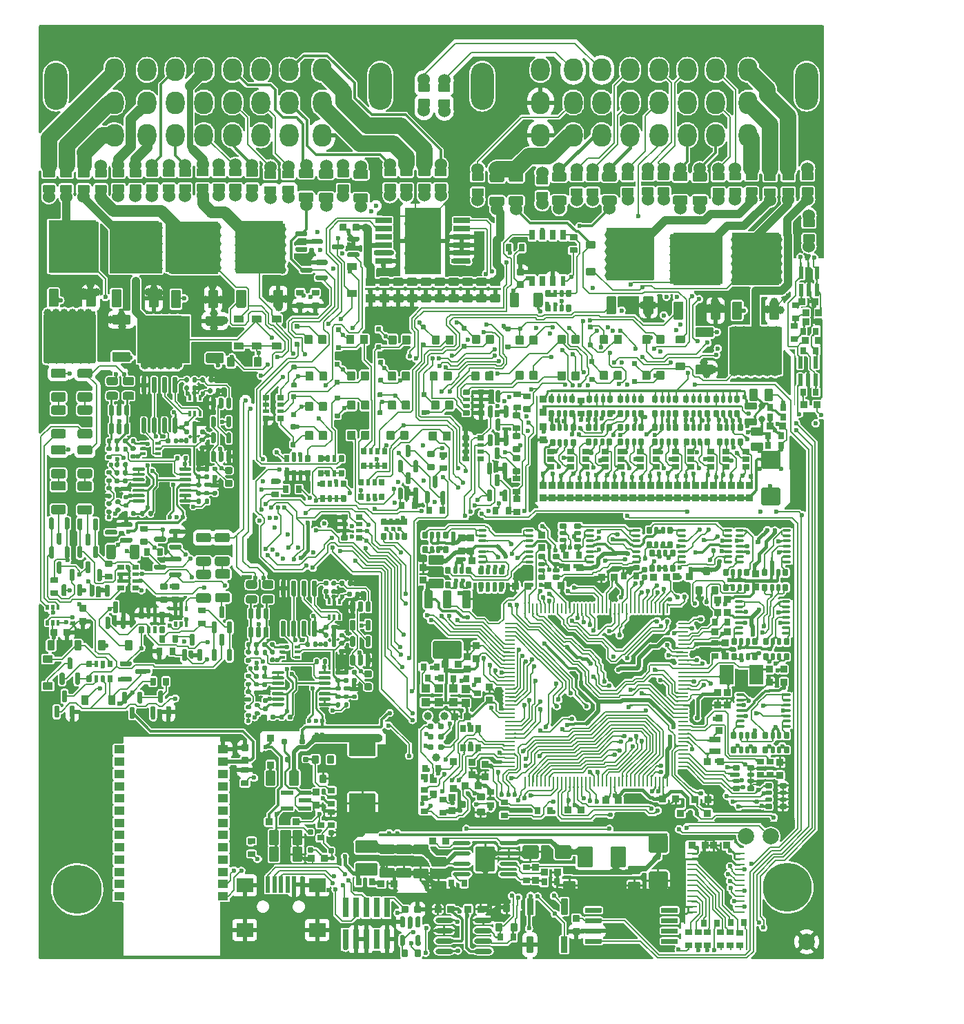
<source format=gtl>
G75*
G70*
%OFA0B0*%
%FSLAX25Y25*%
%IPPOS*%
%LPD*%
%AMOC8*
5,1,8,0,0,1.08239X$1,22.5*
%
%AMM111*
21,1,0.070870,0.036220,-0.000000,0.000000,90.000000*
21,1,0.061810,0.045280,-0.000000,0.000000,90.000000*
1,1,0.009060,0.018110,0.030910*
1,1,0.009060,0.018110,-0.030910*
1,1,0.009060,-0.018110,-0.030910*
1,1,0.009060,-0.018110,0.030910*
%
%AMM112*
21,1,0.033470,0.026770,-0.000000,0.000000,270.000000*
21,1,0.026770,0.033470,-0.000000,0.000000,270.000000*
1,1,0.006690,-0.013390,-0.013390*
1,1,0.006690,-0.013390,0.013390*
1,1,0.006690,0.013390,0.013390*
1,1,0.006690,0.013390,-0.013390*
%
%AMM113*
21,1,0.035430,0.030320,-0.000000,0.000000,180.000000*
21,1,0.028350,0.037400,-0.000000,0.000000,180.000000*
1,1,0.007090,-0.014170,0.015160*
1,1,0.007090,0.014170,0.015160*
1,1,0.007090,0.014170,-0.015160*
1,1,0.007090,-0.014170,-0.015160*
%
%AMM114*
21,1,0.021650,0.052760,-0.000000,0.000000,90.000000*
21,1,0.017320,0.057090,-0.000000,0.000000,90.000000*
1,1,0.004330,0.026380,0.008660*
1,1,0.004330,0.026380,-0.008660*
1,1,0.004330,-0.026380,-0.008660*
1,1,0.004330,-0.026380,0.008660*
%
%AMM115*
21,1,0.094490,0.111020,-0.000000,0.000000,270.000000*
21,1,0.075590,0.129920,-0.000000,0.000000,270.000000*
1,1,0.018900,-0.055510,-0.037800*
1,1,0.018900,-0.055510,0.037800*
1,1,0.018900,0.055510,0.037800*
1,1,0.018900,0.055510,-0.037800*
%
%AMM116*
21,1,0.023620,0.018900,-0.000000,0.000000,0.000000*
21,1,0.018900,0.023620,-0.000000,0.000000,0.000000*
1,1,0.004720,0.009450,-0.009450*
1,1,0.004720,-0.009450,-0.009450*
1,1,0.004720,-0.009450,0.009450*
1,1,0.004720,0.009450,0.009450*
%
%AMM117*
21,1,0.035830,0.026770,-0.000000,0.000000,90.000000*
21,1,0.029130,0.033470,-0.000000,0.000000,90.000000*
1,1,0.006690,0.013390,0.014570*
1,1,0.006690,0.013390,-0.014570*
1,1,0.006690,-0.013390,-0.014570*
1,1,0.006690,-0.013390,0.014570*
%
%AMM118*
21,1,0.023620,0.018900,-0.000000,0.000000,270.000000*
21,1,0.018900,0.023620,-0.000000,0.000000,270.000000*
1,1,0.004720,-0.009450,-0.009450*
1,1,0.004720,-0.009450,0.009450*
1,1,0.004720,0.009450,0.009450*
1,1,0.004720,0.009450,-0.009450*
%
%AMM119*
21,1,0.027560,0.030710,-0.000000,0.000000,90.000000*
21,1,0.022050,0.036220,-0.000000,0.000000,90.000000*
1,1,0.005510,0.015350,0.011020*
1,1,0.005510,0.015350,-0.011020*
1,1,0.005510,-0.015350,-0.011020*
1,1,0.005510,-0.015350,0.011020*
%
%AMM120*
21,1,0.033470,0.026770,-0.000000,0.000000,180.000000*
21,1,0.026770,0.033470,-0.000000,0.000000,180.000000*
1,1,0.006690,-0.013390,0.013390*
1,1,0.006690,0.013390,0.013390*
1,1,0.006690,0.013390,-0.013390*
1,1,0.006690,-0.013390,-0.013390*
%
%AMM121*
21,1,0.035830,0.026770,-0.000000,0.000000,180.000000*
21,1,0.029130,0.033470,-0.000000,0.000000,180.000000*
1,1,0.006690,-0.014570,0.013390*
1,1,0.006690,0.014570,0.013390*
1,1,0.006690,0.014570,-0.013390*
1,1,0.006690,-0.014570,-0.013390*
%
%AMM122*
21,1,0.047240,0.015750,-0.000000,0.000000,225.000000*
1,1,0.015750,0.016700,0.016700*
1,1,0.015750,-0.016700,-0.016700*
%
%AMM137*
21,1,0.027560,0.030710,-0.000000,0.000000,270.000000*
21,1,0.022050,0.036220,-0.000000,0.000000,270.000000*
1,1,0.005510,-0.015350,-0.011020*
1,1,0.005510,-0.015350,0.011020*
1,1,0.005510,0.015350,0.011020*
1,1,0.005510,0.015350,-0.011020*
%
%AMM138*
21,1,0.033470,0.026770,-0.000000,0.000000,0.000000*
21,1,0.026770,0.033470,-0.000000,0.000000,0.000000*
1,1,0.006690,0.013390,-0.013390*
1,1,0.006690,-0.013390,-0.013390*
1,1,0.006690,-0.013390,0.013390*
1,1,0.006690,0.013390,0.013390*
%
%AMM154*
21,1,0.039370,0.049210,-0.000000,-0.000000,270.000000*
21,1,0.031500,0.057090,-0.000000,-0.000000,270.000000*
1,1,0.007870,-0.024610,-0.015750*
1,1,0.007870,-0.024610,0.015750*
1,1,0.007870,0.024610,0.015750*
1,1,0.007870,0.024610,-0.015750*
%
%AMM155*
21,1,0.106300,0.050390,-0.000000,-0.000000,180.000000*
21,1,0.093700,0.062990,-0.000000,-0.000000,180.000000*
1,1,0.012600,-0.046850,0.025200*
1,1,0.012600,0.046850,0.025200*
1,1,0.012600,0.046850,-0.025200*
1,1,0.012600,-0.046850,-0.025200*
%
%AMM156*
21,1,0.074800,0.083460,-0.000000,-0.000000,0.000000*
21,1,0.059840,0.098430,-0.000000,-0.000000,0.000000*
1,1,0.014960,0.029920,-0.041730*
1,1,0.014960,-0.029920,-0.041730*
1,1,0.014960,-0.029920,0.041730*
1,1,0.014960,0.029920,0.041730*
%
%AMM157*
21,1,0.027560,0.030710,-0.000000,-0.000000,0.000000*
21,1,0.022050,0.036220,-0.000000,-0.000000,0.000000*
1,1,0.005510,0.011020,-0.015350*
1,1,0.005510,-0.011020,-0.015350*
1,1,0.005510,-0.011020,0.015350*
1,1,0.005510,0.011020,0.015350*
%
%AMM158*
21,1,0.033470,0.026770,-0.000000,-0.000000,0.000000*
21,1,0.026770,0.033470,-0.000000,-0.000000,0.000000*
1,1,0.006690,0.013390,-0.013390*
1,1,0.006690,-0.013390,-0.013390*
1,1,0.006690,-0.013390,0.013390*
1,1,0.006690,0.013390,0.013390*
%
%AMM159*
21,1,0.033470,0.026770,-0.000000,-0.000000,90.000000*
21,1,0.026770,0.033470,-0.000000,-0.000000,90.000000*
1,1,0.006690,0.013390,0.013390*
1,1,0.006690,0.013390,-0.013390*
1,1,0.006690,-0.013390,-0.013390*
1,1,0.006690,-0.013390,0.013390*
%
%AMM160*
21,1,0.122050,0.075590,-0.000000,-0.000000,90.000000*
21,1,0.103150,0.094490,-0.000000,-0.000000,90.000000*
1,1,0.018900,0.037800,0.051580*
1,1,0.018900,0.037800,-0.051580*
1,1,0.018900,-0.037800,-0.051580*
1,1,0.018900,-0.037800,0.051580*
%
%AMM161*
21,1,0.078740,0.053540,-0.000000,-0.000000,0.000000*
21,1,0.065350,0.066930,-0.000000,-0.000000,0.000000*
1,1,0.013390,0.032680,-0.026770*
1,1,0.013390,-0.032680,-0.026770*
1,1,0.013390,-0.032680,0.026770*
1,1,0.013390,0.032680,0.026770*
%
%AMM162*
21,1,0.070870,0.036220,-0.000000,-0.000000,0.000000*
21,1,0.061810,0.045280,-0.000000,-0.000000,0.000000*
1,1,0.009060,0.030910,-0.018110*
1,1,0.009060,-0.030910,-0.018110*
1,1,0.009060,-0.030910,0.018110*
1,1,0.009060,0.030910,0.018110*
%
%AMM163*
21,1,0.086610,0.073230,-0.000000,-0.000000,270.000000*
21,1,0.069290,0.090550,-0.000000,-0.000000,270.000000*
1,1,0.017320,-0.036610,-0.034650*
1,1,0.017320,-0.036610,0.034650*
1,1,0.017320,0.036610,0.034650*
1,1,0.017320,0.036610,-0.034650*
%
%AMM164*
21,1,0.027560,0.030710,-0.000000,-0.000000,270.000000*
21,1,0.022050,0.036220,-0.000000,-0.000000,270.000000*
1,1,0.005510,-0.015350,-0.011020*
1,1,0.005510,-0.015350,0.011020*
1,1,0.005510,0.015350,0.011020*
1,1,0.005510,0.015350,-0.011020*
%
%AMM195*
21,1,0.035430,0.050000,-0.000000,-0.000000,90.000000*
21,1,0.028350,0.057090,-0.000000,-0.000000,90.000000*
1,1,0.007090,0.025000,0.014170*
1,1,0.007090,0.025000,-0.014170*
1,1,0.007090,-0.025000,-0.014170*
1,1,0.007090,-0.025000,0.014170*
%
%AMM196*
21,1,0.086610,0.073230,-0.000000,-0.000000,90.000000*
21,1,0.069290,0.090550,-0.000000,-0.000000,90.000000*
1,1,0.017320,0.036610,0.034650*
1,1,0.017320,0.036610,-0.034650*
1,1,0.017320,-0.036610,-0.034650*
1,1,0.017320,-0.036610,0.034650*
%
%AMM197*
21,1,0.039370,0.049210,-0.000000,-0.000000,0.000000*
21,1,0.031500,0.057090,-0.000000,-0.000000,0.000000*
1,1,0.007870,0.015750,-0.024610*
1,1,0.007870,-0.015750,-0.024610*
1,1,0.007870,-0.015750,0.024610*
1,1,0.007870,0.015750,0.024610*
%
%AMM198*
21,1,0.023620,0.030710,-0.000000,-0.000000,270.000000*
21,1,0.018900,0.035430,-0.000000,-0.000000,270.000000*
1,1,0.004720,-0.015350,-0.009450*
1,1,0.004720,-0.015350,0.009450*
1,1,0.004720,0.015350,0.009450*
1,1,0.004720,0.015350,-0.009450*
%
%AMM199*
21,1,0.025590,0.026380,-0.000000,-0.000000,180.000000*
21,1,0.020470,0.031500,-0.000000,-0.000000,180.000000*
1,1,0.005120,-0.010240,0.013190*
1,1,0.005120,0.010240,0.013190*
1,1,0.005120,0.010240,-0.013190*
1,1,0.005120,-0.010240,-0.013190*
%
%AMM200*
21,1,0.017720,0.027950,-0.000000,-0.000000,180.000000*
21,1,0.014170,0.031500,-0.000000,-0.000000,180.000000*
1,1,0.003540,-0.007090,0.013980*
1,1,0.003540,0.007090,0.013980*
1,1,0.003540,0.007090,-0.013980*
1,1,0.003540,-0.007090,-0.013980*
%
%AMM201*
21,1,0.027560,0.030710,-0.000000,-0.000000,180.000000*
21,1,0.022050,0.036220,-0.000000,-0.000000,180.000000*
1,1,0.005510,-0.011020,0.015350*
1,1,0.005510,0.011020,0.015350*
1,1,0.005510,0.011020,-0.015350*
1,1,0.005510,-0.011020,-0.015350*
%
%AMM202*
21,1,0.007870,0.503940,-0.000000,-0.000000,0.000000*
21,1,0.000000,0.511810,-0.000000,-0.000000,0.000000*
1,1,0.007870,-0.000000,-0.251970*
1,1,0.007870,-0.000000,-0.251970*
1,1,0.007870,-0.000000,0.251970*
1,1,0.007870,-0.000000,0.251970*
%
%AMM203*
21,1,0.009840,0.919290,-0.000000,-0.000000,90.000000*
21,1,0.000000,0.929130,-0.000000,-0.000000,90.000000*
1,1,0.009840,0.459650,-0.000000*
1,1,0.009840,0.459650,-0.000000*
1,1,0.009840,-0.459650,-0.000000*
1,1,0.009840,-0.459650,-0.000000*
%
%AMM204*
21,1,0.007870,0.041340,-0.000000,-0.000000,180.000000*
21,1,0.000000,0.049210,-0.000000,-0.000000,180.000000*
1,1,0.007870,-0.000000,0.020670*
1,1,0.007870,-0.000000,0.020670*
1,1,0.007870,-0.000000,-0.020670*
1,1,0.007870,-0.000000,-0.020670*
%
%AMM216*
21,1,0.027560,0.030710,-0.000000,0.000000,0.000000*
21,1,0.022050,0.036220,-0.000000,0.000000,0.000000*
1,1,0.005510,0.011020,-0.015350*
1,1,0.005510,-0.011020,-0.015350*
1,1,0.005510,-0.011020,0.015350*
1,1,0.005510,0.011020,0.015350*
%
%AMM259*
21,1,0.070870,0.036220,-0.000000,-0.000000,180.000000*
21,1,0.061810,0.045280,-0.000000,-0.000000,180.000000*
1,1,0.009060,-0.030910,0.018110*
1,1,0.009060,0.030910,0.018110*
1,1,0.009060,0.030910,-0.018110*
1,1,0.009060,-0.030910,-0.018110*
%
%AMM260*
21,1,0.027560,0.030710,-0.000000,-0.000000,90.000000*
21,1,0.022050,0.036220,-0.000000,-0.000000,90.000000*
1,1,0.005510,0.015350,0.011020*
1,1,0.005510,0.015350,-0.011020*
1,1,0.005510,-0.015350,-0.011020*
1,1,0.005510,-0.015350,0.011020*
%
%AMM261*
21,1,0.033470,0.026770,-0.000000,-0.000000,270.000000*
21,1,0.026770,0.033470,-0.000000,-0.000000,270.000000*
1,1,0.006690,-0.013390,-0.013390*
1,1,0.006690,-0.013390,0.013390*
1,1,0.006690,0.013390,0.013390*
1,1,0.006690,0.013390,-0.013390*
%
%AMM262*
21,1,0.023620,0.030710,-0.000000,-0.000000,0.000000*
21,1,0.018900,0.035430,-0.000000,-0.000000,0.000000*
1,1,0.004720,0.009450,-0.015350*
1,1,0.004720,-0.009450,-0.015350*
1,1,0.004720,-0.009450,0.015350*
1,1,0.004720,0.009450,0.015350*
%
%AMM263*
21,1,0.027560,0.018900,-0.000000,-0.000000,0.000000*
21,1,0.022840,0.023620,-0.000000,-0.000000,0.000000*
1,1,0.004720,0.011420,-0.009450*
1,1,0.004720,-0.011420,-0.009450*
1,1,0.004720,-0.011420,0.009450*
1,1,0.004720,0.011420,0.009450*
%
%AMM264*
21,1,0.137800,0.067720,-0.000000,-0.000000,180.000000*
21,1,0.120870,0.084650,-0.000000,-0.000000,180.000000*
1,1,0.016930,-0.060430,0.033860*
1,1,0.016930,0.060430,0.033860*
1,1,0.016930,0.060430,-0.033860*
1,1,0.016930,-0.060430,-0.033860*
%
%AMM265*
21,1,0.043310,0.075980,-0.000000,-0.000000,180.000000*
21,1,0.034650,0.084650,-0.000000,-0.000000,180.000000*
1,1,0.008660,-0.017320,0.037990*
1,1,0.008660,0.017320,0.037990*
1,1,0.008660,0.017320,-0.037990*
1,1,0.008660,-0.017320,-0.037990*
%
%AMM266*
21,1,0.043310,0.075990,-0.000000,-0.000000,180.000000*
21,1,0.034650,0.084650,-0.000000,-0.000000,180.000000*
1,1,0.008660,-0.017320,0.037990*
1,1,0.008660,0.017320,0.037990*
1,1,0.008660,0.017320,-0.037990*
1,1,0.008660,-0.017320,-0.037990*
%
%AMM267*
21,1,0.039370,0.035430,-0.000000,-0.000000,90.000000*
21,1,0.031500,0.043310,-0.000000,-0.000000,90.000000*
1,1,0.007870,0.017720,0.015750*
1,1,0.007870,0.017720,-0.015750*
1,1,0.007870,-0.017720,-0.015750*
1,1,0.007870,-0.017720,0.015750*
%
%AMM268*
21,1,0.035430,0.030320,-0.000000,-0.000000,90.000000*
21,1,0.028350,0.037400,-0.000000,-0.000000,90.000000*
1,1,0.007090,0.015160,0.014170*
1,1,0.007090,0.015160,-0.014170*
1,1,0.007090,-0.015160,-0.014170*
1,1,0.007090,-0.015160,0.014170*
%
%AMM269*
21,1,0.035830,0.026770,-0.000000,-0.000000,90.000000*
21,1,0.029130,0.033470,-0.000000,-0.000000,90.000000*
1,1,0.006690,0.013390,0.014570*
1,1,0.006690,0.013390,-0.014570*
1,1,0.006690,-0.013390,-0.014570*
1,1,0.006690,-0.013390,0.014570*
%
%AMM270*
21,1,0.035430,0.030320,-0.000000,-0.000000,0.000000*
21,1,0.028350,0.037400,-0.000000,-0.000000,0.000000*
1,1,0.007090,0.014170,-0.015160*
1,1,0.007090,-0.014170,-0.015160*
1,1,0.007090,-0.014170,0.015160*
1,1,0.007090,0.014170,0.015160*
%
%AMM271*
21,1,0.025590,0.026380,-0.000000,-0.000000,90.000000*
21,1,0.020470,0.031500,-0.000000,-0.000000,90.000000*
1,1,0.005120,0.013190,0.010240*
1,1,0.005120,0.013190,-0.010240*
1,1,0.005120,-0.013190,-0.010240*
1,1,0.005120,-0.013190,0.010240*
%
%AMM272*
21,1,0.017720,0.027950,-0.000000,-0.000000,90.000000*
21,1,0.014170,0.031500,-0.000000,-0.000000,90.000000*
1,1,0.003540,0.013980,0.007090*
1,1,0.003540,0.013980,-0.007090*
1,1,0.003540,-0.013980,-0.007090*
1,1,0.003540,-0.013980,0.007090*
%
%AMM273*
21,1,0.027560,0.049610,-0.000000,-0.000000,90.000000*
21,1,0.022050,0.055120,-0.000000,-0.000000,90.000000*
1,1,0.005510,0.024800,0.011020*
1,1,0.005510,0.024800,-0.011020*
1,1,0.005510,-0.024800,-0.011020*
1,1,0.005510,-0.024800,0.011020*
%
%AMM274*
21,1,0.035830,0.026770,-0.000000,-0.000000,0.000000*
21,1,0.029130,0.033470,-0.000000,-0.000000,0.000000*
1,1,0.006690,0.014570,-0.013390*
1,1,0.006690,-0.014570,-0.013390*
1,1,0.006690,-0.014570,0.013390*
1,1,0.006690,0.014570,0.013390*
%
%AMM275*
21,1,0.007870,0.029130,-0.000000,-0.000000,45.000000*
21,1,0.000000,0.037010,-0.000000,-0.000000,45.000000*
1,1,0.007870,0.010300,-0.010300*
1,1,0.007870,0.010300,-0.010300*
1,1,0.007870,-0.010300,0.010300*
1,1,0.007870,-0.010300,0.010300*
%
%AMM276*
21,1,0.007870,0.014960,-0.000000,-0.000000,315.000000*
21,1,0.000000,0.022840,-0.000000,-0.000000,315.000000*
1,1,0.007870,-0.005290,-0.005290*
1,1,0.007870,-0.005290,-0.005290*
1,1,0.007870,0.005290,0.005290*
1,1,0.007870,0.005290,0.005290*
%
%AMM277*
21,1,0.007870,0.013780,-0.000000,-0.000000,225.000000*
21,1,0.000000,0.021650,-0.000000,-0.000000,225.000000*
1,1,0.007870,-0.004870,0.004870*
1,1,0.007870,-0.004870,0.004870*
1,1,0.007870,0.004870,-0.004870*
1,1,0.007870,0.004870,-0.004870*
%
%AMM278*
21,1,0.007870,0.039370,-0.000000,-0.000000,225.000000*
21,1,0.000000,0.047240,-0.000000,-0.000000,225.000000*
1,1,0.007870,-0.013920,0.013920*
1,1,0.007870,-0.013920,0.013920*
1,1,0.007870,0.013920,-0.013920*
1,1,0.007870,0.013920,-0.013920*
%
%AMM279*
21,1,0.007870,0.055120,-0.000000,-0.000000,90.000000*
21,1,0.000000,0.062990,-0.000000,-0.000000,90.000000*
1,1,0.007870,0.027560,-0.000000*
1,1,0.007870,0.027560,-0.000000*
1,1,0.007870,-0.027560,-0.000000*
1,1,0.007870,-0.027560,-0.000000*
%
%AMM280*
21,1,0.007870,0.023620,-0.000000,-0.000000,135.000000*
21,1,0.000000,0.031500,-0.000000,-0.000000,135.000000*
1,1,0.007870,0.008350,0.008350*
1,1,0.007870,0.008350,0.008350*
1,1,0.007870,-0.008350,-0.008350*
1,1,0.007870,-0.008350,-0.008350*
%
%AMM281*
21,1,0.007870,1.704720,-0.000000,-0.000000,90.000000*
21,1,0.000000,1.712600,-0.000000,-0.000000,90.000000*
1,1,0.007870,0.852360,-0.000000*
1,1,0.007870,0.852360,-0.000000*
1,1,0.007870,-0.852360,-0.000000*
1,1,0.007870,-0.852360,-0.000000*
%
%AMM282*
21,1,0.007870,1.405510,-0.000000,-0.000000,0.000000*
21,1,0.000000,1.413390,-0.000000,-0.000000,0.000000*
1,1,0.007870,-0.000000,-0.702760*
1,1,0.007870,-0.000000,-0.702760*
1,1,0.007870,-0.000000,0.702760*
1,1,0.007870,-0.000000,0.702760*
%
%AMM283*
21,1,0.007870,1.787400,-0.000000,-0.000000,90.000000*
21,1,0.000000,1.795280,-0.000000,-0.000000,90.000000*
1,1,0.007870,0.893700,-0.000000*
1,1,0.007870,0.893700,-0.000000*
1,1,0.007870,-0.893700,-0.000000*
1,1,0.007870,-0.893700,-0.000000*
%
%AMM284*
21,1,0.007870,1.416930,-0.000000,-0.000000,0.000000*
21,1,0.000000,1.424800,-0.000000,-0.000000,0.000000*
1,1,0.007870,-0.000000,-0.708470*
1,1,0.007870,-0.000000,-0.708470*
1,1,0.007870,-0.000000,0.708470*
1,1,0.007870,-0.000000,0.708470*
%
%AMM285*
21,1,0.009840,0.017720,-0.000000,-0.000000,0.000000*
21,1,0.000000,0.027560,-0.000000,-0.000000,0.000000*
1,1,0.009840,-0.000000,-0.008860*
1,1,0.009840,-0.000000,-0.008860*
1,1,0.009840,-0.000000,0.008860*
1,1,0.009840,-0.000000,0.008860*
%
%AMM308*
21,1,0.033470,0.026770,-0.000000,-0.000000,180.000000*
21,1,0.026770,0.033470,-0.000000,-0.000000,180.000000*
1,1,0.006690,-0.013390,0.013390*
1,1,0.006690,0.013390,0.013390*
1,1,0.006690,0.013390,-0.013390*
1,1,0.006690,-0.013390,-0.013390*
%
%AMM310*
21,1,0.021650,0.052760,-0.000000,0.000000,0.000000*
21,1,0.017320,0.057090,-0.000000,0.000000,0.000000*
1,1,0.004330,0.008660,-0.026380*
1,1,0.004330,-0.008660,-0.026380*
1,1,0.004330,-0.008660,0.026380*
1,1,0.004330,0.008660,0.026380*
%
%AMM44*
21,1,0.033470,0.026770,0.000000,0.000000,0.000000*
21,1,0.026770,0.033470,0.000000,0.000000,0.000000*
1,1,0.006690,0.013390,-0.013390*
1,1,0.006690,-0.013390,-0.013390*
1,1,0.006690,-0.013390,0.013390*
1,1,0.006690,0.013390,0.013390*
%
%AMM45*
21,1,0.027560,0.030710,0.000000,0.000000,270.000000*
21,1,0.022050,0.036220,0.000000,0.000000,270.000000*
1,1,0.005510,-0.015350,-0.011020*
1,1,0.005510,-0.015350,0.011020*
1,1,0.005510,0.015350,0.011020*
1,1,0.005510,0.015350,-0.011020*
%
%AMM46*
21,1,0.015750,0.009840,0.000000,0.000000,45.000000*
1,1,0.009840,-0.005570,-0.005570*
1,1,0.009840,0.005570,0.005570*
%
%AMM9*
21,1,0.027560,0.030710,0.000000,0.000000,0.000000*
21,1,0.022050,0.036220,0.000000,0.000000,0.000000*
1,1,0.005510,0.011020,-0.015350*
1,1,0.005510,-0.011020,-0.015350*
1,1,0.005510,-0.011020,0.015350*
1,1,0.005510,0.011020,0.015350*
%
%ADD10O,0.00984X0.40157*%
%ADD101O,0.03937X0.01968*%
%ADD107C,0.01968*%
%ADD11O,0.22835X0.00984*%
%ADD12O,0.00787X0.01575*%
%ADD127O,0.08661X0.01968*%
%ADD13C,0.02362*%
%ADD133O,0.01968X0.03937*%
%ADD134O,0.01968X0.11811*%
%ADD135O,0.01575X0.28347*%
%ADD14C,0.06000*%
%ADD148R,0.02559X0.01575*%
%ADD15C,0.23622*%
%ADD155R,0.01575X0.02559*%
%ADD157O,0.04961X0.00984*%
%ADD158M44*%
%ADD159M45*%
%ADD16C,0.07874*%
%ADD160M46*%
%ADD161O,0.00984X0.40158*%
%ADD17R,0.22835X0.25197*%
%ADD18O,0.11024X0.22835*%
%ADD188O,0.05118X0.00866*%
%ADD189O,0.00866X0.05118*%
%ADD19O,0.09055X0.11024*%
%ADD194O,0.04331X0.01181*%
%ADD197R,0.06693X0.09449*%
%ADD20R,0.01969X0.07874*%
%ADD21R,0.07874X0.06693*%
%ADD215R,0.01968X0.01968*%
%ADD216C,0.03100*%
%ADD217C,0.03900*%
%ADD22R,0.25197X0.22835*%
%ADD23R,0.07874X0.02559*%
%ADD24R,0.17717X0.31890*%
%ADD242O,0.08661X0.02362*%
%ADD243O,0.01968X0.00984*%
%ADD244O,0.00984X0.01968*%
%ADD25O,0.00984X0.01969*%
%ADD250M111*%
%ADD251M112*%
%ADD252M113*%
%ADD253M114*%
%ADD254M115*%
%ADD255M116*%
%ADD256M117*%
%ADD257M118*%
%ADD258M119*%
%ADD259M120*%
%ADD26O,0.00787X0.22323*%
%ADD260M121*%
%ADD261O,0.34429X0.03937*%
%ADD262O,0.36221X0.00787*%
%ADD263O,0.01968X0.00787*%
%ADD264M122*%
%ADD27O,0.43701X0.00787*%
%ADD28O,0.01969X0.00984*%
%ADD280M137*%
%ADD281M138*%
%ADD29O,0.00787X0.26772*%
%ADD30O,0.38583X0.01575*%
%ADD305M154*%
%ADD306M155*%
%ADD307M156*%
%ADD308M157*%
%ADD309M158*%
%ADD31O,0.01969X0.03937*%
%ADD310M159*%
%ADD311M160*%
%ADD312M161*%
%ADD313M162*%
%ADD314M163*%
%ADD315M164*%
%ADD32O,0.34428X0.03937*%
%ADD33O,0.01575X0.35433*%
%ADD34O,0.21260X0.01575*%
%ADD346M195*%
%ADD347M196*%
%ADD348M197*%
%ADD349M198*%
%ADD35O,0.00787X0.25591*%
%ADD350M199*%
%ADD351M200*%
%ADD352M201*%
%ADD353M202*%
%ADD354M203*%
%ADD355M204*%
%ADD36O,0.00787X0.54331*%
%ADD367M216*%
%ADD37O,0.01969X0.00787*%
%ADD38O,0.36220X0.00787*%
%ADD39R,0.00984X0.71654*%
%ADD40R,0.25591X0.00984*%
%ADD41R,0.25394X0.00984*%
%ADD414M259*%
%ADD415M260*%
%ADD416M261*%
%ADD417M262*%
%ADD418M263*%
%ADD419M264*%
%ADD42R,0.04921X0.00984*%
%ADD420M265*%
%ADD421M266*%
%ADD422M267*%
%ADD423M268*%
%ADD424M269*%
%ADD425M270*%
%ADD426M271*%
%ADD427M272*%
%ADD428M273*%
%ADD429M274*%
%ADD43R,0.53740X0.00984*%
%ADD430M275*%
%ADD431M276*%
%ADD432M277*%
%ADD433M278*%
%ADD434M279*%
%ADD435M280*%
%ADD436M281*%
%ADD437M282*%
%ADD438M283*%
%ADD439M284*%
%ADD44R,0.01378X0.00984*%
%ADD440M285*%
%ADD45R,0.02559X0.05157*%
%ADD46R,0.02362X0.05157*%
%ADD469M308*%
%ADD47R,0.05906X0.05217*%
%ADD471M310*%
%ADD48R,0.05118X0.03937*%
%ADD49O,0.19685X0.01575*%
%ADD50O,0.01575X0.28346*%
%ADD51O,1.18110X0.01575*%
%ADD52O,0.03937X0.01969*%
%ADD53O,0.00787X0.12205*%
%ADD54O,0.01969X0.11811*%
%ADD55O,1.39370X0.01575*%
%ADD56R,0.02913X0.09449*%
%ADD57C,0.03937*%
%ADD58C,0.05906*%
%ADD59C,0.00787*%
%ADD60C,0.01575*%
%ADD61C,0.01969*%
%ADD62C,0.01181*%
%ADD63C,0.00800*%
%ADD64C,0.05512*%
%ADD65C,0.05118*%
%ADD66C,0.07087*%
%ADD67C,0.03150*%
%ADD68C,0.04724*%
%ADD77C,0.00984*%
%ADD95M9*%
X0000000Y0000000D02*
%LPD*%
G01*
D10*
X0312126Y0037402D03*
D11*
X0324379Y0058071D03*
G36*
G01*
X0311811Y0056576D02*
X0311811Y0056576D01*
G75*
G02*
X0311811Y0057272I0000348J0000348D01*
G01*
X0312925Y0058385D01*
G75*
G02*
X0313621Y0058385I0000348J-000348D01*
G01*
X0313621Y0058385D01*
G75*
G02*
X0313621Y0057689I-000348J-000348D01*
G01*
X0312507Y0056576D01*
G75*
G02*
X0311811Y0056576I-000348J0000348D01*
G01*
G37*
D12*
X0342145Y0005415D03*
X0339153Y0005415D03*
X0334527Y0005415D03*
X0329901Y0005415D03*
X0326594Y0005415D03*
X0323641Y0005415D03*
X0319015Y0005415D03*
X0314389Y0005415D03*
D13*
X0334232Y0045177D03*
X0341456Y0043504D03*
X0333385Y0041339D03*
X0334232Y0037894D03*
X0334527Y0034547D03*
X0341456Y0033268D03*
X0336299Y0028150D03*
X0341456Y0025591D03*
X0318129Y0053839D03*
X0334173Y0052657D03*
G36*
G01*
X0098858Y0294508D02*
X0094843Y0294508D01*
G75*
G02*
X0094488Y0294862I0000000J0000354D01*
G01*
X0094488Y0297697D01*
G75*
G02*
X0094843Y0298051I0000354J0000000D01*
G01*
X0098858Y0298051D01*
G75*
G02*
X0099213Y0297697I0000000J-000354D01*
G01*
X0099213Y0294862D01*
G75*
G02*
X0098858Y0294508I-000354J0000000D01*
G01*
G37*
G36*
G01*
X0098858Y0307500D02*
X0094843Y0307500D01*
G75*
G02*
X0094488Y0307854I0000000J0000354D01*
G01*
X0094488Y0310689D01*
G75*
G02*
X0094843Y0311043I0000354J0000000D01*
G01*
X0098858Y0311043D01*
G75*
G02*
X0099213Y0310689I0000000J-000354D01*
G01*
X0099213Y0307854D01*
G75*
G02*
X0098858Y0307500I-000354J0000000D01*
G01*
G37*
G36*
G01*
X0304626Y0368898D02*
X0299705Y0368898D01*
G75*
G02*
X0299311Y0369291I0000000J0000394D01*
G01*
X0299311Y0372441D01*
G75*
G02*
X0299705Y0372835I0000394J0000000D01*
G01*
X0304626Y0372835D01*
G75*
G02*
X0305020Y0372441I0000000J-000394D01*
G01*
X0305020Y0369291D01*
G75*
G02*
X0304626Y0368898I-000394J0000000D01*
G01*
G37*
D14*
X0302165Y0367106D03*
G36*
G01*
X0304626Y0376378D02*
X0299705Y0376378D01*
G75*
G02*
X0299311Y0376772I0000000J0000394D01*
G01*
X0299311Y0379921D01*
G75*
G02*
X0299705Y0380315I0000394J0000000D01*
G01*
X0304626Y0380315D01*
G75*
G02*
X0305020Y0379921I0000000J-000394D01*
G01*
X0305020Y0376772D01*
G75*
G02*
X0304626Y0376378I-000394J0000000D01*
G01*
G37*
X0302165Y0382106D03*
G36*
G01*
X0049646Y0209449D02*
X0052717Y0209449D01*
G75*
G02*
X0052992Y0209173I0000000J-000276D01*
G01*
X0052992Y0206969D01*
G75*
G02*
X0052717Y0206693I-000276J0000000D01*
G01*
X0049646Y0206693D01*
G75*
G02*
X0049370Y0206969I0000000J0000276D01*
G01*
X0049370Y0209173D01*
G75*
G02*
X0049646Y0209449I0000276J0000000D01*
G01*
G37*
G36*
G01*
X0049646Y0203150D02*
X0052717Y0203150D01*
G75*
G02*
X0052992Y0202874I0000000J-000276D01*
G01*
X0052992Y0200669D01*
G75*
G02*
X0052717Y0200394I-000276J0000000D01*
G01*
X0049646Y0200394D01*
G75*
G02*
X0049370Y0200669I0000000J0000276D01*
G01*
X0049370Y0202874D01*
G75*
G02*
X0049646Y0203150I0000276J0000000D01*
G01*
G37*
G36*
G01*
X0101614Y0058661D02*
X0104685Y0058661D01*
G75*
G02*
X0104961Y0058386I0000000J-000276D01*
G01*
X0104961Y0056181D01*
G75*
G02*
X0104685Y0055906I-000276J0000000D01*
G01*
X0101614Y0055906D01*
G75*
G02*
X0101339Y0056181I0000000J0000276D01*
G01*
X0101339Y0058386D01*
G75*
G02*
X0101614Y0058661I0000276J0000000D01*
G01*
G37*
G36*
G01*
X0101614Y0052362D02*
X0104685Y0052362D01*
G75*
G02*
X0104961Y0052087I0000000J-000276D01*
G01*
X0104961Y0049882D01*
G75*
G02*
X0104685Y0049606I-000276J0000000D01*
G01*
X0101614Y0049606D01*
G75*
G02*
X0101339Y0049882I0000000J0000276D01*
G01*
X0101339Y0052087D01*
G75*
G02*
X0101614Y0052362I0000276J0000000D01*
G01*
G37*
G36*
G01*
X0136220Y0221319D02*
X0136220Y0223957D01*
G75*
G02*
X0136476Y0224213I0000256J0000000D01*
G01*
X0138524Y0224213D01*
G75*
G02*
X0138780Y0223957I0000000J-000256D01*
G01*
X0138780Y0221319D01*
G75*
G02*
X0138524Y0221063I-000256J0000000D01*
G01*
X0136476Y0221063D01*
G75*
G02*
X0136220Y0221319I0000000J0000256D01*
G01*
G37*
G36*
G01*
X0140059Y0221240D02*
X0140059Y0224035D01*
G75*
G02*
X0140236Y0224213I0000177J0000000D01*
G01*
X0141654Y0224213D01*
G75*
G02*
X0141831Y0224035I0000000J-000177D01*
G01*
X0141831Y0221240D01*
G75*
G02*
X0141654Y0221063I-000177J0000000D01*
G01*
X0140236Y0221063D01*
G75*
G02*
X0140059Y0221240I0000000J0000177D01*
G01*
G37*
G36*
G01*
X0143209Y0221240D02*
X0143209Y0224035D01*
G75*
G02*
X0143386Y0224213I0000177J0000000D01*
G01*
X0144803Y0224213D01*
G75*
G02*
X0144980Y0224035I0000000J-000177D01*
G01*
X0144980Y0221240D01*
G75*
G02*
X0144803Y0221063I-000177J0000000D01*
G01*
X0143386Y0221063D01*
G75*
G02*
X0143209Y0221240I0000000J0000177D01*
G01*
G37*
G36*
G01*
X0146260Y0221319D02*
X0146260Y0223957D01*
G75*
G02*
X0146516Y0224213I0000256J0000000D01*
G01*
X0148563Y0224213D01*
G75*
G02*
X0148819Y0223957I0000000J-000256D01*
G01*
X0148819Y0221319D01*
G75*
G02*
X0148563Y0221063I-000256J0000000D01*
G01*
X0146516Y0221063D01*
G75*
G02*
X0146260Y0221319I0000000J0000256D01*
G01*
G37*
G36*
G01*
X0146260Y0228406D02*
X0146260Y0231043D01*
G75*
G02*
X0146516Y0231299I0000256J0000000D01*
G01*
X0148563Y0231299D01*
G75*
G02*
X0148819Y0231043I0000000J-000256D01*
G01*
X0148819Y0228406D01*
G75*
G02*
X0148563Y0228150I-000256J0000000D01*
G01*
X0146516Y0228150D01*
G75*
G02*
X0146260Y0228406I0000000J0000256D01*
G01*
G37*
G36*
G01*
X0143209Y0228327D02*
X0143209Y0231122D01*
G75*
G02*
X0143386Y0231299I0000177J0000000D01*
G01*
X0144803Y0231299D01*
G75*
G02*
X0144980Y0231122I0000000J-000177D01*
G01*
X0144980Y0228327D01*
G75*
G02*
X0144803Y0228150I-000177J0000000D01*
G01*
X0143386Y0228150D01*
G75*
G02*
X0143209Y0228327I0000000J0000177D01*
G01*
G37*
G36*
G01*
X0140059Y0228327D02*
X0140059Y0231122D01*
G75*
G02*
X0140236Y0231299I0000177J0000000D01*
G01*
X0141654Y0231299D01*
G75*
G02*
X0141831Y0231122I0000000J-000177D01*
G01*
X0141831Y0228327D01*
G75*
G02*
X0141654Y0228150I-000177J0000000D01*
G01*
X0140236Y0228150D01*
G75*
G02*
X0140059Y0228327I0000000J0000177D01*
G01*
G37*
G36*
G01*
X0136220Y0228406D02*
X0136220Y0231043D01*
G75*
G02*
X0136476Y0231299I0000256J0000000D01*
G01*
X0138524Y0231299D01*
G75*
G02*
X0138780Y0231043I0000000J-000256D01*
G01*
X0138780Y0228406D01*
G75*
G02*
X0138524Y0228150I-000256J0000000D01*
G01*
X0136476Y0228150D01*
G75*
G02*
X0136220Y0228406I0000000J0000256D01*
G01*
G37*
G36*
G01*
X0199409Y0254528D02*
X0199409Y0250984D01*
G75*
G02*
X0199016Y0250591I-000394J0000000D01*
G01*
X0195866Y0250591D01*
G75*
G02*
X0195472Y0250984I0000000J0000394D01*
G01*
X0195472Y0254528D01*
G75*
G02*
X0195866Y0254921I0000394J0000000D01*
G01*
X0199016Y0254921D01*
G75*
G02*
X0199409Y0254528I0000000J-000394D01*
G01*
G37*
G36*
G01*
X0192717Y0254528D02*
X0192717Y0250984D01*
G75*
G02*
X0192323Y0250591I-000394J0000000D01*
G01*
X0189173Y0250591D01*
G75*
G02*
X0188780Y0250984I0000000J0000394D01*
G01*
X0188780Y0254528D01*
G75*
G02*
X0189173Y0254921I0000394J0000000D01*
G01*
X0192323Y0254921D01*
G75*
G02*
X0192717Y0254528I0000000J-000394D01*
G01*
G37*
G36*
G01*
X0215295Y0262598D02*
X0212657Y0262598D01*
G75*
G02*
X0212402Y0262854I0000000J0000256D01*
G01*
X0212402Y0264902D01*
G75*
G02*
X0212657Y0265157I0000256J0000000D01*
G01*
X0215295Y0265157D01*
G75*
G02*
X0215551Y0264902I0000000J-000256D01*
G01*
X0215551Y0262854D01*
G75*
G02*
X0215295Y0262598I-000256J0000000D01*
G01*
G37*
G36*
G01*
X0215374Y0266437D02*
X0212579Y0266437D01*
G75*
G02*
X0212402Y0266614I0000000J0000177D01*
G01*
X0212402Y0268031D01*
G75*
G02*
X0212579Y0268209I0000177J0000000D01*
G01*
X0215374Y0268209D01*
G75*
G02*
X0215551Y0268031I0000000J-000177D01*
G01*
X0215551Y0266614D01*
G75*
G02*
X0215374Y0266437I-000177J0000000D01*
G01*
G37*
G36*
G01*
X0215374Y0269587D02*
X0212579Y0269587D01*
G75*
G02*
X0212402Y0269764I0000000J0000177D01*
G01*
X0212402Y0271181D01*
G75*
G02*
X0212579Y0271358I0000177J0000000D01*
G01*
X0215374Y0271358D01*
G75*
G02*
X0215551Y0271181I0000000J-000177D01*
G01*
X0215551Y0269764D01*
G75*
G02*
X0215374Y0269587I-000177J0000000D01*
G01*
G37*
G36*
G01*
X0215295Y0272638D02*
X0212657Y0272638D01*
G75*
G02*
X0212402Y0272894I0000000J0000256D01*
G01*
X0212402Y0274941D01*
G75*
G02*
X0212657Y0275197I0000256J0000000D01*
G01*
X0215295Y0275197D01*
G75*
G02*
X0215551Y0274941I0000000J-000256D01*
G01*
X0215551Y0272894D01*
G75*
G02*
X0215295Y0272638I-000256J0000000D01*
G01*
G37*
G36*
G01*
X0208209Y0272638D02*
X0205571Y0272638D01*
G75*
G02*
X0205315Y0272894I0000000J0000256D01*
G01*
X0205315Y0274941D01*
G75*
G02*
X0205571Y0275197I0000256J0000000D01*
G01*
X0208209Y0275197D01*
G75*
G02*
X0208465Y0274941I0000000J-000256D01*
G01*
X0208465Y0272894D01*
G75*
G02*
X0208209Y0272638I-000256J0000000D01*
G01*
G37*
G36*
G01*
X0208287Y0269587D02*
X0205492Y0269587D01*
G75*
G02*
X0205315Y0269764I0000000J0000177D01*
G01*
X0205315Y0271181D01*
G75*
G02*
X0205492Y0271358I0000177J0000000D01*
G01*
X0208287Y0271358D01*
G75*
G02*
X0208465Y0271181I0000000J-000177D01*
G01*
X0208465Y0269764D01*
G75*
G02*
X0208287Y0269587I-000177J0000000D01*
G01*
G37*
G36*
G01*
X0208287Y0266437D02*
X0205492Y0266437D01*
G75*
G02*
X0205315Y0266614I0000000J0000177D01*
G01*
X0205315Y0268031D01*
G75*
G02*
X0205492Y0268209I0000177J0000000D01*
G01*
X0208287Y0268209D01*
G75*
G02*
X0208465Y0268031I0000000J-000177D01*
G01*
X0208465Y0266614D01*
G75*
G02*
X0208287Y0266437I-000177J0000000D01*
G01*
G37*
G36*
G01*
X0208209Y0262598D02*
X0205571Y0262598D01*
G75*
G02*
X0205315Y0262854I0000000J0000256D01*
G01*
X0205315Y0264902D01*
G75*
G02*
X0205571Y0265157I0000256J0000000D01*
G01*
X0208209Y0265157D01*
G75*
G02*
X0208465Y0264902I0000000J-000256D01*
G01*
X0208465Y0262854D01*
G75*
G02*
X0208209Y0262598I-000256J0000000D01*
G01*
G37*
G36*
G01*
X0265551Y0295715D02*
X0265551Y0297604D01*
G75*
G02*
X0265787Y0297841I0000236J0000000D01*
G01*
X0267677Y0297841D01*
G75*
G02*
X0267913Y0297604I0000000J-000236D01*
G01*
X0267913Y0295715D01*
G75*
G02*
X0267677Y0295478I-000236J0000000D01*
G01*
X0265787Y0295478D01*
G75*
G02*
X0265551Y0295715I0000000J0000236D01*
G01*
G37*
G36*
G01*
X0265551Y0304376D02*
X0265551Y0306266D01*
G75*
G02*
X0265787Y0306502I0000236J0000000D01*
G01*
X0267677Y0306502D01*
G75*
G02*
X0267913Y0306266I0000000J-000236D01*
G01*
X0267913Y0304376D01*
G75*
G02*
X0267677Y0304140I-000236J0000000D01*
G01*
X0265787Y0304140D01*
G75*
G02*
X0265551Y0304376I0000000J0000236D01*
G01*
G37*
G36*
G01*
X0098661Y0104075D02*
X0101339Y0104075D01*
G75*
G02*
X0101673Y0103740I0000000J-000335D01*
G01*
X0101673Y0101063D01*
G75*
G02*
X0101339Y0100728I-000335J0000000D01*
G01*
X0098661Y0100728D01*
G75*
G02*
X0098327Y0101063I0000000J0000335D01*
G01*
X0098327Y0103740D01*
G75*
G02*
X0098661Y0104075I0000335J0000000D01*
G01*
G37*
G36*
G01*
X0098661Y0097854D02*
X0101339Y0097854D01*
G75*
G02*
X0101673Y0097520I0000000J-000335D01*
G01*
X0101673Y0094843D01*
G75*
G02*
X0101339Y0094508I-000335J0000000D01*
G01*
X0098661Y0094508D01*
G75*
G02*
X0098327Y0094843I0000000J0000335D01*
G01*
X0098327Y0097520D01*
G75*
G02*
X0098661Y0097854I0000335J0000000D01*
G01*
G37*
G36*
G01*
X0124606Y0272795D02*
X0124606Y0270906D01*
G75*
G02*
X0124370Y0270669I-000236J0000000D01*
G01*
X0122480Y0270669D01*
G75*
G02*
X0122244Y0270906I0000000J0000236D01*
G01*
X0122244Y0272795D01*
G75*
G02*
X0122480Y0273031I0000236J0000000D01*
G01*
X0124370Y0273031D01*
G75*
G02*
X0124606Y0272795I0000000J-000236D01*
G01*
G37*
G36*
G01*
X0124606Y0264134D02*
X0124606Y0262244D01*
G75*
G02*
X0124370Y0262008I-000236J0000000D01*
G01*
X0122480Y0262008D01*
G75*
G02*
X0122244Y0262244I0000000J0000236D01*
G01*
X0122244Y0264134D01*
G75*
G02*
X0122480Y0264370I0000236J0000000D01*
G01*
X0124370Y0264370D01*
G75*
G02*
X0124606Y0264134I0000000J-000236D01*
G01*
G37*
G36*
G01*
X0229567Y0243504D02*
X0232638Y0243504D01*
G75*
G02*
X0232913Y0243228I0000000J-000276D01*
G01*
X0232913Y0241024D01*
G75*
G02*
X0232638Y0240748I-000276J0000000D01*
G01*
X0229567Y0240748D01*
G75*
G02*
X0229291Y0241024I0000000J0000276D01*
G01*
X0229291Y0243228D01*
G75*
G02*
X0229567Y0243504I0000276J0000000D01*
G01*
G37*
G36*
G01*
X0229567Y0237205D02*
X0232638Y0237205D01*
G75*
G02*
X0232913Y0236929I0000000J-000276D01*
G01*
X0232913Y0234724D01*
G75*
G02*
X0232638Y0234449I-000276J0000000D01*
G01*
X0229567Y0234449D01*
G75*
G02*
X0229291Y0234724I0000000J0000276D01*
G01*
X0229291Y0236929D01*
G75*
G02*
X0229567Y0237205I0000276J0000000D01*
G01*
G37*
G36*
G01*
X0067717Y0156457D02*
X0067717Y0153386D01*
G75*
G02*
X0067441Y0153110I-000276J0000000D01*
G01*
X0065236Y0153110D01*
G75*
G02*
X0064961Y0153386I0000000J0000276D01*
G01*
X0064961Y0156457D01*
G75*
G02*
X0065236Y0156732I0000276J0000000D01*
G01*
X0067441Y0156732D01*
G75*
G02*
X0067717Y0156457I0000000J-000276D01*
G01*
G37*
G36*
G01*
X0061417Y0156457D02*
X0061417Y0153386D01*
G75*
G02*
X0061142Y0153110I-000276J0000000D01*
G01*
X0058937Y0153110D01*
G75*
G02*
X0058661Y0153386I0000000J0000276D01*
G01*
X0058661Y0156457D01*
G75*
G02*
X0058937Y0156732I0000276J0000000D01*
G01*
X0061142Y0156732D01*
G75*
G02*
X0061417Y0156457I0000000J-000276D01*
G01*
G37*
G36*
G01*
X0132520Y0323425D02*
X0135591Y0323425D01*
G75*
G02*
X0135866Y0323150I0000000J-000276D01*
G01*
X0135866Y0320945D01*
G75*
G02*
X0135591Y0320669I-000276J0000000D01*
G01*
X0132520Y0320669D01*
G75*
G02*
X0132244Y0320945I0000000J0000276D01*
G01*
X0132244Y0323150D01*
G75*
G02*
X0132520Y0323425I0000276J0000000D01*
G01*
G37*
G36*
G01*
X0132520Y0317126D02*
X0135591Y0317126D01*
G75*
G02*
X0135866Y0316850I0000000J-000276D01*
G01*
X0135866Y0314646D01*
G75*
G02*
X0135591Y0314370I-000276J0000000D01*
G01*
X0132520Y0314370D01*
G75*
G02*
X0132244Y0314646I0000000J0000276D01*
G01*
X0132244Y0316850D01*
G75*
G02*
X0132520Y0317126I0000276J0000000D01*
G01*
G37*
D15*
X0018909Y0033933D03*
G36*
G01*
X0160039Y0254921D02*
X0160039Y0251378D01*
G75*
G02*
X0159646Y0250984I-000394J0000000D01*
G01*
X0156496Y0250984D01*
G75*
G02*
X0156102Y0251378I0000000J0000394D01*
G01*
X0156102Y0254921D01*
G75*
G02*
X0156496Y0255315I0000394J0000000D01*
G01*
X0159646Y0255315D01*
G75*
G02*
X0160039Y0254921I0000000J-000394D01*
G01*
G37*
G36*
G01*
X0153346Y0254921D02*
X0153346Y0251378D01*
G75*
G02*
X0152953Y0250984I-000394J0000000D01*
G01*
X0149803Y0250984D01*
G75*
G02*
X0149409Y0251378I0000000J0000394D01*
G01*
X0149409Y0254921D01*
G75*
G02*
X0149803Y0255315I0000394J0000000D01*
G01*
X0152953Y0255315D01*
G75*
G02*
X0153346Y0254921I0000000J-000394D01*
G01*
G37*
D14*
X0177953Y0383878D03*
G36*
G01*
X0175492Y0382087D02*
X0180413Y0382087D01*
G75*
G02*
X0180807Y0381693I0000000J-000394D01*
G01*
X0180807Y0378543D01*
G75*
G02*
X0180413Y0378150I-000394J0000000D01*
G01*
X0175492Y0378150D01*
G75*
G02*
X0175098Y0378543I0000000J0000394D01*
G01*
X0175098Y0381693D01*
G75*
G02*
X0175492Y0382087I0000394J0000000D01*
G01*
G37*
X0177953Y0368878D03*
G36*
G01*
X0175492Y0374606D02*
X0180413Y0374606D01*
G75*
G02*
X0180807Y0374213I0000000J-000394D01*
G01*
X0180807Y0371063D01*
G75*
G02*
X0180413Y0370669I-000394J0000000D01*
G01*
X0175492Y0370669D01*
G75*
G02*
X0175098Y0371063I0000000J0000394D01*
G01*
X0175098Y0374213D01*
G75*
G02*
X0175492Y0374606I0000394J0000000D01*
G01*
G37*
X0294488Y0367106D03*
G36*
G01*
X0296949Y0368898D02*
X0292028Y0368898D01*
G75*
G02*
X0291634Y0369291I0000000J0000394D01*
G01*
X0291634Y0372441D01*
G75*
G02*
X0292028Y0372835I0000394J0000000D01*
G01*
X0296949Y0372835D01*
G75*
G02*
X0297343Y0372441I0000000J-000394D01*
G01*
X0297343Y0369291D01*
G75*
G02*
X0296949Y0368898I-000394J0000000D01*
G01*
G37*
X0294488Y0382106D03*
G36*
G01*
X0296949Y0376378D02*
X0292028Y0376378D01*
G75*
G02*
X0291634Y0376772I0000000J0000394D01*
G01*
X0291634Y0379921D01*
G75*
G02*
X0292028Y0380315I0000394J0000000D01*
G01*
X0296949Y0380315D01*
G75*
G02*
X0297343Y0379921I0000000J-000394D01*
G01*
X0297343Y0376772D01*
G75*
G02*
X0296949Y0376378I-000394J0000000D01*
G01*
G37*
G36*
G01*
X0097736Y0370669D02*
X0092815Y0370669D01*
G75*
G02*
X0092421Y0371063I0000000J0000394D01*
G01*
X0092421Y0374213D01*
G75*
G02*
X0092815Y0374606I0000394J0000000D01*
G01*
X0097736Y0374606D01*
G75*
G02*
X0098130Y0374213I0000000J-000394D01*
G01*
X0098130Y0371063D01*
G75*
G02*
X0097736Y0370669I-000394J0000000D01*
G01*
G37*
X0095276Y0368878D03*
X0095276Y0383878D03*
G36*
G01*
X0097736Y0378150D02*
X0092815Y0378150D01*
G75*
G02*
X0092421Y0378543I0000000J0000394D01*
G01*
X0092421Y0381693D01*
G75*
G02*
X0092815Y0382087I0000394J0000000D01*
G01*
X0097736Y0382087D01*
G75*
G02*
X0098130Y0381693I0000000J-000394D01*
G01*
X0098130Y0378543D01*
G75*
G02*
X0097736Y0378150I-000394J0000000D01*
G01*
G37*
G36*
G01*
X0013386Y0236004D02*
X0013386Y0233287D01*
G75*
G02*
X0012480Y0232382I-000906J0000000D01*
G01*
X0007205Y0232382D01*
G75*
G02*
X0006299Y0233287I0000000J0000906D01*
G01*
X0006299Y0236004D01*
G75*
G02*
X0007205Y0236909I0000906J0000000D01*
G01*
X0012480Y0236909D01*
G75*
G02*
X0013386Y0236004I0000000J-000906D01*
G01*
G37*
G36*
G01*
X0013386Y0247421D02*
X0013386Y0244705D01*
G75*
G02*
X0012480Y0243799I-000906J0000000D01*
G01*
X0007205Y0243799D01*
G75*
G02*
X0006299Y0244705I0000000J0000906D01*
G01*
X0006299Y0247421D01*
G75*
G02*
X0007205Y0248327I0000906J0000000D01*
G01*
X0012480Y0248327D01*
G75*
G02*
X0013386Y0247421I0000000J-000906D01*
G01*
G37*
D16*
X0353937Y0059488D03*
G36*
G01*
X0229961Y0274213D02*
X0233031Y0274213D01*
G75*
G02*
X0233307Y0273937I0000000J-000276D01*
G01*
X0233307Y0271732D01*
G75*
G02*
X0233031Y0271457I-000276J0000000D01*
G01*
X0229961Y0271457D01*
G75*
G02*
X0229685Y0271732I0000000J0000276D01*
G01*
X0229685Y0273937D01*
G75*
G02*
X0229961Y0274213I0000276J0000000D01*
G01*
G37*
G36*
G01*
X0229961Y0267913D02*
X0233031Y0267913D01*
G75*
G02*
X0233307Y0267638I0000000J-000276D01*
G01*
X0233307Y0265433D01*
G75*
G02*
X0233031Y0265157I-000276J0000000D01*
G01*
X0229961Y0265157D01*
G75*
G02*
X0229685Y0265433I0000000J0000276D01*
G01*
X0229685Y0267638D01*
G75*
G02*
X0229961Y0267913I0000276J0000000D01*
G01*
G37*
G36*
G01*
X0124311Y0349803D02*
X0124311Y0350984D01*
G75*
G02*
X0124902Y0351575I0000591J0000000D01*
G01*
X0129528Y0351575D01*
G75*
G02*
X0130118Y0350984I0000000J-000591D01*
G01*
X0130118Y0349803D01*
G75*
G02*
X0129528Y0349213I-000591J0000000D01*
G01*
X0124902Y0349213D01*
G75*
G02*
X0124311Y0349803I0000000J0000591D01*
G01*
G37*
G36*
G01*
X0131693Y0346063D02*
X0131693Y0347244D01*
G75*
G02*
X0132283Y0347835I0000591J0000000D01*
G01*
X0136909Y0347835D01*
G75*
G02*
X0137500Y0347244I0000000J-000591D01*
G01*
X0137500Y0346063D01*
G75*
G02*
X0136909Y0345472I-000591J0000000D01*
G01*
X0132283Y0345472D01*
G75*
G02*
X0131693Y0346063I0000000J0000591D01*
G01*
G37*
G36*
G01*
X0124311Y0342323D02*
X0124311Y0343504D01*
G75*
G02*
X0124902Y0344094I0000591J0000000D01*
G01*
X0129528Y0344094D01*
G75*
G02*
X0130118Y0343504I0000000J-000591D01*
G01*
X0130118Y0342323D01*
G75*
G02*
X0129528Y0341732I-000591J0000000D01*
G01*
X0124902Y0341732D01*
G75*
G02*
X0124311Y0342323I0000000J0000591D01*
G01*
G37*
D14*
X0251772Y0381890D03*
G36*
G01*
X0248228Y0376595D02*
X0248228Y0379311D01*
G75*
G02*
X0249134Y0380217I0000906J0000000D01*
G01*
X0254409Y0380217D01*
G75*
G02*
X0255315Y0379311I0000000J-000906D01*
G01*
X0255315Y0376595D01*
G75*
G02*
X0254409Y0375689I-000906J0000000D01*
G01*
X0249134Y0375689D01*
G75*
G02*
X0248228Y0376595I0000000J0000906D01*
G01*
G37*
X0251772Y0362598D03*
G36*
G01*
X0248228Y0365177D02*
X0248228Y0367894D01*
G75*
G02*
X0249134Y0368799I0000906J0000000D01*
G01*
X0254409Y0368799D01*
G75*
G02*
X0255315Y0367894I0000000J-000906D01*
G01*
X0255315Y0365177D01*
G75*
G02*
X0254409Y0364272I-000906J0000000D01*
G01*
X0249134Y0364272D01*
G75*
G02*
X0248228Y0365177I0000000J0000906D01*
G01*
G37*
G36*
G01*
X0188622Y0220374D02*
X0187441Y0220374D01*
G75*
G02*
X0186850Y0220965I0000000J0000591D01*
G01*
X0186850Y0225591D01*
G75*
G02*
X0187441Y0226181I0000591J0000000D01*
G01*
X0188622Y0226181D01*
G75*
G02*
X0189213Y0225591I0000000J-000591D01*
G01*
X0189213Y0220965D01*
G75*
G02*
X0188622Y0220374I-000591J0000000D01*
G01*
G37*
G36*
G01*
X0192362Y0227756D02*
X0191181Y0227756D01*
G75*
G02*
X0190591Y0228346I0000000J0000591D01*
G01*
X0190591Y0232972D01*
G75*
G02*
X0191181Y0233563I0000591J0000000D01*
G01*
X0192362Y0233563D01*
G75*
G02*
X0192953Y0232972I0000000J-000591D01*
G01*
X0192953Y0228346D01*
G75*
G02*
X0192362Y0227756I-000591J0000000D01*
G01*
G37*
G36*
G01*
X0196102Y0220374D02*
X0194921Y0220374D01*
G75*
G02*
X0194331Y0220965I0000000J0000591D01*
G01*
X0194331Y0225591D01*
G75*
G02*
X0194921Y0226181I0000591J0000000D01*
G01*
X0196102Y0226181D01*
G75*
G02*
X0196693Y0225591I0000000J-000591D01*
G01*
X0196693Y0220965D01*
G75*
G02*
X0196102Y0220374I-000591J0000000D01*
G01*
G37*
X0372362Y0344429D03*
G36*
G01*
X0374823Y0346220D02*
X0369902Y0346220D01*
G75*
G02*
X0369508Y0346614I0000000J0000394D01*
G01*
X0369508Y0349764D01*
G75*
G02*
X0369902Y0350157I0000394J0000000D01*
G01*
X0374823Y0350157D01*
G75*
G02*
X0375217Y0349764I0000000J-000394D01*
G01*
X0375217Y0346614D01*
G75*
G02*
X0374823Y0346220I-000394J0000000D01*
G01*
G37*
G36*
G01*
X0374823Y0353701D02*
X0369902Y0353701D01*
G75*
G02*
X0369508Y0354095I0000000J0000394D01*
G01*
X0369508Y0357244D01*
G75*
G02*
X0369902Y0357638I0000394J0000000D01*
G01*
X0374823Y0357638D01*
G75*
G02*
X0375217Y0357244I0000000J-000394D01*
G01*
X0375217Y0354095D01*
G75*
G02*
X0374823Y0353701I-000394J0000000D01*
G01*
G37*
X0372362Y0359429D03*
G36*
G01*
X0240650Y0221396D02*
X0240650Y0271790D01*
G75*
G02*
X0241043Y0272184I0000394J0000000D01*
G01*
X0241043Y0272184D01*
G75*
G02*
X0241437Y0271790I0000000J-000394D01*
G01*
X0241437Y0221396D01*
G75*
G02*
X0241043Y0221003I-000394J0000000D01*
G01*
X0241043Y0221003D01*
G75*
G02*
X0240650Y0221396I0000000J0000394D01*
G01*
G37*
G36*
G01*
X0247657Y0267637D02*
X0339587Y0267637D01*
G75*
G02*
X0340079Y0267144I0000000J-000492D01*
G01*
X0340079Y0267144D01*
G75*
G02*
X0339587Y0266652I-000492J0000000D01*
G01*
X0247657Y0266652D01*
G75*
G02*
X0247165Y0267144I0000000J0000492D01*
G01*
X0247165Y0267144D01*
G75*
G02*
X0247657Y0267637I0000492J0000000D01*
G01*
G37*
G36*
G01*
X0339488Y0274231D02*
X0247559Y0274231D01*
G75*
G02*
X0247067Y0274723I0000000J0000492D01*
G01*
X0247067Y0274723D01*
G75*
G02*
X0247559Y0275215I0000492J0000000D01*
G01*
X0339488Y0275215D01*
G75*
G02*
X0339980Y0274723I0000000J-000492D01*
G01*
X0339980Y0274723D01*
G75*
G02*
X0339488Y0274231I-000492J0000000D01*
G01*
G37*
G36*
G01*
X0338110Y0273050D02*
X0338110Y0268916D01*
G75*
G02*
X0337716Y0268522I-000394J0000000D01*
G01*
X0337716Y0268522D01*
G75*
G02*
X0337323Y0268916I0000000J0000394D01*
G01*
X0337323Y0273050D01*
G75*
G02*
X0337716Y0273444I0000394J0000000D01*
G01*
X0337716Y0273444D01*
G75*
G02*
X0338110Y0273050I0000000J-000394D01*
G01*
G37*
G36*
G01*
X0334665Y0273050D02*
X0334665Y0268916D01*
G75*
G02*
X0334272Y0268522I-000394J0000000D01*
G01*
X0334272Y0268522D01*
G75*
G02*
X0333878Y0268916I0000000J0000394D01*
G01*
X0333878Y0273050D01*
G75*
G02*
X0334272Y0273444I0000394J0000000D01*
G01*
X0334272Y0273444D01*
G75*
G02*
X0334665Y0273050I0000000J-000394D01*
G01*
G37*
G36*
G01*
X0331516Y0273050D02*
X0331516Y0268916D01*
G75*
G02*
X0331122Y0268522I-000394J0000000D01*
G01*
X0331122Y0268522D01*
G75*
G02*
X0330728Y0268916I0000000J0000394D01*
G01*
X0330728Y0273050D01*
G75*
G02*
X0331122Y0273444I0000394J0000000D01*
G01*
X0331122Y0273444D01*
G75*
G02*
X0331516Y0273050I0000000J-000394D01*
G01*
G37*
G36*
G01*
X0328071Y0273050D02*
X0328071Y0268916D01*
G75*
G02*
X0327677Y0268522I-000394J0000000D01*
G01*
X0327677Y0268522D01*
G75*
G02*
X0327283Y0268916I0000000J0000394D01*
G01*
X0327283Y0273050D01*
G75*
G02*
X0327677Y0273444I0000394J0000000D01*
G01*
X0327677Y0273444D01*
G75*
G02*
X0328071Y0273050I0000000J-000394D01*
G01*
G37*
G36*
G01*
X0323642Y0273050D02*
X0323642Y0268916D01*
G75*
G02*
X0323248Y0268522I-000394J0000000D01*
G01*
X0323248Y0268522D01*
G75*
G02*
X0322854Y0268916I0000000J0000394D01*
G01*
X0322854Y0273050D01*
G75*
G02*
X0323248Y0273444I0000394J0000000D01*
G01*
X0323248Y0273444D01*
G75*
G02*
X0323642Y0273050I0000000J-000394D01*
G01*
G37*
G36*
G01*
X0320197Y0273050D02*
X0320197Y0268916D01*
G75*
G02*
X0319803Y0268522I-000394J0000000D01*
G01*
X0319803Y0268522D01*
G75*
G02*
X0319409Y0268916I0000000J0000394D01*
G01*
X0319409Y0273050D01*
G75*
G02*
X0319803Y0273444I0000394J0000000D01*
G01*
X0319803Y0273444D01*
G75*
G02*
X0320197Y0273050I0000000J-000394D01*
G01*
G37*
G36*
G01*
X0317047Y0273050D02*
X0317047Y0268916D01*
G75*
G02*
X0316654Y0268522I-000394J0000000D01*
G01*
X0316654Y0268522D01*
G75*
G02*
X0316260Y0268916I0000000J0000394D01*
G01*
X0316260Y0273050D01*
G75*
G02*
X0316654Y0273444I0000394J0000000D01*
G01*
X0316654Y0273444D01*
G75*
G02*
X0317047Y0273050I0000000J-000394D01*
G01*
G37*
G36*
G01*
X0313602Y0273050D02*
X0313602Y0268916D01*
G75*
G02*
X0313209Y0268522I-000394J0000000D01*
G01*
X0313209Y0268522D01*
G75*
G02*
X0312815Y0268916I0000000J0000394D01*
G01*
X0312815Y0273050D01*
G75*
G02*
X0313209Y0273444I0000394J0000000D01*
G01*
X0313209Y0273444D01*
G75*
G02*
X0313602Y0273050I0000000J-000394D01*
G01*
G37*
G36*
G01*
X0308583Y0273050D02*
X0308583Y0268916D01*
G75*
G02*
X0308189Y0268522I-000394J0000000D01*
G01*
X0308189Y0268522D01*
G75*
G02*
X0307795Y0268916I0000000J0000394D01*
G01*
X0307795Y0273050D01*
G75*
G02*
X0308189Y0273444I0000394J0000000D01*
G01*
X0308189Y0273444D01*
G75*
G02*
X0308583Y0273050I0000000J-000394D01*
G01*
G37*
G36*
G01*
X0305138Y0273050D02*
X0305138Y0268916D01*
G75*
G02*
X0304744Y0268522I-000394J0000000D01*
G01*
X0304744Y0268522D01*
G75*
G02*
X0304350Y0268916I0000000J0000394D01*
G01*
X0304350Y0273050D01*
G75*
G02*
X0304744Y0273444I0000394J0000000D01*
G01*
X0304744Y0273444D01*
G75*
G02*
X0305138Y0273050I0000000J-000394D01*
G01*
G37*
G36*
G01*
X0301988Y0273050D02*
X0301988Y0268916D01*
G75*
G02*
X0301594Y0268522I-000394J0000000D01*
G01*
X0301594Y0268522D01*
G75*
G02*
X0301201Y0268916I0000000J0000394D01*
G01*
X0301201Y0273050D01*
G75*
G02*
X0301594Y0273444I0000394J0000000D01*
G01*
X0301594Y0273444D01*
G75*
G02*
X0301988Y0273050I0000000J-000394D01*
G01*
G37*
G36*
G01*
X0298543Y0273050D02*
X0298543Y0268916D01*
G75*
G02*
X0298150Y0268522I-000394J0000000D01*
G01*
X0298150Y0268522D01*
G75*
G02*
X0297756Y0268916I0000000J0000394D01*
G01*
X0297756Y0273050D01*
G75*
G02*
X0298150Y0273444I0000394J0000000D01*
G01*
X0298150Y0273444D01*
G75*
G02*
X0298543Y0273050I0000000J-000394D01*
G01*
G37*
G36*
G01*
X0291752Y0273050D02*
X0291752Y0268916D01*
G75*
G02*
X0291358Y0268522I-000394J0000000D01*
G01*
X0291358Y0268522D01*
G75*
G02*
X0290965Y0268916I0000000J0000394D01*
G01*
X0290965Y0273050D01*
G75*
G02*
X0291358Y0273444I0000394J0000000D01*
G01*
X0291358Y0273444D01*
G75*
G02*
X0291752Y0273050I0000000J-000394D01*
G01*
G37*
G36*
G01*
X0288307Y0273050D02*
X0288307Y0268916D01*
G75*
G02*
X0287913Y0268522I-000394J0000000D01*
G01*
X0287913Y0268522D01*
G75*
G02*
X0287520Y0268916I0000000J0000394D01*
G01*
X0287520Y0273050D01*
G75*
G02*
X0287913Y0273444I0000394J0000000D01*
G01*
X0287913Y0273444D01*
G75*
G02*
X0288307Y0273050I0000000J-000394D01*
G01*
G37*
G36*
G01*
X0285157Y0273050D02*
X0285157Y0268916D01*
G75*
G02*
X0284764Y0268522I-000394J0000000D01*
G01*
X0284764Y0268522D01*
G75*
G02*
X0284370Y0268916I0000000J0000394D01*
G01*
X0284370Y0273050D01*
G75*
G02*
X0284764Y0273444I0000394J0000000D01*
G01*
X0284764Y0273444D01*
G75*
G02*
X0285157Y0273050I0000000J-000394D01*
G01*
G37*
G36*
G01*
X0281713Y0273050D02*
X0281713Y0268916D01*
G75*
G02*
X0281319Y0268522I-000394J0000000D01*
G01*
X0281319Y0268522D01*
G75*
G02*
X0280925Y0268916I0000000J0000394D01*
G01*
X0280925Y0273050D01*
G75*
G02*
X0281319Y0273444I0000394J0000000D01*
G01*
X0281319Y0273444D01*
G75*
G02*
X0281713Y0273050I0000000J-000394D01*
G01*
G37*
G36*
G01*
X0276791Y0273050D02*
X0276791Y0268916D01*
G75*
G02*
X0276398Y0268522I-000394J0000000D01*
G01*
X0276398Y0268522D01*
G75*
G02*
X0276004Y0268916I0000000J0000394D01*
G01*
X0276004Y0273050D01*
G75*
G02*
X0276398Y0273444I0000394J0000000D01*
G01*
X0276398Y0273444D01*
G75*
G02*
X0276791Y0273050I0000000J-000394D01*
G01*
G37*
G36*
G01*
X0273346Y0273050D02*
X0273346Y0268916D01*
G75*
G02*
X0272953Y0268522I-000394J0000000D01*
G01*
X0272953Y0268522D01*
G75*
G02*
X0272559Y0268916I0000000J0000394D01*
G01*
X0272559Y0273050D01*
G75*
G02*
X0272953Y0273444I0000394J0000000D01*
G01*
X0272953Y0273444D01*
G75*
G02*
X0273346Y0273050I0000000J-000394D01*
G01*
G37*
G36*
G01*
X0270197Y0273050D02*
X0270197Y0268916D01*
G75*
G02*
X0269803Y0268522I-000394J0000000D01*
G01*
X0269803Y0268522D01*
G75*
G02*
X0269409Y0268916I0000000J0000394D01*
G01*
X0269409Y0273050D01*
G75*
G02*
X0269803Y0273444I0000394J0000000D01*
G01*
X0269803Y0273444D01*
G75*
G02*
X0270197Y0273050I0000000J-000394D01*
G01*
G37*
G36*
G01*
X0266752Y0273050D02*
X0266752Y0268916D01*
G75*
G02*
X0266358Y0268522I-000394J0000000D01*
G01*
X0266358Y0268522D01*
G75*
G02*
X0265965Y0268916I0000000J0000394D01*
G01*
X0265965Y0273050D01*
G75*
G02*
X0266358Y0273444I0000394J0000000D01*
G01*
X0266358Y0273444D01*
G75*
G02*
X0266752Y0273050I0000000J-000394D01*
G01*
G37*
G36*
G01*
X0258563Y0273050D02*
X0258563Y0268916D01*
G75*
G02*
X0258169Y0268522I-000394J0000000D01*
G01*
X0258169Y0268522D01*
G75*
G02*
X0257776Y0268916I0000000J0000394D01*
G01*
X0257776Y0273050D01*
G75*
G02*
X0258169Y0273444I0000394J0000000D01*
G01*
X0258169Y0273444D01*
G75*
G02*
X0258563Y0273050I0000000J-000394D01*
G01*
G37*
G36*
G01*
X0255118Y0273050D02*
X0255118Y0268916D01*
G75*
G02*
X0254724Y0268522I-000394J0000000D01*
G01*
X0254724Y0268522D01*
G75*
G02*
X0254331Y0268916I0000000J0000394D01*
G01*
X0254331Y0273050D01*
G75*
G02*
X0254724Y0273444I0000394J0000000D01*
G01*
X0254724Y0273444D01*
G75*
G02*
X0255118Y0273050I0000000J-000394D01*
G01*
G37*
G36*
G01*
X0251968Y0273050D02*
X0251968Y0268916D01*
G75*
G02*
X0251575Y0268522I-000394J0000000D01*
G01*
X0251575Y0268522D01*
G75*
G02*
X0251181Y0268916I0000000J0000394D01*
G01*
X0251181Y0273050D01*
G75*
G02*
X0251575Y0273444I0000394J0000000D01*
G01*
X0251575Y0273444D01*
G75*
G02*
X0251968Y0273050I0000000J-000394D01*
G01*
G37*
G36*
G01*
X0248524Y0273050D02*
X0248524Y0268916D01*
G75*
G02*
X0248130Y0268522I-000394J0000000D01*
G01*
X0248130Y0268522D01*
G75*
G02*
X0247736Y0268916I0000000J0000394D01*
G01*
X0247736Y0273050D01*
G75*
G02*
X0248130Y0273444I0000394J0000000D01*
G01*
X0248130Y0273444D01*
G75*
G02*
X0248524Y0273050I0000000J-000394D01*
G01*
G37*
G36*
G01*
X0266339Y0279173D02*
X0266339Y0281063D01*
G75*
G02*
X0266575Y0281299I0000236J0000000D01*
G01*
X0268465Y0281299D01*
G75*
G02*
X0268701Y0281063I0000000J-000236D01*
G01*
X0268701Y0279173D01*
G75*
G02*
X0268465Y0278937I-000236J0000000D01*
G01*
X0266575Y0278937D01*
G75*
G02*
X0266339Y0279173I0000000J0000236D01*
G01*
G37*
G36*
G01*
X0266339Y0287835D02*
X0266339Y0289724D01*
G75*
G02*
X0266575Y0289961I0000236J0000000D01*
G01*
X0268465Y0289961D01*
G75*
G02*
X0268701Y0289724I0000000J-000236D01*
G01*
X0268701Y0287835D01*
G75*
G02*
X0268465Y0287598I-000236J0000000D01*
G01*
X0266575Y0287598D01*
G75*
G02*
X0266339Y0287835I0000000J0000236D01*
G01*
G37*
G36*
G01*
X0159449Y0301181D02*
X0159449Y0297638D01*
G75*
G02*
X0159055Y0297244I-000394J0000000D01*
G01*
X0155906Y0297244D01*
G75*
G02*
X0155512Y0297638I0000000J0000394D01*
G01*
X0155512Y0301181D01*
G75*
G02*
X0155906Y0301575I0000394J0000000D01*
G01*
X0159055Y0301575D01*
G75*
G02*
X0159449Y0301181I0000000J-000394D01*
G01*
G37*
G36*
G01*
X0152756Y0301181D02*
X0152756Y0297638D01*
G75*
G02*
X0152362Y0297244I-000394J0000000D01*
G01*
X0149213Y0297244D01*
G75*
G02*
X0148819Y0297638I0000000J0000394D01*
G01*
X0148819Y0301181D01*
G75*
G02*
X0149213Y0301575I0000394J0000000D01*
G01*
X0152362Y0301575D01*
G75*
G02*
X0152756Y0301181I0000000J-000394D01*
G01*
G37*
G36*
G01*
X0231732Y0333720D02*
X0234409Y0333720D01*
G75*
G02*
X0234744Y0333386I0000000J-000335D01*
G01*
X0234744Y0330709D01*
G75*
G02*
X0234409Y0330374I-000335J0000000D01*
G01*
X0231732Y0330374D01*
G75*
G02*
X0231398Y0330709I0000000J0000335D01*
G01*
X0231398Y0333386D01*
G75*
G02*
X0231732Y0333720I0000335J0000000D01*
G01*
G37*
G36*
G01*
X0231732Y0327500D02*
X0234409Y0327500D01*
G75*
G02*
X0234744Y0327165I0000000J-000335D01*
G01*
X0234744Y0324488D01*
G75*
G02*
X0234409Y0324154I-000335J0000000D01*
G01*
X0231732Y0324154D01*
G75*
G02*
X0231398Y0324488I0000000J0000335D01*
G01*
X0231398Y0327165D01*
G75*
G02*
X0231732Y0327500I0000335J0000000D01*
G01*
G37*
G36*
G01*
X0100000Y0314764D02*
X0096220Y0314764D01*
G75*
G02*
X0095748Y0315236I0000000J0000472D01*
G01*
X0095748Y0322953D01*
G75*
G02*
X0096220Y0323425I0000472J0000000D01*
G01*
X0100000Y0323425D01*
G75*
G02*
X0100472Y0322953I0000000J-000472D01*
G01*
X0100472Y0315236D01*
G75*
G02*
X0100000Y0314764I-000472J0000000D01*
G01*
G37*
D17*
X0107087Y0343898D03*
G36*
G01*
X0117953Y0314764D02*
X0114173Y0314764D01*
G75*
G02*
X0113701Y0315236I0000000J0000472D01*
G01*
X0113701Y0322953D01*
G75*
G02*
X0114173Y0323425I0000472J0000000D01*
G01*
X0117953Y0323425D01*
G75*
G02*
X0118425Y0322953I0000000J-000472D01*
G01*
X0118425Y0315236D01*
G75*
G02*
X0117953Y0314764I-000472J0000000D01*
G01*
G37*
G36*
G01*
X0255709Y0010906D02*
X0255709Y0003661D01*
G75*
G02*
X0255394Y0003346I-000315J0000000D01*
G01*
X0252874Y0003346D01*
G75*
G02*
X0252559Y0003661I0000000J0000315D01*
G01*
X0252559Y0010906D01*
G75*
G02*
X0252874Y0011220I0000315J0000000D01*
G01*
X0255394Y0011220D01*
G75*
G02*
X0255709Y0010906I0000000J-000315D01*
G01*
G37*
G36*
G01*
X0239173Y0010906D02*
X0239173Y0003661D01*
G75*
G02*
X0238858Y0003346I-000315J0000000D01*
G01*
X0236339Y0003346D01*
G75*
G02*
X0236024Y0003661I0000000J0000315D01*
G01*
X0236024Y0010906D01*
G75*
G02*
X0236339Y0011220I0000315J0000000D01*
G01*
X0238858Y0011220D01*
G75*
G02*
X0239173Y0010906I0000000J-000315D01*
G01*
G37*
G36*
G01*
X0164370Y0278780D02*
X0164370Y0280669D01*
G75*
G02*
X0164606Y0280906I0000236J0000000D01*
G01*
X0166496Y0280906D01*
G75*
G02*
X0166732Y0280669I0000000J-000236D01*
G01*
X0166732Y0278780D01*
G75*
G02*
X0166496Y0278543I-000236J0000000D01*
G01*
X0164606Y0278543D01*
G75*
G02*
X0164370Y0278780I0000000J0000236D01*
G01*
G37*
G36*
G01*
X0164370Y0287441D02*
X0164370Y0289331D01*
G75*
G02*
X0164606Y0289567I0000236J0000000D01*
G01*
X0166496Y0289567D01*
G75*
G02*
X0166732Y0289331I0000000J-000236D01*
G01*
X0166732Y0287441D01*
G75*
G02*
X0166496Y0287205I-000236J0000000D01*
G01*
X0164606Y0287205D01*
G75*
G02*
X0164370Y0287441I0000000J0000236D01*
G01*
G37*
G36*
G01*
X0185098Y0025551D02*
X0185098Y0022874D01*
G75*
G02*
X0184764Y0022539I-000335J0000000D01*
G01*
X0182087Y0022539D01*
G75*
G02*
X0181752Y0022874I0000000J0000335D01*
G01*
X0181752Y0025551D01*
G75*
G02*
X0182087Y0025886I0000335J0000000D01*
G01*
X0184764Y0025886D01*
G75*
G02*
X0185098Y0025551I0000000J-000335D01*
G01*
G37*
G36*
G01*
X0178878Y0025551D02*
X0178878Y0022874D01*
G75*
G02*
X0178543Y0022539I-000335J0000000D01*
G01*
X0175866Y0022539D01*
G75*
G02*
X0175531Y0022874I0000000J0000335D01*
G01*
X0175531Y0025551D01*
G75*
G02*
X0175866Y0025886I0000335J0000000D01*
G01*
X0178543Y0025886D01*
G75*
G02*
X0178878Y0025551I0000000J-000335D01*
G01*
G37*
G36*
G01*
X0009646Y0116831D02*
X0008465Y0116831D01*
G75*
G02*
X0007874Y0117421I0000000J0000591D01*
G01*
X0007874Y0122047D01*
G75*
G02*
X0008465Y0122638I0000591J0000000D01*
G01*
X0009646Y0122638D01*
G75*
G02*
X0010236Y0122047I0000000J-000591D01*
G01*
X0010236Y0117421D01*
G75*
G02*
X0009646Y0116831I-000591J0000000D01*
G01*
G37*
G36*
G01*
X0013386Y0124213D02*
X0012205Y0124213D01*
G75*
G02*
X0011614Y0124803I0000000J0000591D01*
G01*
X0011614Y0129429D01*
G75*
G02*
X0012205Y0130020I0000591J0000000D01*
G01*
X0013386Y0130020D01*
G75*
G02*
X0013976Y0129429I0000000J-000591D01*
G01*
X0013976Y0124803D01*
G75*
G02*
X0013386Y0124213I-000591J0000000D01*
G01*
G37*
G36*
G01*
X0017126Y0116831D02*
X0015945Y0116831D01*
G75*
G02*
X0015354Y0117421I0000000J0000591D01*
G01*
X0015354Y0122047D01*
G75*
G02*
X0015945Y0122638I0000591J0000000D01*
G01*
X0017126Y0122638D01*
G75*
G02*
X0017717Y0122047I0000000J-000591D01*
G01*
X0017717Y0117421D01*
G75*
G02*
X0017126Y0116831I-000591J0000000D01*
G01*
G37*
G36*
G01*
X0013386Y0255295D02*
X0013386Y0252579D01*
G75*
G02*
X0012480Y0251673I-000906J0000000D01*
G01*
X0007205Y0251673D01*
G75*
G02*
X0006299Y0252579I0000000J0000906D01*
G01*
X0006299Y0255295D01*
G75*
G02*
X0007205Y0256201I0000906J0000000D01*
G01*
X0012480Y0256201D01*
G75*
G02*
X0013386Y0255295I0000000J-000906D01*
G01*
G37*
G36*
G01*
X0013386Y0266713D02*
X0013386Y0263996D01*
G75*
G02*
X0012480Y0263091I-000906J0000000D01*
G01*
X0007205Y0263091D01*
G75*
G02*
X0006299Y0263996I0000000J0000906D01*
G01*
X0006299Y0266713D01*
G75*
G02*
X0007205Y0267618I0000906J0000000D01*
G01*
X0012480Y0267618D01*
G75*
G02*
X0013386Y0266713I0000000J-000906D01*
G01*
G37*
G36*
G01*
X0135236Y0233524D02*
X0135236Y0236161D01*
G75*
G02*
X0135492Y0236417I0000256J0000000D01*
G01*
X0137539Y0236417D01*
G75*
G02*
X0137795Y0236161I0000000J-000256D01*
G01*
X0137795Y0233524D01*
G75*
G02*
X0137539Y0233268I-000256J0000000D01*
G01*
X0135492Y0233268D01*
G75*
G02*
X0135236Y0233524I0000000J0000256D01*
G01*
G37*
G36*
G01*
X0139075Y0233445D02*
X0139075Y0236240D01*
G75*
G02*
X0139252Y0236417I0000177J0000000D01*
G01*
X0140669Y0236417D01*
G75*
G02*
X0140846Y0236240I0000000J-000177D01*
G01*
X0140846Y0233445D01*
G75*
G02*
X0140669Y0233268I-000177J0000000D01*
G01*
X0139252Y0233268D01*
G75*
G02*
X0139075Y0233445I0000000J0000177D01*
G01*
G37*
G36*
G01*
X0142224Y0233445D02*
X0142224Y0236240D01*
G75*
G02*
X0142402Y0236417I0000177J0000000D01*
G01*
X0143819Y0236417D01*
G75*
G02*
X0143996Y0236240I0000000J-000177D01*
G01*
X0143996Y0233445D01*
G75*
G02*
X0143819Y0233268I-000177J0000000D01*
G01*
X0142402Y0233268D01*
G75*
G02*
X0142224Y0233445I0000000J0000177D01*
G01*
G37*
G36*
G01*
X0145276Y0233524D02*
X0145276Y0236161D01*
G75*
G02*
X0145531Y0236417I0000256J0000000D01*
G01*
X0147579Y0236417D01*
G75*
G02*
X0147835Y0236161I0000000J-000256D01*
G01*
X0147835Y0233524D01*
G75*
G02*
X0147579Y0233268I-000256J0000000D01*
G01*
X0145531Y0233268D01*
G75*
G02*
X0145276Y0233524I0000000J0000256D01*
G01*
G37*
G36*
G01*
X0145276Y0240610D02*
X0145276Y0243248D01*
G75*
G02*
X0145531Y0243504I0000256J0000000D01*
G01*
X0147579Y0243504D01*
G75*
G02*
X0147835Y0243248I0000000J-000256D01*
G01*
X0147835Y0240610D01*
G75*
G02*
X0147579Y0240354I-000256J0000000D01*
G01*
X0145531Y0240354D01*
G75*
G02*
X0145276Y0240610I0000000J0000256D01*
G01*
G37*
G36*
G01*
X0142224Y0240531D02*
X0142224Y0243327D01*
G75*
G02*
X0142402Y0243504I0000177J0000000D01*
G01*
X0143819Y0243504D01*
G75*
G02*
X0143996Y0243327I0000000J-000177D01*
G01*
X0143996Y0240531D01*
G75*
G02*
X0143819Y0240354I-000177J0000000D01*
G01*
X0142402Y0240354D01*
G75*
G02*
X0142224Y0240531I0000000J0000177D01*
G01*
G37*
G36*
G01*
X0139075Y0240531D02*
X0139075Y0243327D01*
G75*
G02*
X0139252Y0243504I0000177J0000000D01*
G01*
X0140669Y0243504D01*
G75*
G02*
X0140846Y0243327I0000000J-000177D01*
G01*
X0140846Y0240531D01*
G75*
G02*
X0140669Y0240354I-000177J0000000D01*
G01*
X0139252Y0240354D01*
G75*
G02*
X0139075Y0240531I0000000J0000177D01*
G01*
G37*
G36*
G01*
X0135236Y0240610D02*
X0135236Y0243248D01*
G75*
G02*
X0135492Y0243504I0000256J0000000D01*
G01*
X0137539Y0243504D01*
G75*
G02*
X0137795Y0243248I0000000J-000256D01*
G01*
X0137795Y0240610D01*
G75*
G02*
X0137539Y0240354I-000256J0000000D01*
G01*
X0135492Y0240354D01*
G75*
G02*
X0135236Y0240610I0000000J0000256D01*
G01*
G37*
G36*
G01*
X0071024Y0170768D02*
X0072283Y0170768D01*
G75*
G02*
X0072441Y0170610I0000000J-000157D01*
G01*
X0072441Y0168366D01*
G75*
G02*
X0072283Y0168209I-000157J0000000D01*
G01*
X0071024Y0168209D01*
G75*
G02*
X0070866Y0168366I0000000J0000157D01*
G01*
X0070866Y0170610D01*
G75*
G02*
X0071024Y0170768I0000157J0000000D01*
G01*
G37*
G36*
G01*
X0068465Y0170768D02*
X0069724Y0170768D01*
G75*
G02*
X0069882Y0170610I0000000J-000157D01*
G01*
X0069882Y0168366D01*
G75*
G02*
X0069724Y0168209I-000157J0000000D01*
G01*
X0068465Y0168209D01*
G75*
G02*
X0068307Y0168366I0000000J0000157D01*
G01*
X0068307Y0170610D01*
G75*
G02*
X0068465Y0170768I0000157J0000000D01*
G01*
G37*
G36*
G01*
X0065906Y0170768D02*
X0067165Y0170768D01*
G75*
G02*
X0067323Y0170610I0000000J-000157D01*
G01*
X0067323Y0168366D01*
G75*
G02*
X0067165Y0168209I-000157J0000000D01*
G01*
X0065906Y0168209D01*
G75*
G02*
X0065748Y0168366I0000000J0000157D01*
G01*
X0065748Y0170610D01*
G75*
G02*
X0065906Y0170768I0000157J0000000D01*
G01*
G37*
G36*
G01*
X0065906Y0163287D02*
X0067165Y0163287D01*
G75*
G02*
X0067323Y0163130I0000000J-000157D01*
G01*
X0067323Y0160886D01*
G75*
G02*
X0067165Y0160728I-000157J0000000D01*
G01*
X0065906Y0160728D01*
G75*
G02*
X0065748Y0160886I0000000J0000157D01*
G01*
X0065748Y0163130D01*
G75*
G02*
X0065906Y0163287I0000157J0000000D01*
G01*
G37*
G36*
G01*
X0068465Y0163287D02*
X0069724Y0163287D01*
G75*
G02*
X0069882Y0163130I0000000J-000157D01*
G01*
X0069882Y0160886D01*
G75*
G02*
X0069724Y0160728I-000157J0000000D01*
G01*
X0068465Y0160728D01*
G75*
G02*
X0068307Y0160886I0000000J0000157D01*
G01*
X0068307Y0163130D01*
G75*
G02*
X0068465Y0163287I0000157J0000000D01*
G01*
G37*
G36*
G01*
X0071024Y0163287D02*
X0072283Y0163287D01*
G75*
G02*
X0072441Y0163130I0000000J-000157D01*
G01*
X0072441Y0160886D01*
G75*
G02*
X0072283Y0160728I-000157J0000000D01*
G01*
X0071024Y0160728D01*
G75*
G02*
X0070866Y0160886I0000000J0000157D01*
G01*
X0070866Y0163130D01*
G75*
G02*
X0071024Y0163287I0000157J0000000D01*
G01*
G37*
G36*
G01*
X0021063Y0153780D02*
X0021063Y0149764D01*
G75*
G02*
X0020709Y0149409I-000354J0000000D01*
G01*
X0017874Y0149409D01*
G75*
G02*
X0017520Y0149764I0000000J0000354D01*
G01*
X0017520Y0153780D01*
G75*
G02*
X0017874Y0154134I0000354J0000000D01*
G01*
X0020709Y0154134D01*
G75*
G02*
X0021063Y0153780I0000000J-000354D01*
G01*
G37*
G36*
G01*
X0008071Y0153780D02*
X0008071Y0149764D01*
G75*
G02*
X0007717Y0149409I-000354J0000000D01*
G01*
X0004882Y0149409D01*
G75*
G02*
X0004528Y0149764I0000000J0000354D01*
G01*
X0004528Y0153780D01*
G75*
G02*
X0004882Y0154134I0000354J0000000D01*
G01*
X0007717Y0154134D01*
G75*
G02*
X0008071Y0153780I0000000J-000354D01*
G01*
G37*
G36*
G01*
X0241339Y0300787D02*
X0241339Y0297244D01*
G75*
G02*
X0240945Y0296850I-000394J0000000D01*
G01*
X0237795Y0296850D01*
G75*
G02*
X0237402Y0297244I0000000J0000394D01*
G01*
X0237402Y0300787D01*
G75*
G02*
X0237795Y0301181I0000394J0000000D01*
G01*
X0240945Y0301181D01*
G75*
G02*
X0241339Y0300787I0000000J-000394D01*
G01*
G37*
G36*
G01*
X0234646Y0300787D02*
X0234646Y0297244D01*
G75*
G02*
X0234252Y0296850I-000394J0000000D01*
G01*
X0231102Y0296850D01*
G75*
G02*
X0230709Y0297244I0000000J0000394D01*
G01*
X0230709Y0300787D01*
G75*
G02*
X0231102Y0301181I0000394J0000000D01*
G01*
X0234252Y0301181D01*
G75*
G02*
X0234646Y0300787I0000000J-000394D01*
G01*
G37*
D18*
X0165354Y0421654D03*
X0008661Y0421654D03*
D19*
X0036811Y0398031D03*
X0052559Y0398031D03*
X0066339Y0398031D03*
X0080118Y0398031D03*
X0093898Y0398031D03*
X0107677Y0398031D03*
X0121457Y0398031D03*
X0137205Y0398031D03*
X0036811Y0413780D03*
X0052559Y0413780D03*
X0066339Y0413780D03*
X0080118Y0413780D03*
X0093898Y0413780D03*
X0107677Y0413780D03*
X0121457Y0413780D03*
X0137205Y0413780D03*
X0036811Y0429528D03*
X0052559Y0429528D03*
X0066339Y0429528D03*
X0080118Y0429528D03*
X0093898Y0429528D03*
X0107677Y0429528D03*
X0121457Y0429528D03*
X0137205Y0429528D03*
G36*
G01*
X0101417Y0083898D02*
X0098346Y0083898D01*
G75*
G02*
X0098071Y0084173I0000000J0000276D01*
G01*
X0098071Y0086378D01*
G75*
G02*
X0098346Y0086654I0000276J0000000D01*
G01*
X0101417Y0086654D01*
G75*
G02*
X0101693Y0086378I0000000J-000276D01*
G01*
X0101693Y0084173D01*
G75*
G02*
X0101417Y0083898I-000276J0000000D01*
G01*
G37*
G36*
G01*
X0101417Y0090197D02*
X0098346Y0090197D01*
G75*
G02*
X0098071Y0090472I0000000J0000276D01*
G01*
X0098071Y0092677D01*
G75*
G02*
X0098346Y0092953I0000276J0000000D01*
G01*
X0101417Y0092953D01*
G75*
G02*
X0101693Y0092677I0000000J-000276D01*
G01*
X0101693Y0090472D01*
G75*
G02*
X0101417Y0090197I-000276J0000000D01*
G01*
G37*
G36*
G01*
X0124360Y0258234D02*
X0124360Y0256344D01*
G75*
G02*
X0124124Y0256108I-000236J0000000D01*
G01*
X0122234Y0256108D01*
G75*
G02*
X0121998Y0256344I0000000J0000236D01*
G01*
X0121998Y0258234D01*
G75*
G02*
X0122234Y0258470I0000236J0000000D01*
G01*
X0124124Y0258470D01*
G75*
G02*
X0124360Y0258234I0000000J-000236D01*
G01*
G37*
G36*
G01*
X0124360Y0249573D02*
X0124360Y0247683D01*
G75*
G02*
X0124124Y0247447I-000236J0000000D01*
G01*
X0122234Y0247447D01*
G75*
G02*
X0121998Y0247683I0000000J0000236D01*
G01*
X0121998Y0249573D01*
G75*
G02*
X0122234Y0249809I0000236J0000000D01*
G01*
X0124124Y0249809D01*
G75*
G02*
X0124360Y0249573I0000000J-000236D01*
G01*
G37*
G36*
G01*
X0191299Y0236417D02*
X0188228Y0236417D01*
G75*
G02*
X0187953Y0236693I0000000J0000276D01*
G01*
X0187953Y0238898D01*
G75*
G02*
X0188228Y0239173I0000276J0000000D01*
G01*
X0191299Y0239173D01*
G75*
G02*
X0191575Y0238898I0000000J-000276D01*
G01*
X0191575Y0236693D01*
G75*
G02*
X0191299Y0236417I-000276J0000000D01*
G01*
G37*
G36*
G01*
X0191299Y0242717D02*
X0188228Y0242717D01*
G75*
G02*
X0187953Y0242992I0000000J0000276D01*
G01*
X0187953Y0245197D01*
G75*
G02*
X0188228Y0245472I0000276J0000000D01*
G01*
X0191299Y0245472D01*
G75*
G02*
X0191575Y0245197I0000000J-000276D01*
G01*
X0191575Y0242992D01*
G75*
G02*
X0191299Y0242717I-000276J0000000D01*
G01*
G37*
G36*
G01*
X0282087Y0301181D02*
X0282087Y0297638D01*
G75*
G02*
X0281693Y0297244I-000394J0000000D01*
G01*
X0278543Y0297244D01*
G75*
G02*
X0278150Y0297638I0000000J0000394D01*
G01*
X0278150Y0301181D01*
G75*
G02*
X0278543Y0301575I0000394J0000000D01*
G01*
X0281693Y0301575D01*
G75*
G02*
X0282087Y0301181I0000000J-000394D01*
G01*
G37*
G36*
G01*
X0275394Y0301181D02*
X0275394Y0297638D01*
G75*
G02*
X0275000Y0297244I-000394J0000000D01*
G01*
X0271850Y0297244D01*
G75*
G02*
X0271457Y0297638I0000000J0000394D01*
G01*
X0271457Y0301181D01*
G75*
G02*
X0271850Y0301575I0000394J0000000D01*
G01*
X0275000Y0301575D01*
G75*
G02*
X0275394Y0301181I0000000J-000394D01*
G01*
G37*
G36*
G01*
X0204724Y0295315D02*
X0204724Y0297205D01*
G75*
G02*
X0204961Y0297441I0000236J0000000D01*
G01*
X0206850Y0297441D01*
G75*
G02*
X0207087Y0297205I0000000J-000236D01*
G01*
X0207087Y0295315D01*
G75*
G02*
X0206850Y0295079I-000236J0000000D01*
G01*
X0204961Y0295079D01*
G75*
G02*
X0204724Y0295315I0000000J0000236D01*
G01*
G37*
G36*
G01*
X0204724Y0303976D02*
X0204724Y0305866D01*
G75*
G02*
X0204961Y0306102I0000236J0000000D01*
G01*
X0206850Y0306102D01*
G75*
G02*
X0207087Y0305866I0000000J-000236D01*
G01*
X0207087Y0303976D01*
G75*
G02*
X0206850Y0303740I-000236J0000000D01*
G01*
X0204961Y0303740D01*
G75*
G02*
X0204724Y0303976I0000000J0000236D01*
G01*
G37*
G36*
G01*
X0198720Y0329134D02*
X0202854Y0329134D01*
G75*
G02*
X0203248Y0328740I0000000J-000394D01*
G01*
X0203248Y0325591D01*
G75*
G02*
X0202854Y0325197I-000394J0000000D01*
G01*
X0198720Y0325197D01*
G75*
G02*
X0198327Y0325591I0000000J0000394D01*
G01*
X0198327Y0328740D01*
G75*
G02*
X0198720Y0329134I0000394J0000000D01*
G01*
G37*
G36*
G01*
X0198720Y0321260D02*
X0202854Y0321260D01*
G75*
G02*
X0203248Y0320866I0000000J-000394D01*
G01*
X0203248Y0317717D01*
G75*
G02*
X0202854Y0317323I-000394J0000000D01*
G01*
X0198720Y0317323D01*
G75*
G02*
X0198327Y0317717I0000000J0000394D01*
G01*
X0198327Y0320866D01*
G75*
G02*
X0198720Y0321260I0000394J0000000D01*
G01*
G37*
G36*
G01*
X0188878Y0411614D02*
X0183957Y0411614D01*
G75*
G02*
X0183563Y0412008I0000000J0000394D01*
G01*
X0183563Y0415157D01*
G75*
G02*
X0183957Y0415551I0000394J0000000D01*
G01*
X0188878Y0415551D01*
G75*
G02*
X0189272Y0415157I0000000J-000394D01*
G01*
X0189272Y0412008D01*
G75*
G02*
X0188878Y0411614I-000394J0000000D01*
G01*
G37*
D14*
X0186417Y0409823D03*
G36*
G01*
X0188878Y0419095D02*
X0183957Y0419095D01*
G75*
G02*
X0183563Y0419488I0000000J0000394D01*
G01*
X0183563Y0422638D01*
G75*
G02*
X0183957Y0423032I0000394J0000000D01*
G01*
X0188878Y0423032D01*
G75*
G02*
X0189272Y0422638I0000000J-000394D01*
G01*
X0189272Y0419488D01*
G75*
G02*
X0188878Y0419095I-000394J0000000D01*
G01*
G37*
X0186417Y0424823D03*
G36*
G01*
X0364862Y0368701D02*
X0359941Y0368701D01*
G75*
G02*
X0359547Y0369094I0000000J0000394D01*
G01*
X0359547Y0372244D01*
G75*
G02*
X0359941Y0372638I0000394J0000000D01*
G01*
X0364862Y0372638D01*
G75*
G02*
X0365256Y0372244I0000000J-000394D01*
G01*
X0365256Y0369094D01*
G75*
G02*
X0364862Y0368701I-000394J0000000D01*
G01*
G37*
X0362402Y0366909D03*
G36*
G01*
X0364862Y0376181D02*
X0359941Y0376181D01*
G75*
G02*
X0359547Y0376575I0000000J0000394D01*
G01*
X0359547Y0379724D01*
G75*
G02*
X0359941Y0380118I0000394J0000000D01*
G01*
X0364862Y0380118D01*
G75*
G02*
X0365256Y0379724I0000000J-000394D01*
G01*
X0365256Y0376575D01*
G75*
G02*
X0364862Y0376181I-000394J0000000D01*
G01*
G37*
X0362402Y0381909D03*
G36*
G01*
X0219094Y0247933D02*
X0217913Y0247933D01*
G75*
G02*
X0217323Y0248524I0000000J0000591D01*
G01*
X0217323Y0253150D01*
G75*
G02*
X0217913Y0253740I0000591J0000000D01*
G01*
X0219094Y0253740D01*
G75*
G02*
X0219685Y0253150I0000000J-000591D01*
G01*
X0219685Y0248524D01*
G75*
G02*
X0219094Y0247933I-000591J0000000D01*
G01*
G37*
G36*
G01*
X0222835Y0255315D02*
X0221654Y0255315D01*
G75*
G02*
X0221063Y0255906I0000000J0000591D01*
G01*
X0221063Y0260531D01*
G75*
G02*
X0221654Y0261122I0000591J0000000D01*
G01*
X0222835Y0261122D01*
G75*
G02*
X0223425Y0260531I0000000J-000591D01*
G01*
X0223425Y0255906D01*
G75*
G02*
X0222835Y0255315I-000591J0000000D01*
G01*
G37*
G36*
G01*
X0226575Y0247933D02*
X0225394Y0247933D01*
G75*
G02*
X0224803Y0248524I0000000J0000591D01*
G01*
X0224803Y0253150D01*
G75*
G02*
X0225394Y0253740I0000591J0000000D01*
G01*
X0226575Y0253740D01*
G75*
G02*
X0227165Y0253150I0000000J-000591D01*
G01*
X0227165Y0248524D01*
G75*
G02*
X0226575Y0247933I-000591J0000000D01*
G01*
G37*
G36*
G01*
X0172539Y0370669D02*
X0167618Y0370669D01*
G75*
G02*
X0167224Y0371063I0000000J0000394D01*
G01*
X0167224Y0374213D01*
G75*
G02*
X0167618Y0374606I0000394J0000000D01*
G01*
X0172539Y0374606D01*
G75*
G02*
X0172933Y0374213I0000000J-000394D01*
G01*
X0172933Y0371063D01*
G75*
G02*
X0172539Y0370669I-000394J0000000D01*
G01*
G37*
X0170079Y0368878D03*
G36*
G01*
X0172539Y0378150D02*
X0167618Y0378150D01*
G75*
G02*
X0167224Y0378543I0000000J0000394D01*
G01*
X0167224Y0381693D01*
G75*
G02*
X0167618Y0382087I0000394J0000000D01*
G01*
X0172539Y0382087D01*
G75*
G02*
X0172933Y0381693I0000000J-000394D01*
G01*
X0172933Y0378543D01*
G75*
G02*
X0172539Y0378150I-000394J0000000D01*
G01*
G37*
X0170079Y0383878D03*
D20*
X0111024Y0036220D03*
X0114173Y0036220D03*
X0117323Y0036220D03*
X0120472Y0036220D03*
X0123622Y0036220D03*
D21*
X0099803Y0035827D03*
X0134843Y0035827D03*
X0099803Y0014370D03*
X0134843Y0014370D03*
G36*
G01*
X0026071Y0218524D02*
X0026071Y0215807D01*
G75*
G02*
X0025166Y0214902I-000906J0000000D01*
G01*
X0019890Y0214902D01*
G75*
G02*
X0018985Y0215807I0000000J0000906D01*
G01*
X0018985Y0218524D01*
G75*
G02*
X0019890Y0219429I0000906J0000000D01*
G01*
X0025166Y0219429D01*
G75*
G02*
X0026071Y0218524I0000000J-000906D01*
G01*
G37*
G36*
G01*
X0026071Y0229941D02*
X0026071Y0227224D01*
G75*
G02*
X0025166Y0226319I-000906J0000000D01*
G01*
X0019890Y0226319D01*
G75*
G02*
X0018985Y0227224I0000000J0000906D01*
G01*
X0018985Y0229941D01*
G75*
G02*
X0019890Y0230846I0000906J0000000D01*
G01*
X0025166Y0230846D01*
G75*
G02*
X0026071Y0229941I0000000J-000906D01*
G01*
G37*
G36*
G01*
X0232638Y0245079D02*
X0229567Y0245079D01*
G75*
G02*
X0229291Y0245354I0000000J0000276D01*
G01*
X0229291Y0247559D01*
G75*
G02*
X0229567Y0247835I0000276J0000000D01*
G01*
X0232638Y0247835D01*
G75*
G02*
X0232913Y0247559I0000000J-000276D01*
G01*
X0232913Y0245354D01*
G75*
G02*
X0232638Y0245079I-000276J0000000D01*
G01*
G37*
G36*
G01*
X0232638Y0251378D02*
X0229567Y0251378D01*
G75*
G02*
X0229291Y0251654I0000000J0000276D01*
G01*
X0229291Y0253858D01*
G75*
G02*
X0229567Y0254134I0000276J0000000D01*
G01*
X0232638Y0254134D01*
G75*
G02*
X0232913Y0253858I0000000J-000276D01*
G01*
X0232913Y0251654D01*
G75*
G02*
X0232638Y0251378I-000276J0000000D01*
G01*
G37*
G36*
G01*
X0317520Y0300984D02*
X0317520Y0304764D01*
G75*
G02*
X0317992Y0305236I0000472J0000000D01*
G01*
X0325709Y0305236D01*
G75*
G02*
X0326181Y0304764I0000000J-000472D01*
G01*
X0326181Y0300984D01*
G75*
G02*
X0325709Y0300512I-000472J0000000D01*
G01*
X0317992Y0300512D01*
G75*
G02*
X0317520Y0300984I0000000J0000472D01*
G01*
G37*
D22*
X0346654Y0293898D03*
G36*
G01*
X0317520Y0283031D02*
X0317520Y0286811D01*
G75*
G02*
X0317992Y0287283I0000472J0000000D01*
G01*
X0325709Y0287283D01*
G75*
G02*
X0326181Y0286811I0000000J-000472D01*
G01*
X0326181Y0283031D01*
G75*
G02*
X0325709Y0282559I-000472J0000000D01*
G01*
X0317992Y0282559D01*
G75*
G02*
X0317520Y0283031I0000000J0000472D01*
G01*
G37*
G36*
G01*
X0013386Y0199508D02*
X0014567Y0199508D01*
G75*
G02*
X0015157Y0198917I0000000J-000591D01*
G01*
X0015157Y0194291D01*
G75*
G02*
X0014567Y0193701I-000591J0000000D01*
G01*
X0013386Y0193701D01*
G75*
G02*
X0012795Y0194291I0000000J0000591D01*
G01*
X0012795Y0198917D01*
G75*
G02*
X0013386Y0199508I0000591J0000000D01*
G01*
G37*
G36*
G01*
X0009646Y0192126D02*
X0010827Y0192126D01*
G75*
G02*
X0011417Y0191535I0000000J-000591D01*
G01*
X0011417Y0186909D01*
G75*
G02*
X0010827Y0186319I-000591J0000000D01*
G01*
X0009646Y0186319D01*
G75*
G02*
X0009055Y0186909I0000000J0000591D01*
G01*
X0009055Y0191535D01*
G75*
G02*
X0009646Y0192126I0000591J0000000D01*
G01*
G37*
G36*
G01*
X0005906Y0199508D02*
X0007087Y0199508D01*
G75*
G02*
X0007677Y0198917I0000000J-000591D01*
G01*
X0007677Y0194291D01*
G75*
G02*
X0007087Y0193701I-000591J0000000D01*
G01*
X0005906Y0193701D01*
G75*
G02*
X0005315Y0194291I0000000J0000591D01*
G01*
X0005315Y0198917D01*
G75*
G02*
X0005906Y0199508I0000591J0000000D01*
G01*
G37*
G36*
G01*
X0012205Y0132776D02*
X0011024Y0132776D01*
G75*
G02*
X0010433Y0133366I0000000J0000591D01*
G01*
X0010433Y0137992D01*
G75*
G02*
X0011024Y0138583I0000591J0000000D01*
G01*
X0012205Y0138583D01*
G75*
G02*
X0012795Y0137992I0000000J-000591D01*
G01*
X0012795Y0133366D01*
G75*
G02*
X0012205Y0132776I-000591J0000000D01*
G01*
G37*
G36*
G01*
X0015945Y0140157D02*
X0014764Y0140157D01*
G75*
G02*
X0014173Y0140748I0000000J0000591D01*
G01*
X0014173Y0145374D01*
G75*
G02*
X0014764Y0145965I0000591J0000000D01*
G01*
X0015945Y0145965D01*
G75*
G02*
X0016535Y0145374I0000000J-000591D01*
G01*
X0016535Y0140748D01*
G75*
G02*
X0015945Y0140157I-000591J0000000D01*
G01*
G37*
G36*
G01*
X0019685Y0132776D02*
X0018504Y0132776D01*
G75*
G02*
X0017913Y0133366I0000000J0000591D01*
G01*
X0017913Y0137992D01*
G75*
G02*
X0018504Y0138583I0000591J0000000D01*
G01*
X0019685Y0138583D01*
G75*
G02*
X0020276Y0137992I0000000J-000591D01*
G01*
X0020276Y0133366D01*
G75*
G02*
X0019685Y0132776I-000591J0000000D01*
G01*
G37*
D23*
X0166929Y0356890D03*
X0166929Y0352953D03*
X0166929Y0349016D03*
X0166929Y0345079D03*
X0166929Y0341142D03*
X0166929Y0337205D03*
X0204724Y0337205D03*
X0204724Y0341142D03*
X0204724Y0345079D03*
X0204724Y0349016D03*
X0204724Y0352953D03*
X0204724Y0356890D03*
D24*
X0185827Y0347047D03*
G36*
G01*
X0085630Y0144193D02*
X0084449Y0144193D01*
G75*
G02*
X0083858Y0144783I0000000J0000591D01*
G01*
X0083858Y0149409D01*
G75*
G02*
X0084449Y0150000I0000591J0000000D01*
G01*
X0085630Y0150000D01*
G75*
G02*
X0086220Y0149409I0000000J-000591D01*
G01*
X0086220Y0144783D01*
G75*
G02*
X0085630Y0144193I-000591J0000000D01*
G01*
G37*
G36*
G01*
X0089370Y0151575D02*
X0088189Y0151575D01*
G75*
G02*
X0087598Y0152165I0000000J0000591D01*
G01*
X0087598Y0156791D01*
G75*
G02*
X0088189Y0157382I0000591J0000000D01*
G01*
X0089370Y0157382D01*
G75*
G02*
X0089961Y0156791I0000000J-000591D01*
G01*
X0089961Y0152165D01*
G75*
G02*
X0089370Y0151575I-000591J0000000D01*
G01*
G37*
G36*
G01*
X0093110Y0144193D02*
X0091929Y0144193D01*
G75*
G02*
X0091339Y0144783I0000000J0000591D01*
G01*
X0091339Y0149409D01*
G75*
G02*
X0091929Y0150000I0000591J0000000D01*
G01*
X0093110Y0150000D01*
G75*
G02*
X0093701Y0149409I0000000J-000591D01*
G01*
X0093701Y0144783D01*
G75*
G02*
X0093110Y0144193I-000591J0000000D01*
G01*
G37*
G36*
G01*
X0222933Y0317323D02*
X0218799Y0317323D01*
G75*
G02*
X0218406Y0317717I0000000J0000394D01*
G01*
X0218406Y0320866D01*
G75*
G02*
X0218799Y0321260I0000394J0000000D01*
G01*
X0222933Y0321260D01*
G75*
G02*
X0223327Y0320866I0000000J-000394D01*
G01*
X0223327Y0317717D01*
G75*
G02*
X0222933Y0317323I-000394J0000000D01*
G01*
G37*
G36*
G01*
X0222933Y0325197D02*
X0218799Y0325197D01*
G75*
G02*
X0218406Y0325591I0000000J0000394D01*
G01*
X0218406Y0328740D01*
G75*
G02*
X0218799Y0329134I0000394J0000000D01*
G01*
X0222933Y0329134D01*
G75*
G02*
X0223327Y0328740I0000000J-000394D01*
G01*
X0223327Y0325591D01*
G75*
G02*
X0222933Y0325197I-000394J0000000D01*
G01*
G37*
G36*
G01*
X0174213Y0217756D02*
X0174213Y0220827D01*
G75*
G02*
X0174488Y0221102I0000276J0000000D01*
G01*
X0176693Y0221102D01*
G75*
G02*
X0176969Y0220827I0000000J-000276D01*
G01*
X0176969Y0217756D01*
G75*
G02*
X0176693Y0217480I-000276J0000000D01*
G01*
X0174488Y0217480D01*
G75*
G02*
X0174213Y0217756I0000000J0000276D01*
G01*
G37*
G36*
G01*
X0180512Y0217756D02*
X0180512Y0220827D01*
G75*
G02*
X0180787Y0221102I0000276J0000000D01*
G01*
X0182992Y0221102D01*
G75*
G02*
X0183268Y0220827I0000000J-000276D01*
G01*
X0183268Y0217756D01*
G75*
G02*
X0182992Y0217480I-000276J0000000D01*
G01*
X0180787Y0217480D01*
G75*
G02*
X0180512Y0217756I0000000J0000276D01*
G01*
G37*
G36*
G01*
X0059291Y0181496D02*
X0062362Y0181496D01*
G75*
G02*
X0062638Y0181220I0000000J-000276D01*
G01*
X0062638Y0179016D01*
G75*
G02*
X0062362Y0178740I-000276J0000000D01*
G01*
X0059291Y0178740D01*
G75*
G02*
X0059016Y0179016I0000000J0000276D01*
G01*
X0059016Y0181220D01*
G75*
G02*
X0059291Y0181496I0000276J0000000D01*
G01*
G37*
G36*
G01*
X0059291Y0175197D02*
X0062362Y0175197D01*
G75*
G02*
X0062638Y0174921I0000000J-000276D01*
G01*
X0062638Y0172717D01*
G75*
G02*
X0062362Y0172441I-000276J0000000D01*
G01*
X0059291Y0172441D01*
G75*
G02*
X0059016Y0172717I0000000J0000276D01*
G01*
X0059016Y0174921D01*
G75*
G02*
X0059291Y0175197I0000276J0000000D01*
G01*
G37*
G36*
G01*
X0009016Y0171358D02*
X0010276Y0171358D01*
G75*
G02*
X0010433Y0171201I0000000J-000157D01*
G01*
X0010433Y0168957D01*
G75*
G02*
X0010276Y0168799I-000157J0000000D01*
G01*
X0009016Y0168799D01*
G75*
G02*
X0008858Y0168957I0000000J0000157D01*
G01*
X0008858Y0171201D01*
G75*
G02*
X0009016Y0171358I0000157J0000000D01*
G01*
G37*
G36*
G01*
X0006457Y0171358D02*
X0007717Y0171358D01*
G75*
G02*
X0007874Y0171201I0000000J-000157D01*
G01*
X0007874Y0168957D01*
G75*
G02*
X0007717Y0168799I-000157J0000000D01*
G01*
X0006457Y0168799D01*
G75*
G02*
X0006299Y0168957I0000000J0000157D01*
G01*
X0006299Y0171201D01*
G75*
G02*
X0006457Y0171358I0000157J0000000D01*
G01*
G37*
G36*
G01*
X0003898Y0171358D02*
X0005157Y0171358D01*
G75*
G02*
X0005315Y0171201I0000000J-000157D01*
G01*
X0005315Y0168957D01*
G75*
G02*
X0005157Y0168799I-000157J0000000D01*
G01*
X0003898Y0168799D01*
G75*
G02*
X0003740Y0168957I0000000J0000157D01*
G01*
X0003740Y0171201D01*
G75*
G02*
X0003898Y0171358I0000157J0000000D01*
G01*
G37*
G36*
G01*
X0003898Y0163878D02*
X0005157Y0163878D01*
G75*
G02*
X0005315Y0163721I0000000J-000157D01*
G01*
X0005315Y0161476D01*
G75*
G02*
X0005157Y0161319I-000157J0000000D01*
G01*
X0003898Y0161319D01*
G75*
G02*
X0003740Y0161476I0000000J0000157D01*
G01*
X0003740Y0163721D01*
G75*
G02*
X0003898Y0163878I0000157J0000000D01*
G01*
G37*
G36*
G01*
X0006457Y0163878D02*
X0007717Y0163878D01*
G75*
G02*
X0007874Y0163721I0000000J-000157D01*
G01*
X0007874Y0161476D01*
G75*
G02*
X0007717Y0161319I-000157J0000000D01*
G01*
X0006457Y0161319D01*
G75*
G02*
X0006299Y0161476I0000000J0000157D01*
G01*
X0006299Y0163721D01*
G75*
G02*
X0006457Y0163878I0000157J0000000D01*
G01*
G37*
G36*
G01*
X0009016Y0163878D02*
X0010276Y0163878D01*
G75*
G02*
X0010433Y0163721I0000000J-000157D01*
G01*
X0010433Y0161476D01*
G75*
G02*
X0010276Y0161319I-000157J0000000D01*
G01*
X0009016Y0161319D01*
G75*
G02*
X0008858Y0161476I0000000J0000157D01*
G01*
X0008858Y0163721D01*
G75*
G02*
X0009016Y0163878I0000157J0000000D01*
G01*
G37*
G36*
G01*
X0125039Y0323425D02*
X0128110Y0323425D01*
G75*
G02*
X0128386Y0323150I0000000J-000276D01*
G01*
X0128386Y0320945D01*
G75*
G02*
X0128110Y0320669I-000276J0000000D01*
G01*
X0125039Y0320669D01*
G75*
G02*
X0124764Y0320945I0000000J0000276D01*
G01*
X0124764Y0323150D01*
G75*
G02*
X0125039Y0323425I0000276J0000000D01*
G01*
G37*
G36*
G01*
X0125039Y0317126D02*
X0128110Y0317126D01*
G75*
G02*
X0128386Y0316850I0000000J-000276D01*
G01*
X0128386Y0314646D01*
G75*
G02*
X0128110Y0314370I-000276J0000000D01*
G01*
X0125039Y0314370D01*
G75*
G02*
X0124764Y0314646I0000000J0000276D01*
G01*
X0124764Y0316850D01*
G75*
G02*
X0125039Y0317126I0000276J0000000D01*
G01*
G37*
G36*
G01*
X0016043Y0370144D02*
X0011122Y0370144D01*
G75*
G02*
X0010728Y0370538I0000000J0000394D01*
G01*
X0010728Y0373688D01*
G75*
G02*
X0011122Y0374081I0000394J0000000D01*
G01*
X0016043Y0374081D01*
G75*
G02*
X0016437Y0373688I0000000J-000394D01*
G01*
X0016437Y0370538D01*
G75*
G02*
X0016043Y0370144I-000394J0000000D01*
G01*
G37*
D14*
X0013583Y0368353D03*
G36*
G01*
X0016043Y0377625D02*
X0011122Y0377625D01*
G75*
G02*
X0010728Y0378019I0000000J0000394D01*
G01*
X0010728Y0381168D01*
G75*
G02*
X0011122Y0381562I0000394J0000000D01*
G01*
X0016043Y0381562D01*
G75*
G02*
X0016437Y0381168I0000000J-000394D01*
G01*
X0016437Y0378019D01*
G75*
G02*
X0016043Y0377625I-000394J0000000D01*
G01*
G37*
X0013583Y0383353D03*
G36*
G01*
X0026575Y0175295D02*
X0025394Y0175295D01*
G75*
G02*
X0024803Y0175886I0000000J0000591D01*
G01*
X0024803Y0180512D01*
G75*
G02*
X0025394Y0181102I0000591J0000000D01*
G01*
X0026575Y0181102D01*
G75*
G02*
X0027165Y0180512I0000000J-000591D01*
G01*
X0027165Y0175886D01*
G75*
G02*
X0026575Y0175295I-000591J0000000D01*
G01*
G37*
G36*
G01*
X0030315Y0182677D02*
X0029134Y0182677D01*
G75*
G02*
X0028543Y0183268I0000000J0000591D01*
G01*
X0028543Y0187894D01*
G75*
G02*
X0029134Y0188484I0000591J0000000D01*
G01*
X0030315Y0188484D01*
G75*
G02*
X0030906Y0187894I0000000J-000591D01*
G01*
X0030906Y0183268D01*
G75*
G02*
X0030315Y0182677I-000591J0000000D01*
G01*
G37*
G36*
G01*
X0034055Y0175295D02*
X0032874Y0175295D01*
G75*
G02*
X0032283Y0175886I0000000J0000591D01*
G01*
X0032283Y0180512D01*
G75*
G02*
X0032874Y0181102I0000591J0000000D01*
G01*
X0034055Y0181102D01*
G75*
G02*
X0034646Y0180512I0000000J-000591D01*
G01*
X0034646Y0175886D01*
G75*
G02*
X0034055Y0175295I-000591J0000000D01*
G01*
G37*
G36*
G01*
X0270374Y0368504D02*
X0265453Y0368504D01*
G75*
G02*
X0265059Y0368898I0000000J0000394D01*
G01*
X0265059Y0372047D01*
G75*
G02*
X0265453Y0372441I0000394J0000000D01*
G01*
X0270374Y0372441D01*
G75*
G02*
X0270768Y0372047I0000000J-000394D01*
G01*
X0270768Y0368898D01*
G75*
G02*
X0270374Y0368504I-000394J0000000D01*
G01*
G37*
X0267913Y0366713D03*
X0267913Y0381713D03*
G36*
G01*
X0270374Y0375984D02*
X0265453Y0375984D01*
G75*
G02*
X0265059Y0376378I0000000J0000394D01*
G01*
X0265059Y0379528D01*
G75*
G02*
X0265453Y0379921I0000394J0000000D01*
G01*
X0270374Y0379921D01*
G75*
G02*
X0270768Y0379528I0000000J-000394D01*
G01*
X0270768Y0376378D01*
G75*
G02*
X0270374Y0375984I-000394J0000000D01*
G01*
G37*
G36*
G01*
X0232835Y0214764D02*
X0229764Y0214764D01*
G75*
G02*
X0229488Y0215039I0000000J0000276D01*
G01*
X0229488Y0217244D01*
G75*
G02*
X0229764Y0217520I0000276J0000000D01*
G01*
X0232835Y0217520D01*
G75*
G02*
X0233110Y0217244I0000000J-000276D01*
G01*
X0233110Y0215039D01*
G75*
G02*
X0232835Y0214764I-000276J0000000D01*
G01*
G37*
G36*
G01*
X0232835Y0221063D02*
X0229764Y0221063D01*
G75*
G02*
X0229488Y0221339I0000000J0000276D01*
G01*
X0229488Y0223543D01*
G75*
G02*
X0229764Y0223819I0000276J0000000D01*
G01*
X0232835Y0223819D01*
G75*
G02*
X0233110Y0223543I0000000J-000276D01*
G01*
X0233110Y0221339D01*
G75*
G02*
X0232835Y0221063I-000276J0000000D01*
G01*
G37*
G36*
G01*
X0197299Y0236024D02*
X0194228Y0236024D01*
G75*
G02*
X0193953Y0236299I0000000J0000276D01*
G01*
X0193953Y0238504D01*
G75*
G02*
X0194228Y0238780I0000276J0000000D01*
G01*
X0197299Y0238780D01*
G75*
G02*
X0197575Y0238504I0000000J-000276D01*
G01*
X0197575Y0236299D01*
G75*
G02*
X0197299Y0236024I-000276J0000000D01*
G01*
G37*
G36*
G01*
X0197299Y0242323D02*
X0194228Y0242323D01*
G75*
G02*
X0193953Y0242598I0000000J0000276D01*
G01*
X0193953Y0244803D01*
G75*
G02*
X0194228Y0245079I0000276J0000000D01*
G01*
X0197299Y0245079D01*
G75*
G02*
X0197575Y0244803I0000000J-000276D01*
G01*
X0197575Y0242598D01*
G75*
G02*
X0197299Y0242323I-000276J0000000D01*
G01*
G37*
G36*
G01*
X0232638Y0255118D02*
X0229567Y0255118D01*
G75*
G02*
X0229291Y0255394I0000000J0000276D01*
G01*
X0229291Y0257598D01*
G75*
G02*
X0229567Y0257874I0000276J0000000D01*
G01*
X0232638Y0257874D01*
G75*
G02*
X0232913Y0257598I0000000J-000276D01*
G01*
X0232913Y0255394D01*
G75*
G02*
X0232638Y0255118I-000276J0000000D01*
G01*
G37*
G36*
G01*
X0232638Y0261417D02*
X0229567Y0261417D01*
G75*
G02*
X0229291Y0261693I0000000J0000276D01*
G01*
X0229291Y0263898D01*
G75*
G02*
X0229567Y0264173I0000276J0000000D01*
G01*
X0232638Y0264173D01*
G75*
G02*
X0232913Y0263898I0000000J-000276D01*
G01*
X0232913Y0261693D01*
G75*
G02*
X0232638Y0261417I-000276J0000000D01*
G01*
G37*
G36*
G01*
X0218701Y0221161D02*
X0217520Y0221161D01*
G75*
G02*
X0216929Y0221752I0000000J0000591D01*
G01*
X0216929Y0226378D01*
G75*
G02*
X0217520Y0226969I0000591J0000000D01*
G01*
X0218701Y0226969D01*
G75*
G02*
X0219291Y0226378I0000000J-000591D01*
G01*
X0219291Y0221752D01*
G75*
G02*
X0218701Y0221161I-000591J0000000D01*
G01*
G37*
G36*
G01*
X0222441Y0228543D02*
X0221260Y0228543D01*
G75*
G02*
X0220669Y0229134I0000000J0000591D01*
G01*
X0220669Y0233760D01*
G75*
G02*
X0221260Y0234350I0000591J0000000D01*
G01*
X0222441Y0234350D01*
G75*
G02*
X0223031Y0233760I0000000J-000591D01*
G01*
X0223031Y0229134D01*
G75*
G02*
X0222441Y0228543I-000591J0000000D01*
G01*
G37*
G36*
G01*
X0226181Y0221161D02*
X0225000Y0221161D01*
G75*
G02*
X0224409Y0221752I0000000J0000591D01*
G01*
X0224409Y0226378D01*
G75*
G02*
X0225000Y0226969I0000591J0000000D01*
G01*
X0226181Y0226969D01*
G75*
G02*
X0226772Y0226378I0000000J-000591D01*
G01*
X0226772Y0221752D01*
G75*
G02*
X0226181Y0221161I-000591J0000000D01*
G01*
G37*
G36*
G01*
X0056102Y0116634D02*
X0054921Y0116634D01*
G75*
G02*
X0054331Y0117224I0000000J0000591D01*
G01*
X0054331Y0121850D01*
G75*
G02*
X0054921Y0122441I0000591J0000000D01*
G01*
X0056102Y0122441D01*
G75*
G02*
X0056693Y0121850I0000000J-000591D01*
G01*
X0056693Y0117224D01*
G75*
G02*
X0056102Y0116634I-000591J0000000D01*
G01*
G37*
G36*
G01*
X0059843Y0124016D02*
X0058661Y0124016D01*
G75*
G02*
X0058071Y0124606I0000000J0000591D01*
G01*
X0058071Y0129232D01*
G75*
G02*
X0058661Y0129823I0000591J0000000D01*
G01*
X0059843Y0129823D01*
G75*
G02*
X0060433Y0129232I0000000J-000591D01*
G01*
X0060433Y0124606D01*
G75*
G02*
X0059843Y0124016I-000591J0000000D01*
G01*
G37*
G36*
G01*
X0063583Y0116634D02*
X0062402Y0116634D01*
G75*
G02*
X0061811Y0117224I0000000J0000591D01*
G01*
X0061811Y0121850D01*
G75*
G02*
X0062402Y0122441I0000591J0000000D01*
G01*
X0063583Y0122441D01*
G75*
G02*
X0064173Y0121850I0000000J-000591D01*
G01*
X0064173Y0117224D01*
G75*
G02*
X0063583Y0116634I-000591J0000000D01*
G01*
G37*
G36*
G01*
X0255906Y0029213D02*
X0255906Y0021969D01*
G75*
G02*
X0255591Y0021654I-000315J0000000D01*
G01*
X0253071Y0021654D01*
G75*
G02*
X0252756Y0021969I0000000J0000315D01*
G01*
X0252756Y0029213D01*
G75*
G02*
X0253071Y0029528I0000315J0000000D01*
G01*
X0255591Y0029528D01*
G75*
G02*
X0255906Y0029213I0000000J-000315D01*
G01*
G37*
G36*
G01*
X0239370Y0029213D02*
X0239370Y0021969D01*
G75*
G02*
X0239055Y0021654I-000315J0000000D01*
G01*
X0236535Y0021654D01*
G75*
G02*
X0236220Y0021969I0000000J0000315D01*
G01*
X0236220Y0029213D01*
G75*
G02*
X0236535Y0029528I0000315J0000000D01*
G01*
X0239055Y0029528D01*
G75*
G02*
X0239370Y0029213I0000000J-000315D01*
G01*
G37*
G36*
G01*
X0200787Y0300984D02*
X0200787Y0297441D01*
G75*
G02*
X0200394Y0297047I-000394J0000000D01*
G01*
X0197244Y0297047D01*
G75*
G02*
X0196850Y0297441I0000000J0000394D01*
G01*
X0196850Y0300984D01*
G75*
G02*
X0197244Y0301378I0000394J0000000D01*
G01*
X0200394Y0301378D01*
G75*
G02*
X0200787Y0300984I0000000J-000394D01*
G01*
G37*
G36*
G01*
X0194094Y0300984D02*
X0194094Y0297441D01*
G75*
G02*
X0193701Y0297047I-000394J0000000D01*
G01*
X0190551Y0297047D01*
G75*
G02*
X0190157Y0297441I0000000J0000394D01*
G01*
X0190157Y0300984D01*
G75*
G02*
X0190551Y0301378I0000394J0000000D01*
G01*
X0193701Y0301378D01*
G75*
G02*
X0194094Y0300984I0000000J-000394D01*
G01*
G37*
G36*
G01*
X0085630Y0157579D02*
X0084449Y0157579D01*
G75*
G02*
X0083858Y0158169I0000000J0000591D01*
G01*
X0083858Y0162795D01*
G75*
G02*
X0084449Y0163386I0000591J0000000D01*
G01*
X0085630Y0163386D01*
G75*
G02*
X0086220Y0162795I0000000J-000591D01*
G01*
X0086220Y0158169D01*
G75*
G02*
X0085630Y0157579I-000591J0000000D01*
G01*
G37*
G36*
G01*
X0089370Y0164961D02*
X0088189Y0164961D01*
G75*
G02*
X0087598Y0165551I0000000J0000591D01*
G01*
X0087598Y0170177D01*
G75*
G02*
X0088189Y0170768I0000591J0000000D01*
G01*
X0089370Y0170768D01*
G75*
G02*
X0089961Y0170177I0000000J-000591D01*
G01*
X0089961Y0165551D01*
G75*
G02*
X0089370Y0164961I-000591J0000000D01*
G01*
G37*
G36*
G01*
X0093110Y0157579D02*
X0091929Y0157579D01*
G75*
G02*
X0091339Y0158169I0000000J0000591D01*
G01*
X0091339Y0162795D01*
G75*
G02*
X0091929Y0163386I0000591J0000000D01*
G01*
X0093110Y0163386D01*
G75*
G02*
X0093701Y0162795I0000000J-000591D01*
G01*
X0093701Y0158169D01*
G75*
G02*
X0093110Y0157579I-000591J0000000D01*
G01*
G37*
G36*
G01*
X0139764Y0283465D02*
X0139764Y0279921D01*
G75*
G02*
X0139370Y0279528I-000394J0000000D01*
G01*
X0136220Y0279528D01*
G75*
G02*
X0135827Y0279921I0000000J0000394D01*
G01*
X0135827Y0283465D01*
G75*
G02*
X0136220Y0283858I0000394J0000000D01*
G01*
X0139370Y0283858D01*
G75*
G02*
X0139764Y0283465I0000000J-000394D01*
G01*
G37*
G36*
G01*
X0133071Y0283465D02*
X0133071Y0279921D01*
G75*
G02*
X0132677Y0279528I-000394J0000000D01*
G01*
X0129528Y0279528D01*
G75*
G02*
X0129134Y0279921I0000000J0000394D01*
G01*
X0129134Y0283465D01*
G75*
G02*
X0129528Y0283858I0000394J0000000D01*
G01*
X0132677Y0283858D01*
G75*
G02*
X0133071Y0283465I0000000J-000394D01*
G01*
G37*
G36*
G01*
X0089862Y0370669D02*
X0084941Y0370669D01*
G75*
G02*
X0084547Y0371063I0000000J0000394D01*
G01*
X0084547Y0374213D01*
G75*
G02*
X0084941Y0374606I0000394J0000000D01*
G01*
X0089862Y0374606D01*
G75*
G02*
X0090256Y0374213I0000000J-000394D01*
G01*
X0090256Y0371063D01*
G75*
G02*
X0089862Y0370669I-000394J0000000D01*
G01*
G37*
X0087402Y0368878D03*
G36*
G01*
X0089862Y0378150D02*
X0084941Y0378150D01*
G75*
G02*
X0084547Y0378543I0000000J0000394D01*
G01*
X0084547Y0381693D01*
G75*
G02*
X0084941Y0382087I0000394J0000000D01*
G01*
X0089862Y0382087D01*
G75*
G02*
X0090256Y0381693I0000000J-000394D01*
G01*
X0090256Y0378543D01*
G75*
G02*
X0089862Y0378150I-000394J0000000D01*
G01*
G37*
X0087402Y0383878D03*
G36*
G01*
X0048622Y0129429D02*
X0049803Y0129429D01*
G75*
G02*
X0050394Y0128839I0000000J-000591D01*
G01*
X0050394Y0124213D01*
G75*
G02*
X0049803Y0123622I-000591J0000000D01*
G01*
X0048622Y0123622D01*
G75*
G02*
X0048031Y0124213I0000000J0000591D01*
G01*
X0048031Y0128839D01*
G75*
G02*
X0048622Y0129429I0000591J0000000D01*
G01*
G37*
G36*
G01*
X0044882Y0122047D02*
X0046063Y0122047D01*
G75*
G02*
X0046654Y0121457I0000000J-000591D01*
G01*
X0046654Y0116831D01*
G75*
G02*
X0046063Y0116240I-000591J0000000D01*
G01*
X0044882Y0116240D01*
G75*
G02*
X0044291Y0116831I0000000J0000591D01*
G01*
X0044291Y0121457D01*
G75*
G02*
X0044882Y0122047I0000591J0000000D01*
G01*
G37*
G36*
G01*
X0041142Y0129429D02*
X0042323Y0129429D01*
G75*
G02*
X0042913Y0128839I0000000J-000591D01*
G01*
X0042913Y0124213D01*
G75*
G02*
X0042323Y0123622I-000591J0000000D01*
G01*
X0041142Y0123622D01*
G75*
G02*
X0040551Y0124213I0000000J0000591D01*
G01*
X0040551Y0128839D01*
G75*
G02*
X0041142Y0129429I0000591J0000000D01*
G01*
G37*
G36*
G01*
X0066339Y0150354D02*
X0066339Y0147283D01*
G75*
G02*
X0066063Y0147008I-000276J0000000D01*
G01*
X0063858Y0147008D01*
G75*
G02*
X0063583Y0147283I0000000J0000276D01*
G01*
X0063583Y0150354D01*
G75*
G02*
X0063858Y0150630I0000276J0000000D01*
G01*
X0066063Y0150630D01*
G75*
G02*
X0066339Y0150354I0000000J-000276D01*
G01*
G37*
G36*
G01*
X0060039Y0150354D02*
X0060039Y0147283D01*
G75*
G02*
X0059764Y0147008I-000276J0000000D01*
G01*
X0057559Y0147008D01*
G75*
G02*
X0057283Y0147283I0000000J0000276D01*
G01*
X0057283Y0150354D01*
G75*
G02*
X0057559Y0150630I0000276J0000000D01*
G01*
X0059764Y0150630D01*
G75*
G02*
X0060039Y0150354I0000000J-000276D01*
G01*
G37*
G36*
G01*
X0220276Y0301181D02*
X0220276Y0297638D01*
G75*
G02*
X0219882Y0297244I-000394J0000000D01*
G01*
X0216732Y0297244D01*
G75*
G02*
X0216339Y0297638I0000000J0000394D01*
G01*
X0216339Y0301181D01*
G75*
G02*
X0216732Y0301575I0000394J0000000D01*
G01*
X0219882Y0301575D01*
G75*
G02*
X0220276Y0301181I0000000J-000394D01*
G01*
G37*
G36*
G01*
X0213583Y0301181D02*
X0213583Y0297638D01*
G75*
G02*
X0213189Y0297244I-000394J0000000D01*
G01*
X0210039Y0297244D01*
G75*
G02*
X0209646Y0297638I0000000J0000394D01*
G01*
X0209646Y0301181D01*
G75*
G02*
X0210039Y0301575I0000394J0000000D01*
G01*
X0213189Y0301575D01*
G75*
G02*
X0213583Y0301181I0000000J-000394D01*
G01*
G37*
D25*
X0368386Y0336496D03*
X0371831Y0336496D03*
X0374587Y0336496D03*
X0376358Y0266319D03*
X0366909Y0266319D03*
G36*
G01*
X0026181Y0236004D02*
X0026181Y0233287D01*
G75*
G02*
X0025276Y0232382I-000906J0000000D01*
G01*
X0020000Y0232382D01*
G75*
G02*
X0019094Y0233287I0000000J0000906D01*
G01*
X0019094Y0236004D01*
G75*
G02*
X0020000Y0236909I0000906J0000000D01*
G01*
X0025276Y0236909D01*
G75*
G02*
X0026181Y0236004I0000000J-000906D01*
G01*
G37*
G36*
G01*
X0026181Y0247421D02*
X0026181Y0244705D01*
G75*
G02*
X0025276Y0243799I-000906J0000000D01*
G01*
X0020000Y0243799D01*
G75*
G02*
X0019094Y0244705I0000000J0000906D01*
G01*
X0019094Y0247421D01*
G75*
G02*
X0020000Y0248327I0000906J0000000D01*
G01*
X0025276Y0248327D01*
G75*
G02*
X0026181Y0247421I0000000J-000906D01*
G01*
G37*
G36*
G01*
X0264921Y0346870D02*
X0268937Y0346870D01*
G75*
G02*
X0269291Y0346516I0000000J-000354D01*
G01*
X0269291Y0343681D01*
G75*
G02*
X0268937Y0343327I-000354J0000000D01*
G01*
X0264921Y0343327D01*
G75*
G02*
X0264567Y0343681I0000000J0000354D01*
G01*
X0264567Y0346516D01*
G75*
G02*
X0264921Y0346870I0000354J0000000D01*
G01*
G37*
G36*
G01*
X0264921Y0333878D02*
X0268937Y0333878D01*
G75*
G02*
X0269291Y0333524I0000000J-000354D01*
G01*
X0269291Y0330689D01*
G75*
G02*
X0268937Y0330335I-000354J0000000D01*
G01*
X0264921Y0330335D01*
G75*
G02*
X0264567Y0330689I0000000J0000354D01*
G01*
X0264567Y0333524D01*
G75*
G02*
X0264921Y0333878I0000354J0000000D01*
G01*
G37*
D14*
X0284843Y0366909D03*
G36*
G01*
X0287303Y0368701D02*
X0282382Y0368701D01*
G75*
G02*
X0281988Y0369094I0000000J0000394D01*
G01*
X0281988Y0372244D01*
G75*
G02*
X0282382Y0372638I0000394J0000000D01*
G01*
X0287303Y0372638D01*
G75*
G02*
X0287697Y0372244I0000000J-000394D01*
G01*
X0287697Y0369094D01*
G75*
G02*
X0287303Y0368701I-000394J0000000D01*
G01*
G37*
X0284843Y0381909D03*
G36*
G01*
X0287303Y0376181D02*
X0282382Y0376181D01*
G75*
G02*
X0281988Y0376575I0000000J0000394D01*
G01*
X0281988Y0379724D01*
G75*
G02*
X0282382Y0380118I0000394J0000000D01*
G01*
X0287303Y0380118D01*
G75*
G02*
X0287697Y0379724I0000000J-000394D01*
G01*
X0287697Y0376575D01*
G75*
G02*
X0287303Y0376181I-000394J0000000D01*
G01*
G37*
X0047047Y0368484D03*
G36*
G01*
X0049508Y0370276D02*
X0044587Y0370276D01*
G75*
G02*
X0044193Y0370669I0000000J0000394D01*
G01*
X0044193Y0373819D01*
G75*
G02*
X0044587Y0374213I0000394J0000000D01*
G01*
X0049508Y0374213D01*
G75*
G02*
X0049902Y0373819I0000000J-000394D01*
G01*
X0049902Y0370669D01*
G75*
G02*
X0049508Y0370276I-000394J0000000D01*
G01*
G37*
X0047047Y0383484D03*
G36*
G01*
X0049508Y0377756D02*
X0044587Y0377756D01*
G75*
G02*
X0044193Y0378150I0000000J0000394D01*
G01*
X0044193Y0381299D01*
G75*
G02*
X0044587Y0381693I0000394J0000000D01*
G01*
X0049508Y0381693D01*
G75*
G02*
X0049902Y0381299I0000000J-000394D01*
G01*
X0049902Y0378150D01*
G75*
G02*
X0049508Y0377756I-000394J0000000D01*
G01*
G37*
G36*
G01*
X0302559Y0301181D02*
X0302559Y0297638D01*
G75*
G02*
X0302165Y0297244I-000394J0000000D01*
G01*
X0299016Y0297244D01*
G75*
G02*
X0298622Y0297638I0000000J0000394D01*
G01*
X0298622Y0301181D01*
G75*
G02*
X0299016Y0301575I0000394J0000000D01*
G01*
X0302165Y0301575D01*
G75*
G02*
X0302559Y0301181I0000000J-000394D01*
G01*
G37*
G36*
G01*
X0295866Y0301181D02*
X0295866Y0297638D01*
G75*
G02*
X0295472Y0297244I-000394J0000000D01*
G01*
X0292323Y0297244D01*
G75*
G02*
X0291929Y0297638I0000000J0000394D01*
G01*
X0291929Y0301181D01*
G75*
G02*
X0292323Y0301575I0000394J0000000D01*
G01*
X0295472Y0301575D01*
G75*
G02*
X0295866Y0301181I0000000J-000394D01*
G01*
G37*
D26*
X0233268Y0012451D03*
D27*
X0211713Y0001673D03*
D28*
X0190748Y0027657D03*
D29*
X0190059Y0014813D03*
D30*
X0208957Y0027657D03*
D25*
X0231496Y0027461D03*
X0229528Y0027461D03*
D13*
X0203740Y0023327D03*
X0207185Y0021260D03*
X0202559Y0018307D03*
X0202854Y0004331D03*
G36*
G01*
X0282039Y0283756D02*
X0282039Y0280213D01*
G75*
G02*
X0281646Y0279819I-000394J0000000D01*
G01*
X0278496Y0279819D01*
G75*
G02*
X0278102Y0280213I0000000J0000394D01*
G01*
X0278102Y0283756D01*
G75*
G02*
X0278496Y0284150I0000394J0000000D01*
G01*
X0281646Y0284150D01*
G75*
G02*
X0282039Y0283756I0000000J-000394D01*
G01*
G37*
G36*
G01*
X0275346Y0283756D02*
X0275346Y0280213D01*
G75*
G02*
X0274953Y0279819I-000394J0000000D01*
G01*
X0271803Y0279819D01*
G75*
G02*
X0271409Y0280213I0000000J0000394D01*
G01*
X0271409Y0283756D01*
G75*
G02*
X0271803Y0284150I0000394J0000000D01*
G01*
X0274953Y0284150D01*
G75*
G02*
X0275346Y0283756I0000000J-000394D01*
G01*
G37*
G36*
G01*
X0139370Y0301181D02*
X0139370Y0297638D01*
G75*
G02*
X0138976Y0297244I-000394J0000000D01*
G01*
X0135827Y0297244D01*
G75*
G02*
X0135433Y0297638I0000000J0000394D01*
G01*
X0135433Y0301181D01*
G75*
G02*
X0135827Y0301575I0000394J0000000D01*
G01*
X0138976Y0301575D01*
G75*
G02*
X0139370Y0301181I0000000J-000394D01*
G01*
G37*
G36*
G01*
X0132677Y0301181D02*
X0132677Y0297638D01*
G75*
G02*
X0132283Y0297244I-000394J0000000D01*
G01*
X0129134Y0297244D01*
G75*
G02*
X0128740Y0297638I0000000J0000394D01*
G01*
X0128740Y0301181D01*
G75*
G02*
X0129134Y0301575I0000394J0000000D01*
G01*
X0132283Y0301575D01*
G75*
G02*
X0132677Y0301181I0000000J-000394D01*
G01*
G37*
G36*
G01*
X0009449Y0315157D02*
X0005669Y0315157D01*
G75*
G02*
X0005197Y0315630I0000000J0000472D01*
G01*
X0005197Y0323346D01*
G75*
G02*
X0005669Y0323819I0000472J0000000D01*
G01*
X0009449Y0323819D01*
G75*
G02*
X0009921Y0323346I0000000J-000472D01*
G01*
X0009921Y0315630D01*
G75*
G02*
X0009449Y0315157I-000472J0000000D01*
G01*
G37*
D17*
X0016535Y0344291D03*
G36*
G01*
X0027402Y0315157D02*
X0023622Y0315157D01*
G75*
G02*
X0023150Y0315630I0000000J0000472D01*
G01*
X0023150Y0323346D01*
G75*
G02*
X0023622Y0323819I0000472J0000000D01*
G01*
X0027402Y0323819D01*
G75*
G02*
X0027874Y0323346I0000000J-000472D01*
G01*
X0027874Y0315630D01*
G75*
G02*
X0027402Y0315157I-000472J0000000D01*
G01*
G37*
G36*
G01*
X0163386Y0294724D02*
X0163386Y0296614D01*
G75*
G02*
X0163622Y0296850I0000236J0000000D01*
G01*
X0165512Y0296850D01*
G75*
G02*
X0165748Y0296614I0000000J-000236D01*
G01*
X0165748Y0294724D01*
G75*
G02*
X0165512Y0294488I-000236J0000000D01*
G01*
X0163622Y0294488D01*
G75*
G02*
X0163386Y0294724I0000000J0000236D01*
G01*
G37*
G36*
G01*
X0163386Y0303386D02*
X0163386Y0305276D01*
G75*
G02*
X0163622Y0305512I0000236J0000000D01*
G01*
X0165512Y0305512D01*
G75*
G02*
X0165748Y0305276I0000000J-000236D01*
G01*
X0165748Y0303386D01*
G75*
G02*
X0165512Y0303150I-000236J0000000D01*
G01*
X0163622Y0303150D01*
G75*
G02*
X0163386Y0303386I0000000J0000236D01*
G01*
G37*
D16*
X0342087Y0059488D03*
G36*
G01*
X0154724Y0222106D02*
X0154724Y0224744D01*
G75*
G02*
X0154980Y0225000I0000256J0000000D01*
G01*
X0157028Y0225000D01*
G75*
G02*
X0157283Y0224744I0000000J-000256D01*
G01*
X0157283Y0222106D01*
G75*
G02*
X0157028Y0221850I-000256J0000000D01*
G01*
X0154980Y0221850D01*
G75*
G02*
X0154724Y0222106I0000000J0000256D01*
G01*
G37*
G36*
G01*
X0158563Y0222028D02*
X0158563Y0224823D01*
G75*
G02*
X0158740Y0225000I0000177J0000000D01*
G01*
X0160157Y0225000D01*
G75*
G02*
X0160335Y0224823I0000000J-000177D01*
G01*
X0160335Y0222028D01*
G75*
G02*
X0160157Y0221850I-000177J0000000D01*
G01*
X0158740Y0221850D01*
G75*
G02*
X0158563Y0222028I0000000J0000177D01*
G01*
G37*
G36*
G01*
X0161713Y0222028D02*
X0161713Y0224823D01*
G75*
G02*
X0161890Y0225000I0000177J0000000D01*
G01*
X0163307Y0225000D01*
G75*
G02*
X0163484Y0224823I0000000J-000177D01*
G01*
X0163484Y0222028D01*
G75*
G02*
X0163307Y0221850I-000177J0000000D01*
G01*
X0161890Y0221850D01*
G75*
G02*
X0161713Y0222028I0000000J0000177D01*
G01*
G37*
G36*
G01*
X0164764Y0222106D02*
X0164764Y0224744D01*
G75*
G02*
X0165020Y0225000I0000256J0000000D01*
G01*
X0167067Y0225000D01*
G75*
G02*
X0167323Y0224744I0000000J-000256D01*
G01*
X0167323Y0222106D01*
G75*
G02*
X0167067Y0221850I-000256J0000000D01*
G01*
X0165020Y0221850D01*
G75*
G02*
X0164764Y0222106I0000000J0000256D01*
G01*
G37*
G36*
G01*
X0164764Y0229193D02*
X0164764Y0231831D01*
G75*
G02*
X0165020Y0232087I0000256J0000000D01*
G01*
X0167067Y0232087D01*
G75*
G02*
X0167323Y0231831I0000000J-000256D01*
G01*
X0167323Y0229193D01*
G75*
G02*
X0167067Y0228937I-000256J0000000D01*
G01*
X0165020Y0228937D01*
G75*
G02*
X0164764Y0229193I0000000J0000256D01*
G01*
G37*
G36*
G01*
X0161713Y0229114D02*
X0161713Y0231909D01*
G75*
G02*
X0161890Y0232087I0000177J0000000D01*
G01*
X0163307Y0232087D01*
G75*
G02*
X0163484Y0231909I0000000J-000177D01*
G01*
X0163484Y0229114D01*
G75*
G02*
X0163307Y0228937I-000177J0000000D01*
G01*
X0161890Y0228937D01*
G75*
G02*
X0161713Y0229114I0000000J0000177D01*
G01*
G37*
G36*
G01*
X0158563Y0229114D02*
X0158563Y0231909D01*
G75*
G02*
X0158740Y0232087I0000177J0000000D01*
G01*
X0160157Y0232087D01*
G75*
G02*
X0160335Y0231909I0000000J-000177D01*
G01*
X0160335Y0229114D01*
G75*
G02*
X0160157Y0228937I-000177J0000000D01*
G01*
X0158740Y0228937D01*
G75*
G02*
X0158563Y0229114I0000000J0000177D01*
G01*
G37*
G36*
G01*
X0154724Y0229193D02*
X0154724Y0231831D01*
G75*
G02*
X0154980Y0232087I0000256J0000000D01*
G01*
X0157028Y0232087D01*
G75*
G02*
X0157283Y0231831I0000000J-000256D01*
G01*
X0157283Y0229193D01*
G75*
G02*
X0157028Y0228937I-000256J0000000D01*
G01*
X0154980Y0228937D01*
G75*
G02*
X0154724Y0229193I0000000J0000256D01*
G01*
G37*
G36*
G01*
X0179724Y0283465D02*
X0179724Y0279921D01*
G75*
G02*
X0179331Y0279528I-000394J0000000D01*
G01*
X0176181Y0279528D01*
G75*
G02*
X0175787Y0279921I0000000J0000394D01*
G01*
X0175787Y0283465D01*
G75*
G02*
X0176181Y0283858I0000394J0000000D01*
G01*
X0179331Y0283858D01*
G75*
G02*
X0179724Y0283465I0000000J-000394D01*
G01*
G37*
G36*
G01*
X0173031Y0283465D02*
X0173031Y0279921D01*
G75*
G02*
X0172638Y0279528I-000394J0000000D01*
G01*
X0169488Y0279528D01*
G75*
G02*
X0169094Y0279921I0000000J0000394D01*
G01*
X0169094Y0283465D01*
G75*
G02*
X0169488Y0283858I0000394J0000000D01*
G01*
X0172638Y0283858D01*
G75*
G02*
X0173031Y0283465I0000000J-000394D01*
G01*
G37*
D31*
X0127708Y0107319D03*
D32*
X0149372Y0106983D03*
D33*
X0168653Y0091276D03*
G36*
G01*
X0169010Y0073688D02*
X0165669Y0070348D01*
G75*
G02*
X0164556Y0070348I-000557J0000557D01*
G01*
X0164556Y0070348D01*
G75*
G02*
X0164556Y0071461I0000557J0000557D01*
G01*
X0167897Y0074802D01*
G75*
G02*
X0169010Y0074802I0000557J-000557D01*
G01*
X0169010Y0074802D01*
G75*
G02*
X0169010Y0073688I-000557J-000557D01*
G01*
G37*
D34*
X0154972Y0070606D03*
D35*
X0144539Y0058598D03*
D36*
X0108614Y0073141D03*
D37*
X0143653Y0046197D03*
D38*
X0126749Y0046197D03*
D13*
X0109992Y0102693D03*
X0115208Y0070311D03*
X0135809Y0070380D03*
X0137748Y0077791D03*
X0142177Y0048854D03*
G36*
G01*
X0026181Y0273012D02*
X0026181Y0270295D01*
G75*
G02*
X0025276Y0269390I-000906J0000000D01*
G01*
X0020000Y0269390D01*
G75*
G02*
X0019094Y0270295I0000000J0000906D01*
G01*
X0019094Y0273012D01*
G75*
G02*
X0020000Y0273917I0000906J0000000D01*
G01*
X0025276Y0273917D01*
G75*
G02*
X0026181Y0273012I0000000J-000906D01*
G01*
G37*
G36*
G01*
X0026181Y0284429D02*
X0026181Y0281713D01*
G75*
G02*
X0025276Y0280807I-000906J0000000D01*
G01*
X0020000Y0280807D01*
G75*
G02*
X0019094Y0281713I0000000J0000906D01*
G01*
X0019094Y0284429D01*
G75*
G02*
X0020000Y0285335I0000906J0000000D01*
G01*
X0025276Y0285335D01*
G75*
G02*
X0026181Y0284429I0000000J-000906D01*
G01*
G37*
G36*
G01*
X0175591Y0235335D02*
X0174409Y0235335D01*
G75*
G02*
X0173819Y0235925I0000000J0000591D01*
G01*
X0173819Y0240551D01*
G75*
G02*
X0174409Y0241142I0000591J0000000D01*
G01*
X0175591Y0241142D01*
G75*
G02*
X0176181Y0240551I0000000J-000591D01*
G01*
X0176181Y0235925D01*
G75*
G02*
X0175591Y0235335I-000591J0000000D01*
G01*
G37*
G36*
G01*
X0179331Y0242717D02*
X0178150Y0242717D01*
G75*
G02*
X0177559Y0243307I0000000J0000591D01*
G01*
X0177559Y0247933D01*
G75*
G02*
X0178150Y0248524I0000591J0000000D01*
G01*
X0179331Y0248524D01*
G75*
G02*
X0179921Y0247933I0000000J-000591D01*
G01*
X0179921Y0243307D01*
G75*
G02*
X0179331Y0242717I-000591J0000000D01*
G01*
G37*
G36*
G01*
X0183071Y0235335D02*
X0181890Y0235335D01*
G75*
G02*
X0181299Y0235925I0000000J0000591D01*
G01*
X0181299Y0240551D01*
G75*
G02*
X0181890Y0241142I0000591J0000000D01*
G01*
X0183071Y0241142D01*
G75*
G02*
X0183661Y0240551I0000000J-000591D01*
G01*
X0183661Y0235925D01*
G75*
G02*
X0183071Y0235335I-000591J0000000D01*
G01*
G37*
G36*
G01*
X0155217Y0340945D02*
X0155217Y0339764D01*
G75*
G02*
X0154626Y0339173I-000591J0000000D01*
G01*
X0150000Y0339173D01*
G75*
G02*
X0149409Y0339764I0000000J0000591D01*
G01*
X0149409Y0340945D01*
G75*
G02*
X0150000Y0341535I0000591J0000000D01*
G01*
X0154626Y0341535D01*
G75*
G02*
X0155217Y0340945I0000000J-000591D01*
G01*
G37*
G36*
G01*
X0147835Y0344685D02*
X0147835Y0343504D01*
G75*
G02*
X0147244Y0342913I-000591J0000000D01*
G01*
X0142618Y0342913D01*
G75*
G02*
X0142028Y0343504I0000000J0000591D01*
G01*
X0142028Y0344685D01*
G75*
G02*
X0142618Y0345276I0000591J0000000D01*
G01*
X0147244Y0345276D01*
G75*
G02*
X0147835Y0344685I0000000J-000591D01*
G01*
G37*
G36*
G01*
X0155217Y0348425D02*
X0155217Y0347244D01*
G75*
G02*
X0154626Y0346654I-000591J0000000D01*
G01*
X0150000Y0346654D01*
G75*
G02*
X0149409Y0347244I0000000J0000591D01*
G01*
X0149409Y0348425D01*
G75*
G02*
X0150000Y0349016I0000591J0000000D01*
G01*
X0154626Y0349016D01*
G75*
G02*
X0155217Y0348425I0000000J-000591D01*
G01*
G37*
G36*
G01*
X0020866Y0123386D02*
X0020866Y0127402D01*
G75*
G02*
X0021220Y0127756I0000354J0000000D01*
G01*
X0024055Y0127756D01*
G75*
G02*
X0024409Y0127402I0000000J-000354D01*
G01*
X0024409Y0123386D01*
G75*
G02*
X0024055Y0123031I-000354J0000000D01*
G01*
X0021220Y0123031D01*
G75*
G02*
X0020866Y0123386I0000000J0000354D01*
G01*
G37*
G36*
G01*
X0033858Y0123386D02*
X0033858Y0127402D01*
G75*
G02*
X0034213Y0127756I0000354J0000000D01*
G01*
X0037047Y0127756D01*
G75*
G02*
X0037402Y0127402I0000000J-000354D01*
G01*
X0037402Y0123386D01*
G75*
G02*
X0037047Y0123031I-000354J0000000D01*
G01*
X0034213Y0123031D01*
G75*
G02*
X0033858Y0123386I0000000J0000354D01*
G01*
G37*
G36*
G01*
X0218701Y0234203D02*
X0217520Y0234203D01*
G75*
G02*
X0216929Y0234793I0000000J0000591D01*
G01*
X0216929Y0239419D01*
G75*
G02*
X0217520Y0240010I0000591J0000000D01*
G01*
X0218701Y0240010D01*
G75*
G02*
X0219291Y0239419I0000000J-000591D01*
G01*
X0219291Y0234793D01*
G75*
G02*
X0218701Y0234203I-000591J0000000D01*
G01*
G37*
G36*
G01*
X0222441Y0241585D02*
X0221260Y0241585D01*
G75*
G02*
X0220669Y0242175I0000000J0000591D01*
G01*
X0220669Y0246801D01*
G75*
G02*
X0221260Y0247392I0000591J0000000D01*
G01*
X0222441Y0247392D01*
G75*
G02*
X0223031Y0246801I0000000J-000591D01*
G01*
X0223031Y0242175D01*
G75*
G02*
X0222441Y0241585I-000591J0000000D01*
G01*
G37*
G36*
G01*
X0226181Y0234203D02*
X0225000Y0234203D01*
G75*
G02*
X0224409Y0234793I0000000J0000591D01*
G01*
X0224409Y0239419D01*
G75*
G02*
X0225000Y0240010I0000591J0000000D01*
G01*
X0226181Y0240010D01*
G75*
G02*
X0226772Y0239419I0000000J-000591D01*
G01*
X0226772Y0234793D01*
G75*
G02*
X0226181Y0234203I-000591J0000000D01*
G01*
G37*
G36*
G01*
X0036594Y0193307D02*
X0033878Y0193307D01*
G75*
G02*
X0032972Y0194213I0000000J0000906D01*
G01*
X0032972Y0199488D01*
G75*
G02*
X0033878Y0200394I0000906J0000000D01*
G01*
X0036594Y0200394D01*
G75*
G02*
X0037500Y0199488I0000000J-000906D01*
G01*
X0037500Y0194213D01*
G75*
G02*
X0036594Y0193307I-000906J0000000D01*
G01*
G37*
G36*
G01*
X0048012Y0193307D02*
X0045295Y0193307D01*
G75*
G02*
X0044390Y0194213I0000000J0000906D01*
G01*
X0044390Y0199488D01*
G75*
G02*
X0045295Y0200394I0000906J0000000D01*
G01*
X0048012Y0200394D01*
G75*
G02*
X0048917Y0199488I0000000J-000906D01*
G01*
X0048917Y0194213D01*
G75*
G02*
X0048012Y0193307I-000906J0000000D01*
G01*
G37*
G36*
G01*
X0200591Y0269488D02*
X0200591Y0265945D01*
G75*
G02*
X0200197Y0265551I-000394J0000000D01*
G01*
X0197047Y0265551D01*
G75*
G02*
X0196654Y0265945I0000000J0000394D01*
G01*
X0196654Y0269488D01*
G75*
G02*
X0197047Y0269882I0000394J0000000D01*
G01*
X0200197Y0269882D01*
G75*
G02*
X0200591Y0269488I0000000J-000394D01*
G01*
G37*
G36*
G01*
X0193898Y0269488D02*
X0193898Y0265945D01*
G75*
G02*
X0193504Y0265551I-000394J0000000D01*
G01*
X0190354Y0265551D01*
G75*
G02*
X0189961Y0265945I0000000J0000394D01*
G01*
X0189961Y0269488D01*
G75*
G02*
X0190354Y0269882I0000394J0000000D01*
G01*
X0193504Y0269882D01*
G75*
G02*
X0193898Y0269488I0000000J-000394D01*
G01*
G37*
G36*
G01*
X0158563Y0329134D02*
X0162697Y0329134D01*
G75*
G02*
X0163091Y0328740I0000000J-000394D01*
G01*
X0163091Y0325591D01*
G75*
G02*
X0162697Y0325197I-000394J0000000D01*
G01*
X0158563Y0325197D01*
G75*
G02*
X0158169Y0325591I0000000J0000394D01*
G01*
X0158169Y0328740D01*
G75*
G02*
X0158563Y0329134I0000394J0000000D01*
G01*
G37*
G36*
G01*
X0158563Y0321260D02*
X0162697Y0321260D01*
G75*
G02*
X0163091Y0320866I0000000J-000394D01*
G01*
X0163091Y0317717D01*
G75*
G02*
X0162697Y0317323I-000394J0000000D01*
G01*
X0158563Y0317323D01*
G75*
G02*
X0158169Y0317717I0000000J0000394D01*
G01*
X0158169Y0320866D01*
G75*
G02*
X0158563Y0321260I0000394J0000000D01*
G01*
G37*
G36*
G01*
X0015650Y0159362D02*
X0015650Y0156685D01*
G75*
G02*
X0015315Y0156350I-000335J0000000D01*
G01*
X0012638Y0156350D01*
G75*
G02*
X0012303Y0156685I0000000J0000335D01*
G01*
X0012303Y0159362D01*
G75*
G02*
X0012638Y0159697I0000335J0000000D01*
G01*
X0015315Y0159697D01*
G75*
G02*
X0015650Y0159362I0000000J-000335D01*
G01*
G37*
G36*
G01*
X0009429Y0159362D02*
X0009429Y0156685D01*
G75*
G02*
X0009094Y0156350I-000335J0000000D01*
G01*
X0006417Y0156350D01*
G75*
G02*
X0006083Y0156685I0000000J0000335D01*
G01*
X0006083Y0159362D01*
G75*
G02*
X0006417Y0159697I0000335J0000000D01*
G01*
X0009094Y0159697D01*
G75*
G02*
X0009429Y0159362I0000000J-000335D01*
G01*
G37*
G36*
G01*
X0179921Y0300984D02*
X0179921Y0297441D01*
G75*
G02*
X0179528Y0297047I-000394J0000000D01*
G01*
X0176378Y0297047D01*
G75*
G02*
X0175984Y0297441I0000000J0000394D01*
G01*
X0175984Y0300984D01*
G75*
G02*
X0176378Y0301378I0000394J0000000D01*
G01*
X0179528Y0301378D01*
G75*
G02*
X0179921Y0300984I0000000J-000394D01*
G01*
G37*
G36*
G01*
X0173228Y0300984D02*
X0173228Y0297441D01*
G75*
G02*
X0172835Y0297047I-000394J0000000D01*
G01*
X0169685Y0297047D01*
G75*
G02*
X0169291Y0297441I0000000J0000394D01*
G01*
X0169291Y0300984D01*
G75*
G02*
X0169685Y0301378I0000394J0000000D01*
G01*
X0172835Y0301378D01*
G75*
G02*
X0173228Y0300984I0000000J-000394D01*
G01*
G37*
G36*
G01*
X0261614Y0283661D02*
X0261614Y0280118D01*
G75*
G02*
X0261220Y0279724I-000394J0000000D01*
G01*
X0258071Y0279724D01*
G75*
G02*
X0257677Y0280118I0000000J0000394D01*
G01*
X0257677Y0283661D01*
G75*
G02*
X0258071Y0284055I0000394J0000000D01*
G01*
X0261220Y0284055D01*
G75*
G02*
X0261614Y0283661I0000000J-000394D01*
G01*
G37*
G36*
G01*
X0254921Y0283661D02*
X0254921Y0280118D01*
G75*
G02*
X0254528Y0279724I-000394J0000000D01*
G01*
X0251378Y0279724D01*
G75*
G02*
X0250984Y0280118I0000000J0000394D01*
G01*
X0250984Y0283661D01*
G75*
G02*
X0251378Y0284055I0000394J0000000D01*
G01*
X0254528Y0284055D01*
G75*
G02*
X0254921Y0283661I0000000J-000394D01*
G01*
G37*
X0101476Y0115354D03*
X0131004Y0115354D03*
X0134154Y0115354D03*
X0137303Y0115354D03*
D39*
X0098622Y0149902D03*
D40*
X0116240Y0114567D03*
D39*
X0164173Y0149902D03*
D41*
X0151969Y0114567D03*
D42*
X0100591Y0185236D03*
D43*
X0137795Y0185236D03*
D44*
X0098819Y0114567D03*
D13*
X0108957Y0184350D03*
X0105020Y0184350D03*
G36*
G01*
X0257126Y0350197D02*
X0260197Y0350197D01*
G75*
G02*
X0260472Y0349921I0000000J-000276D01*
G01*
X0260472Y0347717D01*
G75*
G02*
X0260197Y0347441I-000276J0000000D01*
G01*
X0257126Y0347441D01*
G75*
G02*
X0256850Y0347717I0000000J0000276D01*
G01*
X0256850Y0349921D01*
G75*
G02*
X0257126Y0350197I0000276J0000000D01*
G01*
G37*
G36*
G01*
X0257126Y0343898D02*
X0260197Y0343898D01*
G75*
G02*
X0260472Y0343622I0000000J-000276D01*
G01*
X0260472Y0341417D01*
G75*
G02*
X0260197Y0341142I-000276J0000000D01*
G01*
X0257126Y0341142D01*
G75*
G02*
X0256850Y0341417I0000000J0000276D01*
G01*
X0256850Y0343622D01*
G75*
G02*
X0257126Y0343898I0000276J0000000D01*
G01*
G37*
G36*
G01*
X0107520Y0294488D02*
X0103504Y0294488D01*
G75*
G02*
X0103150Y0294843I0000000J0000354D01*
G01*
X0103150Y0297677D01*
G75*
G02*
X0103504Y0298031I0000354J0000000D01*
G01*
X0107520Y0298031D01*
G75*
G02*
X0107874Y0297677I0000000J-000354D01*
G01*
X0107874Y0294843D01*
G75*
G02*
X0107520Y0294488I-000354J0000000D01*
G01*
G37*
G36*
G01*
X0107520Y0307480D02*
X0103504Y0307480D01*
G75*
G02*
X0103150Y0307835I0000000J0000354D01*
G01*
X0103150Y0310669D01*
G75*
G02*
X0103504Y0311024I0000354J0000000D01*
G01*
X0107520Y0311024D01*
G75*
G02*
X0107874Y0310669I0000000J-000354D01*
G01*
X0107874Y0307835D01*
G75*
G02*
X0107520Y0307480I-000354J0000000D01*
G01*
G37*
G36*
G01*
X0013386Y0218681D02*
X0013386Y0215965D01*
G75*
G02*
X0012480Y0215059I-000906J0000000D01*
G01*
X0007205Y0215059D01*
G75*
G02*
X0006299Y0215965I0000000J0000906D01*
G01*
X0006299Y0218681D01*
G75*
G02*
X0007205Y0219587I0000906J0000000D01*
G01*
X0012480Y0219587D01*
G75*
G02*
X0013386Y0218681I0000000J-000906D01*
G01*
G37*
G36*
G01*
X0013386Y0230099D02*
X0013386Y0227382D01*
G75*
G02*
X0012480Y0226476I-000906J0000000D01*
G01*
X0007205Y0226476D01*
G75*
G02*
X0006299Y0227382I0000000J0000906D01*
G01*
X0006299Y0230099D01*
G75*
G02*
X0007205Y0231004I0000906J0000000D01*
G01*
X0012480Y0231004D01*
G75*
G02*
X0013386Y0230099I0000000J-000906D01*
G01*
G37*
D14*
X0260236Y0366713D03*
G36*
G01*
X0262697Y0368504D02*
X0257776Y0368504D01*
G75*
G02*
X0257382Y0368898I0000000J0000394D01*
G01*
X0257382Y0372047D01*
G75*
G02*
X0257776Y0372441I0000394J0000000D01*
G01*
X0262697Y0372441D01*
G75*
G02*
X0263091Y0372047I0000000J-000394D01*
G01*
X0263091Y0368898D01*
G75*
G02*
X0262697Y0368504I-000394J0000000D01*
G01*
G37*
G36*
G01*
X0262697Y0375984D02*
X0257776Y0375984D01*
G75*
G02*
X0257382Y0376378I0000000J0000394D01*
G01*
X0257382Y0379528D01*
G75*
G02*
X0257776Y0379921I0000394J0000000D01*
G01*
X0262697Y0379921D01*
G75*
G02*
X0263091Y0379528I0000000J-000394D01*
G01*
X0263091Y0376378D01*
G75*
G02*
X0262697Y0375984I-000394J0000000D01*
G01*
G37*
X0260236Y0381713D03*
G36*
G01*
X0080669Y0161024D02*
X0077598Y0161024D01*
G75*
G02*
X0077323Y0161299I0000000J0000276D01*
G01*
X0077323Y0163504D01*
G75*
G02*
X0077598Y0163780I0000276J0000000D01*
G01*
X0080669Y0163780D01*
G75*
G02*
X0080945Y0163504I0000000J-000276D01*
G01*
X0080945Y0161299D01*
G75*
G02*
X0080669Y0161024I-000276J0000000D01*
G01*
G37*
G36*
G01*
X0080669Y0167323D02*
X0077598Y0167323D01*
G75*
G02*
X0077323Y0167598I0000000J0000276D01*
G01*
X0077323Y0169803D01*
G75*
G02*
X0077598Y0170079I0000276J0000000D01*
G01*
X0080669Y0170079D01*
G75*
G02*
X0080945Y0169803I0000000J-000276D01*
G01*
X0080945Y0167598D01*
G75*
G02*
X0080669Y0167323I-000276J0000000D01*
G01*
G37*
G36*
G01*
X0220031Y0283559D02*
X0220031Y0280016D01*
G75*
G02*
X0219638Y0279622I-000394J0000000D01*
G01*
X0216488Y0279622D01*
G75*
G02*
X0216094Y0280016I0000000J0000394D01*
G01*
X0216094Y0283559D01*
G75*
G02*
X0216488Y0283953I0000394J0000000D01*
G01*
X0219638Y0283953D01*
G75*
G02*
X0220031Y0283559I0000000J-000394D01*
G01*
G37*
G36*
G01*
X0213339Y0283559D02*
X0213339Y0280016D01*
G75*
G02*
X0212945Y0279622I-000394J0000000D01*
G01*
X0209795Y0279622D01*
G75*
G02*
X0209402Y0280016I0000000J0000394D01*
G01*
X0209402Y0283559D01*
G75*
G02*
X0209795Y0283953I0000394J0000000D01*
G01*
X0212945Y0283953D01*
G75*
G02*
X0213339Y0283559I0000000J-000394D01*
G01*
G37*
G36*
G01*
X0143356Y0277801D02*
X0143356Y0279691D01*
G75*
G02*
X0143593Y0279927I0000236J0000000D01*
G01*
X0145482Y0279927D01*
G75*
G02*
X0145719Y0279691I0000000J-000236D01*
G01*
X0145719Y0277801D01*
G75*
G02*
X0145482Y0277565I-000236J0000000D01*
G01*
X0143593Y0277565D01*
G75*
G02*
X0143356Y0277801I0000000J0000236D01*
G01*
G37*
G36*
G01*
X0143356Y0286463D02*
X0143356Y0288352D01*
G75*
G02*
X0143593Y0288589I0000236J0000000D01*
G01*
X0145482Y0288589D01*
G75*
G02*
X0145719Y0288352I0000000J-000236D01*
G01*
X0145719Y0286463D01*
G75*
G02*
X0145482Y0286226I-000236J0000000D01*
G01*
X0143593Y0286226D01*
G75*
G02*
X0143356Y0286463I0000000J0000236D01*
G01*
G37*
X0112205Y0367697D03*
G36*
G01*
X0114665Y0369488D02*
X0109744Y0369488D01*
G75*
G02*
X0109350Y0369882I0000000J0000394D01*
G01*
X0109350Y0373031D01*
G75*
G02*
X0109744Y0373425I0000394J0000000D01*
G01*
X0114665Y0373425D01*
G75*
G02*
X0115059Y0373031I0000000J-000394D01*
G01*
X0115059Y0369882D01*
G75*
G02*
X0114665Y0369488I-000394J0000000D01*
G01*
G37*
X0112205Y0382697D03*
G36*
G01*
X0114665Y0376969D02*
X0109744Y0376969D01*
G75*
G02*
X0109350Y0377362I0000000J0000394D01*
G01*
X0109350Y0380512D01*
G75*
G02*
X0109744Y0380906I0000394J0000000D01*
G01*
X0114665Y0380906D01*
G75*
G02*
X0115059Y0380512I0000000J-000394D01*
G01*
X0115059Y0377362D01*
G75*
G02*
X0114665Y0376969I-000394J0000000D01*
G01*
G37*
G36*
G01*
X0083465Y0175965D02*
X0083465Y0173248D01*
G75*
G02*
X0082559Y0172343I-000906J0000000D01*
G01*
X0077283Y0172343D01*
G75*
G02*
X0076378Y0173248I0000000J0000906D01*
G01*
X0076378Y0175965D01*
G75*
G02*
X0077283Y0176870I0000906J0000000D01*
G01*
X0082559Y0176870D01*
G75*
G02*
X0083465Y0175965I0000000J-000906D01*
G01*
G37*
G36*
G01*
X0083465Y0187382D02*
X0083465Y0184665D01*
G75*
G02*
X0082559Y0183760I-000906J0000000D01*
G01*
X0077283Y0183760D01*
G75*
G02*
X0076378Y0184665I0000000J0000906D01*
G01*
X0076378Y0187382D01*
G75*
G02*
X0077283Y0188287I0000906J0000000D01*
G01*
X0082559Y0188287D01*
G75*
G02*
X0083465Y0187382I0000000J-000906D01*
G01*
G37*
G36*
G01*
X0002717Y0146850D02*
X0006732Y0146850D01*
G75*
G02*
X0007087Y0146496I0000000J-000354D01*
G01*
X0007087Y0143661D01*
G75*
G02*
X0006732Y0143307I-000354J0000000D01*
G01*
X0002717Y0143307D01*
G75*
G02*
X0002362Y0143661I0000000J0000354D01*
G01*
X0002362Y0146496D01*
G75*
G02*
X0002717Y0146850I0000354J0000000D01*
G01*
G37*
G36*
G01*
X0002717Y0133858D02*
X0006732Y0133858D01*
G75*
G02*
X0007087Y0133504I0000000J-000354D01*
G01*
X0007087Y0130669D01*
G75*
G02*
X0006732Y0130315I-000354J0000000D01*
G01*
X0002717Y0130315D01*
G75*
G02*
X0002362Y0130669I0000000J0000354D01*
G01*
X0002362Y0133504D01*
G75*
G02*
X0002717Y0133858I0000354J0000000D01*
G01*
G37*
G36*
G01*
X0241339Y0283858D02*
X0241339Y0280315D01*
G75*
G02*
X0240945Y0279921I-000394J0000000D01*
G01*
X0237795Y0279921D01*
G75*
G02*
X0237402Y0280315I0000000J0000394D01*
G01*
X0237402Y0283858D01*
G75*
G02*
X0237795Y0284252I0000394J0000000D01*
G01*
X0240945Y0284252D01*
G75*
G02*
X0241339Y0283858I0000000J-000394D01*
G01*
G37*
G36*
G01*
X0234646Y0283858D02*
X0234646Y0280315D01*
G75*
G02*
X0234252Y0279921I-000394J0000000D01*
G01*
X0231102Y0279921D01*
G75*
G02*
X0230709Y0280315I0000000J0000394D01*
G01*
X0230709Y0283858D01*
G75*
G02*
X0231102Y0284252I0000394J0000000D01*
G01*
X0234252Y0284252D01*
G75*
G02*
X0234646Y0283858I0000000J-000394D01*
G01*
G37*
G36*
G01*
X0041240Y0370276D02*
X0036319Y0370276D01*
G75*
G02*
X0035925Y0370669I0000000J0000394D01*
G01*
X0035925Y0373819D01*
G75*
G02*
X0036319Y0374213I0000394J0000000D01*
G01*
X0041240Y0374213D01*
G75*
G02*
X0041634Y0373819I0000000J-000394D01*
G01*
X0041634Y0370669D01*
G75*
G02*
X0041240Y0370276I-000394J0000000D01*
G01*
G37*
X0038780Y0368484D03*
G36*
G01*
X0041240Y0377756D02*
X0036319Y0377756D01*
G75*
G02*
X0035925Y0378150I0000000J0000394D01*
G01*
X0035925Y0381299D01*
G75*
G02*
X0036319Y0381693I0000394J0000000D01*
G01*
X0041240Y0381693D01*
G75*
G02*
X0041634Y0381299I0000000J-000394D01*
G01*
X0041634Y0378150D01*
G75*
G02*
X0041240Y0377756I-000394J0000000D01*
G01*
G37*
X0038780Y0383484D03*
G36*
G01*
X0009409Y0175591D02*
X0006339Y0175591D01*
G75*
G02*
X0006063Y0175866I0000000J0000276D01*
G01*
X0006063Y0178071D01*
G75*
G02*
X0006339Y0178346I0000276J0000000D01*
G01*
X0009409Y0178346D01*
G75*
G02*
X0009685Y0178071I0000000J-000276D01*
G01*
X0009685Y0175866D01*
G75*
G02*
X0009409Y0175591I-000276J0000000D01*
G01*
G37*
G36*
G01*
X0009409Y0181890D02*
X0006339Y0181890D01*
G75*
G02*
X0006063Y0182165I0000000J0000276D01*
G01*
X0006063Y0184370D01*
G75*
G02*
X0006339Y0184646I0000276J0000000D01*
G01*
X0009409Y0184646D01*
G75*
G02*
X0009685Y0184370I0000000J-000276D01*
G01*
X0009685Y0182165D01*
G75*
G02*
X0009409Y0181890I-000276J0000000D01*
G01*
G37*
G36*
G01*
X0184843Y0295715D02*
X0184843Y0297604D01*
G75*
G02*
X0185079Y0297841I0000236J0000000D01*
G01*
X0186969Y0297841D01*
G75*
G02*
X0187205Y0297604I0000000J-000236D01*
G01*
X0187205Y0295715D01*
G75*
G02*
X0186969Y0295478I-000236J0000000D01*
G01*
X0185079Y0295478D01*
G75*
G02*
X0184843Y0295715I0000000J0000236D01*
G01*
G37*
G36*
G01*
X0184843Y0304376D02*
X0184843Y0306266D01*
G75*
G02*
X0185079Y0306502I0000236J0000000D01*
G01*
X0186969Y0306502D01*
G75*
G02*
X0187205Y0306266I0000000J-000236D01*
G01*
X0187205Y0304376D01*
G75*
G02*
X0186969Y0304140I-000236J0000000D01*
G01*
X0185079Y0304140D01*
G75*
G02*
X0184843Y0304376I0000000J0000236D01*
G01*
G37*
G36*
G01*
X0187638Y0215394D02*
X0187638Y0218465D01*
G75*
G02*
X0187913Y0218740I0000276J0000000D01*
G01*
X0190118Y0218740D01*
G75*
G02*
X0190394Y0218465I0000000J-000276D01*
G01*
X0190394Y0215394D01*
G75*
G02*
X0190118Y0215118I-000276J0000000D01*
G01*
X0187913Y0215118D01*
G75*
G02*
X0187638Y0215394I0000000J0000276D01*
G01*
G37*
G36*
G01*
X0193937Y0215394D02*
X0193937Y0218465D01*
G75*
G02*
X0194213Y0218740I0000276J0000000D01*
G01*
X0196417Y0218740D01*
G75*
G02*
X0196693Y0218465I0000000J-000276D01*
G01*
X0196693Y0215394D01*
G75*
G02*
X0196417Y0215118I-000276J0000000D01*
G01*
X0194213Y0215118D01*
G75*
G02*
X0193937Y0215394I0000000J0000276D01*
G01*
G37*
G36*
G01*
X0125984Y0378169D02*
X0125984Y0380886D01*
G75*
G02*
X0126890Y0381791I0000906J0000000D01*
G01*
X0132165Y0381791D01*
G75*
G02*
X0133071Y0380886I0000000J-000906D01*
G01*
X0133071Y0378169D01*
G75*
G02*
X0132165Y0377264I-000906J0000000D01*
G01*
X0126890Y0377264D01*
G75*
G02*
X0125984Y0378169I0000000J0000906D01*
G01*
G37*
X0129528Y0383464D03*
G36*
G01*
X0125984Y0366752D02*
X0125984Y0369468D01*
G75*
G02*
X0126890Y0370374I0000906J0000000D01*
G01*
X0132165Y0370374D01*
G75*
G02*
X0133071Y0369468I0000000J-000906D01*
G01*
X0133071Y0366752D01*
G75*
G02*
X0132165Y0365846I-000906J0000000D01*
G01*
X0126890Y0365846D01*
G75*
G02*
X0125984Y0366752I0000000J0000906D01*
G01*
G37*
X0129528Y0364173D03*
D45*
X0238760Y0327579D03*
X0243760Y0327579D03*
X0248760Y0327579D03*
D46*
X0253760Y0327579D03*
D45*
X0253760Y0349980D03*
X0248760Y0349980D03*
X0243760Y0349980D03*
X0238760Y0349980D03*
D47*
X0243307Y0341388D03*
X0249213Y0336171D03*
X0243307Y0336171D03*
X0249213Y0341388D03*
G36*
G01*
X0027165Y0213091D02*
X0028346Y0213091D01*
G75*
G02*
X0028937Y0212500I0000000J-000591D01*
G01*
X0028937Y0207874D01*
G75*
G02*
X0028346Y0207284I-000591J0000000D01*
G01*
X0027165Y0207284D01*
G75*
G02*
X0026575Y0207874I0000000J0000591D01*
G01*
X0026575Y0212500D01*
G75*
G02*
X0027165Y0213091I0000591J0000000D01*
G01*
G37*
G36*
G01*
X0023425Y0205709D02*
X0024606Y0205709D01*
G75*
G02*
X0025197Y0205118I0000000J-000591D01*
G01*
X0025197Y0200492D01*
G75*
G02*
X0024606Y0199902I-000591J0000000D01*
G01*
X0023425Y0199902D01*
G75*
G02*
X0022835Y0200492I0000000J0000591D01*
G01*
X0022835Y0205118D01*
G75*
G02*
X0023425Y0205709I0000591J0000000D01*
G01*
G37*
G36*
G01*
X0019685Y0213091D02*
X0020866Y0213091D01*
G75*
G02*
X0021457Y0212500I0000000J-000591D01*
G01*
X0021457Y0207874D01*
G75*
G02*
X0020866Y0207284I-000591J0000000D01*
G01*
X0019685Y0207284D01*
G75*
G02*
X0019094Y0207874I0000000J0000591D01*
G01*
X0019094Y0212500D01*
G75*
G02*
X0019685Y0213091I0000591J0000000D01*
G01*
G37*
G36*
G01*
X0108720Y0272638D02*
X0111358Y0272638D01*
G75*
G02*
X0111614Y0272382I0000000J-000256D01*
G01*
X0111614Y0270335D01*
G75*
G02*
X0111358Y0270079I-000256J0000000D01*
G01*
X0108720Y0270079D01*
G75*
G02*
X0108465Y0270335I0000000J0000256D01*
G01*
X0108465Y0272382D01*
G75*
G02*
X0108720Y0272638I0000256J0000000D01*
G01*
G37*
G36*
G01*
X0108642Y0268799D02*
X0111437Y0268799D01*
G75*
G02*
X0111614Y0268622I0000000J-000177D01*
G01*
X0111614Y0267205D01*
G75*
G02*
X0111437Y0267028I-000177J0000000D01*
G01*
X0108642Y0267028D01*
G75*
G02*
X0108465Y0267205I0000000J0000177D01*
G01*
X0108465Y0268622D01*
G75*
G02*
X0108642Y0268799I0000177J0000000D01*
G01*
G37*
G36*
G01*
X0108642Y0265650D02*
X0111437Y0265650D01*
G75*
G02*
X0111614Y0265472I0000000J-000177D01*
G01*
X0111614Y0264055D01*
G75*
G02*
X0111437Y0263878I-000177J0000000D01*
G01*
X0108642Y0263878D01*
G75*
G02*
X0108465Y0264055I0000000J0000177D01*
G01*
X0108465Y0265472D01*
G75*
G02*
X0108642Y0265650I0000177J0000000D01*
G01*
G37*
G36*
G01*
X0108720Y0262598D02*
X0111358Y0262598D01*
G75*
G02*
X0111614Y0262343I0000000J-000256D01*
G01*
X0111614Y0260295D01*
G75*
G02*
X0111358Y0260039I-000256J0000000D01*
G01*
X0108720Y0260039D01*
G75*
G02*
X0108465Y0260295I0000000J0000256D01*
G01*
X0108465Y0262343D01*
G75*
G02*
X0108720Y0262598I0000256J0000000D01*
G01*
G37*
G36*
G01*
X0115807Y0262598D02*
X0118445Y0262598D01*
G75*
G02*
X0118701Y0262343I0000000J-000256D01*
G01*
X0118701Y0260295D01*
G75*
G02*
X0118445Y0260039I-000256J0000000D01*
G01*
X0115807Y0260039D01*
G75*
G02*
X0115551Y0260295I0000000J0000256D01*
G01*
X0115551Y0262343D01*
G75*
G02*
X0115807Y0262598I0000256J0000000D01*
G01*
G37*
G36*
G01*
X0115728Y0265650D02*
X0118524Y0265650D01*
G75*
G02*
X0118701Y0265472I0000000J-000177D01*
G01*
X0118701Y0264055D01*
G75*
G02*
X0118524Y0263878I-000177J0000000D01*
G01*
X0115728Y0263878D01*
G75*
G02*
X0115551Y0264055I0000000J0000177D01*
G01*
X0115551Y0265472D01*
G75*
G02*
X0115728Y0265650I0000177J0000000D01*
G01*
G37*
G36*
G01*
X0115728Y0268799D02*
X0118524Y0268799D01*
G75*
G02*
X0118701Y0268622I0000000J-000177D01*
G01*
X0118701Y0267205D01*
G75*
G02*
X0118524Y0267028I-000177J0000000D01*
G01*
X0115728Y0267028D01*
G75*
G02*
X0115551Y0267205I0000000J0000177D01*
G01*
X0115551Y0268622D01*
G75*
G02*
X0115728Y0268799I0000177J0000000D01*
G01*
G37*
G36*
G01*
X0115807Y0272638D02*
X0118445Y0272638D01*
G75*
G02*
X0118701Y0272382I0000000J-000256D01*
G01*
X0118701Y0270335D01*
G75*
G02*
X0118445Y0270079I-000256J0000000D01*
G01*
X0115807Y0270079D01*
G75*
G02*
X0115551Y0270335I0000000J0000256D01*
G01*
X0115551Y0272382D01*
G75*
G02*
X0115807Y0272638I0000256J0000000D01*
G01*
G37*
G36*
G01*
X0166388Y0273583D02*
X0166388Y0271693D01*
G75*
G02*
X0166152Y0271457I-000236J0000000D01*
G01*
X0164262Y0271457D01*
G75*
G02*
X0164026Y0271693I0000000J0000236D01*
G01*
X0164026Y0273583D01*
G75*
G02*
X0164262Y0273819I0000236J0000000D01*
G01*
X0166152Y0273819D01*
G75*
G02*
X0166388Y0273583I0000000J-000236D01*
G01*
G37*
G36*
G01*
X0166388Y0264921D02*
X0166388Y0263031D01*
G75*
G02*
X0166152Y0262795I-000236J0000000D01*
G01*
X0164262Y0262795D01*
G75*
G02*
X0164026Y0263031I0000000J0000236D01*
G01*
X0164026Y0264921D01*
G75*
G02*
X0164262Y0265157I0000236J0000000D01*
G01*
X0166152Y0265157D01*
G75*
G02*
X0166388Y0264921I0000000J-000236D01*
G01*
G37*
G36*
G01*
X0064803Y0181496D02*
X0067874Y0181496D01*
G75*
G02*
X0068150Y0181220I0000000J-000276D01*
G01*
X0068150Y0179016D01*
G75*
G02*
X0067874Y0178740I-000276J0000000D01*
G01*
X0064803Y0178740D01*
G75*
G02*
X0064528Y0179016I0000000J0000276D01*
G01*
X0064528Y0181220D01*
G75*
G02*
X0064803Y0181496I0000276J0000000D01*
G01*
G37*
G36*
G01*
X0064803Y0175197D02*
X0067874Y0175197D01*
G75*
G02*
X0068150Y0174921I0000000J-000276D01*
G01*
X0068150Y0172717D01*
G75*
G02*
X0067874Y0172441I-000276J0000000D01*
G01*
X0064803Y0172441D01*
G75*
G02*
X0064528Y0172717I0000000J0000276D01*
G01*
X0064528Y0174921D01*
G75*
G02*
X0064803Y0175197I0000276J0000000D01*
G01*
G37*
D14*
X0005305Y0368353D03*
G36*
G01*
X0007765Y0370144D02*
X0002844Y0370144D01*
G75*
G02*
X0002450Y0370538I0000000J0000394D01*
G01*
X0002450Y0373688D01*
G75*
G02*
X0002844Y0374081I0000394J0000000D01*
G01*
X0007765Y0374081D01*
G75*
G02*
X0008159Y0373688I0000000J-000394D01*
G01*
X0008159Y0370538D01*
G75*
G02*
X0007765Y0370144I-000394J0000000D01*
G01*
G37*
X0005305Y0383353D03*
G36*
G01*
X0007765Y0377625D02*
X0002844Y0377625D01*
G75*
G02*
X0002450Y0378019I0000000J0000394D01*
G01*
X0002450Y0381168D01*
G75*
G02*
X0002844Y0381562I0000394J0000000D01*
G01*
X0007765Y0381562D01*
G75*
G02*
X0008159Y0381168I0000000J-000394D01*
G01*
X0008159Y0378019D01*
G75*
G02*
X0007765Y0377625I-000394J0000000D01*
G01*
G37*
G36*
G01*
X0160039Y0269488D02*
X0160039Y0265945D01*
G75*
G02*
X0159646Y0265551I-000394J0000000D01*
G01*
X0156496Y0265551D01*
G75*
G02*
X0156102Y0265945I0000000J0000394D01*
G01*
X0156102Y0269488D01*
G75*
G02*
X0156496Y0269882I0000394J0000000D01*
G01*
X0159646Y0269882D01*
G75*
G02*
X0160039Y0269488I0000000J-000394D01*
G01*
G37*
G36*
G01*
X0153346Y0269488D02*
X0153346Y0265945D01*
G75*
G02*
X0152953Y0265551I-000394J0000000D01*
G01*
X0149803Y0265551D01*
G75*
G02*
X0149409Y0265945I0000000J0000394D01*
G01*
X0149409Y0269488D01*
G75*
G02*
X0149803Y0269882I0000394J0000000D01*
G01*
X0152953Y0269882D01*
G75*
G02*
X0153346Y0269488I0000000J-000394D01*
G01*
G37*
G36*
G01*
X0261614Y0301181D02*
X0261614Y0297638D01*
G75*
G02*
X0261220Y0297244I-000394J0000000D01*
G01*
X0258071Y0297244D01*
G75*
G02*
X0257677Y0297638I0000000J0000394D01*
G01*
X0257677Y0301181D01*
G75*
G02*
X0258071Y0301575I0000394J0000000D01*
G01*
X0261220Y0301575D01*
G75*
G02*
X0261614Y0301181I0000000J-000394D01*
G01*
G37*
G36*
G01*
X0254921Y0301181D02*
X0254921Y0297638D01*
G75*
G02*
X0254528Y0297244I-000394J0000000D01*
G01*
X0251378Y0297244D01*
G75*
G02*
X0250984Y0297638I0000000J0000394D01*
G01*
X0250984Y0301181D01*
G75*
G02*
X0251378Y0301575I0000394J0000000D01*
G01*
X0254528Y0301575D01*
G75*
G02*
X0254921Y0301181I0000000J-000394D01*
G01*
G37*
G36*
G01*
X0083465Y0193681D02*
X0083465Y0190965D01*
G75*
G02*
X0082559Y0190059I-000906J0000000D01*
G01*
X0077283Y0190059D01*
G75*
G02*
X0076378Y0190965I0000000J0000906D01*
G01*
X0076378Y0193681D01*
G75*
G02*
X0077283Y0194587I0000906J0000000D01*
G01*
X0082559Y0194587D01*
G75*
G02*
X0083465Y0193681I0000000J-000906D01*
G01*
G37*
G36*
G01*
X0083465Y0205098D02*
X0083465Y0202382D01*
G75*
G02*
X0082559Y0201476I-000906J0000000D01*
G01*
X0077283Y0201476D01*
G75*
G02*
X0076378Y0202382I0000000J0000906D01*
G01*
X0076378Y0205098D01*
G75*
G02*
X0077283Y0206004I0000906J0000000D01*
G01*
X0082559Y0206004D01*
G75*
G02*
X0083465Y0205098I0000000J-000906D01*
G01*
G37*
X0055118Y0368681D03*
G36*
G01*
X0057579Y0370472D02*
X0052657Y0370472D01*
G75*
G02*
X0052264Y0370866I0000000J0000394D01*
G01*
X0052264Y0374016D01*
G75*
G02*
X0052657Y0374409I0000394J0000000D01*
G01*
X0057579Y0374409D01*
G75*
G02*
X0057972Y0374016I0000000J-000394D01*
G01*
X0057972Y0370866D01*
G75*
G02*
X0057579Y0370472I-000394J0000000D01*
G01*
G37*
X0055118Y0383681D03*
G36*
G01*
X0057579Y0377953D02*
X0052657Y0377953D01*
G75*
G02*
X0052264Y0378347I0000000J0000394D01*
G01*
X0052264Y0381496D01*
G75*
G02*
X0052657Y0381890I0000394J0000000D01*
G01*
X0057579Y0381890D01*
G75*
G02*
X0057972Y0381496I0000000J-000394D01*
G01*
X0057972Y0378347D01*
G75*
G02*
X0057579Y0377953I-000394J0000000D01*
G01*
G37*
G36*
G01*
X0069193Y0199803D02*
X0069193Y0198622D01*
G75*
G02*
X0068602Y0198032I-000591J0000000D01*
G01*
X0063976Y0198032D01*
G75*
G02*
X0063386Y0198622I0000000J0000591D01*
G01*
X0063386Y0199803D01*
G75*
G02*
X0063976Y0200394I0000591J0000000D01*
G01*
X0068602Y0200394D01*
G75*
G02*
X0069193Y0199803I0000000J-000591D01*
G01*
G37*
G36*
G01*
X0061811Y0203543D02*
X0061811Y0202362D01*
G75*
G02*
X0061220Y0201772I-000591J0000000D01*
G01*
X0056594Y0201772D01*
G75*
G02*
X0056004Y0202362I0000000J0000591D01*
G01*
X0056004Y0203543D01*
G75*
G02*
X0056594Y0204134I0000591J0000000D01*
G01*
X0061220Y0204134D01*
G75*
G02*
X0061811Y0203543I0000000J-000591D01*
G01*
G37*
G36*
G01*
X0069193Y0207284D02*
X0069193Y0206102D01*
G75*
G02*
X0068602Y0205512I-000591J0000000D01*
G01*
X0063976Y0205512D01*
G75*
G02*
X0063386Y0206102I0000000J0000591D01*
G01*
X0063386Y0207284D01*
G75*
G02*
X0063976Y0207874I0000591J0000000D01*
G01*
X0068602Y0207874D01*
G75*
G02*
X0069193Y0207284I0000000J-000591D01*
G01*
G37*
G36*
G01*
X0039764Y0314961D02*
X0035984Y0314961D01*
G75*
G02*
X0035512Y0315433I0000000J0000472D01*
G01*
X0035512Y0323150D01*
G75*
G02*
X0035984Y0323622I0000472J0000000D01*
G01*
X0039764Y0323622D01*
G75*
G02*
X0040236Y0323150I0000000J-000472D01*
G01*
X0040236Y0315433D01*
G75*
G02*
X0039764Y0314961I-000472J0000000D01*
G01*
G37*
D17*
X0046850Y0344094D03*
G36*
G01*
X0057717Y0314961D02*
X0053937Y0314961D01*
G75*
G02*
X0053465Y0315433I0000000J0000472D01*
G01*
X0053465Y0323150D01*
G75*
G02*
X0053937Y0323622I0000472J0000000D01*
G01*
X0057717Y0323622D01*
G75*
G02*
X0058189Y0323150I0000000J-000472D01*
G01*
X0058189Y0315433D01*
G75*
G02*
X0057717Y0314961I-000472J0000000D01*
G01*
G37*
G36*
G01*
X0185335Y0329134D02*
X0189469Y0329134D01*
G75*
G02*
X0189862Y0328740I0000000J-000394D01*
G01*
X0189862Y0325591D01*
G75*
G02*
X0189469Y0325197I-000394J0000000D01*
G01*
X0185335Y0325197D01*
G75*
G02*
X0184941Y0325591I0000000J0000394D01*
G01*
X0184941Y0328740D01*
G75*
G02*
X0185335Y0329134I0000394J0000000D01*
G01*
G37*
G36*
G01*
X0185335Y0321260D02*
X0189469Y0321260D01*
G75*
G02*
X0189862Y0320866I0000000J-000394D01*
G01*
X0189862Y0317717D01*
G75*
G02*
X0189469Y0317323I-000394J0000000D01*
G01*
X0185335Y0317323D01*
G75*
G02*
X0184941Y0317717I0000000J0000394D01*
G01*
X0184941Y0320866D01*
G75*
G02*
X0185335Y0321260I0000394J0000000D01*
G01*
G37*
G36*
G01*
X0159843Y0283661D02*
X0159843Y0280118D01*
G75*
G02*
X0159449Y0279724I-000394J0000000D01*
G01*
X0156299Y0279724D01*
G75*
G02*
X0155906Y0280118I0000000J0000394D01*
G01*
X0155906Y0283661D01*
G75*
G02*
X0156299Y0284055I0000394J0000000D01*
G01*
X0159449Y0284055D01*
G75*
G02*
X0159843Y0283661I0000000J-000394D01*
G01*
G37*
G36*
G01*
X0153150Y0283661D02*
X0153150Y0280118D01*
G75*
G02*
X0152756Y0279724I-000394J0000000D01*
G01*
X0149606Y0279724D01*
G75*
G02*
X0149213Y0280118I0000000J0000394D01*
G01*
X0149213Y0283661D01*
G75*
G02*
X0149606Y0284055I0000394J0000000D01*
G01*
X0152756Y0284055D01*
G75*
G02*
X0153150Y0283661I0000000J-000394D01*
G01*
G37*
G36*
G01*
X0237756Y0264370D02*
X0234685Y0264370D01*
G75*
G02*
X0234409Y0264646I0000000J0000276D01*
G01*
X0234409Y0266850D01*
G75*
G02*
X0234685Y0267126I0000276J0000000D01*
G01*
X0237756Y0267126D01*
G75*
G02*
X0238031Y0266850I0000000J-000276D01*
G01*
X0238031Y0264646D01*
G75*
G02*
X0237756Y0264370I-000276J0000000D01*
G01*
G37*
G36*
G01*
X0237756Y0270669D02*
X0234685Y0270669D01*
G75*
G02*
X0234409Y0270945I0000000J0000276D01*
G01*
X0234409Y0273150D01*
G75*
G02*
X0234685Y0273425I0000276J0000000D01*
G01*
X0237756Y0273425D01*
G75*
G02*
X0238031Y0273150I0000000J-000276D01*
G01*
X0238031Y0270945D01*
G75*
G02*
X0237756Y0270669I-000276J0000000D01*
G01*
G37*
G36*
G01*
X0022992Y0161752D02*
X0020315Y0161752D01*
G75*
G02*
X0019980Y0162087I0000000J0000335D01*
G01*
X0019980Y0164764D01*
G75*
G02*
X0020315Y0165098I0000335J0000000D01*
G01*
X0022992Y0165098D01*
G75*
G02*
X0023327Y0164764I0000000J-000335D01*
G01*
X0023327Y0162087D01*
G75*
G02*
X0022992Y0161752I-000335J0000000D01*
G01*
G37*
G36*
G01*
X0022992Y0167972D02*
X0020315Y0167972D01*
G75*
G02*
X0019980Y0168307I0000000J0000335D01*
G01*
X0019980Y0170984D01*
G75*
G02*
X0020315Y0171319I0000335J0000000D01*
G01*
X0022992Y0171319D01*
G75*
G02*
X0023327Y0170984I0000000J-000335D01*
G01*
X0023327Y0168307D01*
G75*
G02*
X0022992Y0167972I-000335J0000000D01*
G01*
G37*
G36*
G01*
X0214862Y0368504D02*
X0209941Y0368504D01*
G75*
G02*
X0209547Y0368898I0000000J0000394D01*
G01*
X0209547Y0372047D01*
G75*
G02*
X0209941Y0372441I0000394J0000000D01*
G01*
X0214862Y0372441D01*
G75*
G02*
X0215256Y0372047I0000000J-000394D01*
G01*
X0215256Y0368898D01*
G75*
G02*
X0214862Y0368504I-000394J0000000D01*
G01*
G37*
D14*
X0212402Y0366713D03*
G36*
G01*
X0214862Y0375984D02*
X0209941Y0375984D01*
G75*
G02*
X0209547Y0376378I0000000J0000394D01*
G01*
X0209547Y0379528D01*
G75*
G02*
X0209941Y0379921I0000394J0000000D01*
G01*
X0214862Y0379921D01*
G75*
G02*
X0215256Y0379528I0000000J-000394D01*
G01*
X0215256Y0376378D01*
G75*
G02*
X0214862Y0375984I-000394J0000000D01*
G01*
G37*
X0212402Y0381713D03*
G36*
G01*
X0013386Y0213484D02*
X0014567Y0213484D01*
G75*
G02*
X0015157Y0212894I0000000J-000591D01*
G01*
X0015157Y0208268D01*
G75*
G02*
X0014567Y0207677I-000591J0000000D01*
G01*
X0013386Y0207677D01*
G75*
G02*
X0012795Y0208268I0000000J0000591D01*
G01*
X0012795Y0212894D01*
G75*
G02*
X0013386Y0213484I0000591J0000000D01*
G01*
G37*
G36*
G01*
X0009646Y0206102D02*
X0010827Y0206102D01*
G75*
G02*
X0011417Y0205512I0000000J-000591D01*
G01*
X0011417Y0200886D01*
G75*
G02*
X0010827Y0200295I-000591J0000000D01*
G01*
X0009646Y0200295D01*
G75*
G02*
X0009055Y0200886I0000000J0000591D01*
G01*
X0009055Y0205512D01*
G75*
G02*
X0009646Y0206102I0000591J0000000D01*
G01*
G37*
G36*
G01*
X0005906Y0213484D02*
X0007087Y0213484D01*
G75*
G02*
X0007677Y0212894I0000000J-000591D01*
G01*
X0007677Y0208268D01*
G75*
G02*
X0007087Y0207677I-000591J0000000D01*
G01*
X0005906Y0207677D01*
G75*
G02*
X0005315Y0208268I0000000J0000591D01*
G01*
X0005315Y0212894D01*
G75*
G02*
X0005906Y0213484I0000591J0000000D01*
G01*
G37*
G36*
G01*
X0175591Y0222146D02*
X0174409Y0222146D01*
G75*
G02*
X0173819Y0222736I0000000J0000591D01*
G01*
X0173819Y0227362D01*
G75*
G02*
X0174409Y0227953I0000591J0000000D01*
G01*
X0175591Y0227953D01*
G75*
G02*
X0176181Y0227362I0000000J-000591D01*
G01*
X0176181Y0222736D01*
G75*
G02*
X0175591Y0222146I-000591J0000000D01*
G01*
G37*
G36*
G01*
X0179331Y0229528D02*
X0178150Y0229528D01*
G75*
G02*
X0177559Y0230118I0000000J0000591D01*
G01*
X0177559Y0234744D01*
G75*
G02*
X0178150Y0235335I0000591J0000000D01*
G01*
X0179331Y0235335D01*
G75*
G02*
X0179921Y0234744I0000000J-000591D01*
G01*
X0179921Y0230118D01*
G75*
G02*
X0179331Y0229528I-000591J0000000D01*
G01*
G37*
G36*
G01*
X0183071Y0222146D02*
X0181890Y0222146D01*
G75*
G02*
X0181299Y0222736I0000000J0000591D01*
G01*
X0181299Y0227362D01*
G75*
G02*
X0181890Y0227953I0000591J0000000D01*
G01*
X0183071Y0227953D01*
G75*
G02*
X0183661Y0227362I0000000J-000591D01*
G01*
X0183661Y0222736D01*
G75*
G02*
X0183071Y0222146I-000591J0000000D01*
G01*
G37*
G36*
G01*
X0092717Y0176161D02*
X0092717Y0173445D01*
G75*
G02*
X0091811Y0172539I-000906J0000000D01*
G01*
X0086535Y0172539D01*
G75*
G02*
X0085630Y0173445I0000000J0000906D01*
G01*
X0085630Y0176161D01*
G75*
G02*
X0086535Y0177067I0000906J0000000D01*
G01*
X0091811Y0177067D01*
G75*
G02*
X0092717Y0176161I0000000J-000906D01*
G01*
G37*
G36*
G01*
X0092717Y0187579D02*
X0092717Y0184862D01*
G75*
G02*
X0091811Y0183957I-000906J0000000D01*
G01*
X0086535Y0183957D01*
G75*
G02*
X0085630Y0184862I0000000J0000906D01*
G01*
X0085630Y0187579D01*
G75*
G02*
X0086535Y0188484I0000906J0000000D01*
G01*
X0091811Y0188484D01*
G75*
G02*
X0092717Y0187579I0000000J-000906D01*
G01*
G37*
G36*
G01*
X0205413Y0329134D02*
X0209547Y0329134D01*
G75*
G02*
X0209941Y0328740I0000000J-000394D01*
G01*
X0209941Y0325591D01*
G75*
G02*
X0209547Y0325197I-000394J0000000D01*
G01*
X0205413Y0325197D01*
G75*
G02*
X0205020Y0325591I0000000J0000394D01*
G01*
X0205020Y0328740D01*
G75*
G02*
X0205413Y0329134I0000394J0000000D01*
G01*
G37*
G36*
G01*
X0205413Y0321260D02*
X0209547Y0321260D01*
G75*
G02*
X0209941Y0320866I0000000J-000394D01*
G01*
X0209941Y0317717D01*
G75*
G02*
X0209547Y0317323I-000394J0000000D01*
G01*
X0205413Y0317323D01*
G75*
G02*
X0205020Y0317717I0000000J0000394D01*
G01*
X0205020Y0320866D01*
G75*
G02*
X0205413Y0321260I0000394J0000000D01*
G01*
G37*
G36*
G01*
X0013189Y0175492D02*
X0012008Y0175492D01*
G75*
G02*
X0011417Y0176083I0000000J0000591D01*
G01*
X0011417Y0180709D01*
G75*
G02*
X0012008Y0181299I0000591J0000000D01*
G01*
X0013189Y0181299D01*
G75*
G02*
X0013780Y0180709I0000000J-000591D01*
G01*
X0013780Y0176083D01*
G75*
G02*
X0013189Y0175492I-000591J0000000D01*
G01*
G37*
G36*
G01*
X0016929Y0182874D02*
X0015748Y0182874D01*
G75*
G02*
X0015157Y0183465I0000000J0000591D01*
G01*
X0015157Y0188091D01*
G75*
G02*
X0015748Y0188681I0000591J0000000D01*
G01*
X0016929Y0188681D01*
G75*
G02*
X0017520Y0188091I0000000J-000591D01*
G01*
X0017520Y0183465D01*
G75*
G02*
X0016929Y0182874I-000591J0000000D01*
G01*
G37*
G36*
G01*
X0020669Y0175492D02*
X0019488Y0175492D01*
G75*
G02*
X0018898Y0176083I0000000J0000591D01*
G01*
X0018898Y0180709D01*
G75*
G02*
X0019488Y0181299I0000591J0000000D01*
G01*
X0020669Y0181299D01*
G75*
G02*
X0021260Y0180709I0000000J-000591D01*
G01*
X0021260Y0176083D01*
G75*
G02*
X0020669Y0175492I-000591J0000000D01*
G01*
G37*
G36*
G01*
X0123819Y0296102D02*
X0123819Y0297992D01*
G75*
G02*
X0124055Y0298228I0000236J0000000D01*
G01*
X0125945Y0298228D01*
G75*
G02*
X0126181Y0297992I0000000J-000236D01*
G01*
X0126181Y0296102D01*
G75*
G02*
X0125945Y0295866I-000236J0000000D01*
G01*
X0124055Y0295866D01*
G75*
G02*
X0123819Y0296102I0000000J0000236D01*
G01*
G37*
G36*
G01*
X0123819Y0304764D02*
X0123819Y0306654D01*
G75*
G02*
X0124055Y0306890I0000236J0000000D01*
G01*
X0125945Y0306890D01*
G75*
G02*
X0126181Y0306654I0000000J-000236D01*
G01*
X0126181Y0304764D01*
G75*
G02*
X0125945Y0304528I-000236J0000000D01*
G01*
X0124055Y0304528D01*
G75*
G02*
X0123819Y0304764I0000000J0000236D01*
G01*
G37*
G36*
G01*
X0185236Y0263228D02*
X0185236Y0265118D01*
G75*
G02*
X0185472Y0265354I0000236J0000000D01*
G01*
X0187362Y0265354D01*
G75*
G02*
X0187598Y0265118I0000000J-000236D01*
G01*
X0187598Y0263228D01*
G75*
G02*
X0187362Y0262992I-000236J0000000D01*
G01*
X0185472Y0262992D01*
G75*
G02*
X0185236Y0263228I0000000J0000236D01*
G01*
G37*
G36*
G01*
X0185236Y0271890D02*
X0185236Y0273780D01*
G75*
G02*
X0185472Y0274016I0000236J0000000D01*
G01*
X0187362Y0274016D01*
G75*
G02*
X0187598Y0273780I0000000J-000236D01*
G01*
X0187598Y0271890D01*
G75*
G02*
X0187362Y0271654I-000236J0000000D01*
G01*
X0185472Y0271654D01*
G75*
G02*
X0185236Y0271890I0000000J0000236D01*
G01*
G37*
G36*
G01*
X0264213Y0022840D02*
X0264213Y0024837D01*
G75*
G02*
X0264375Y0025000I0000163J0000000D01*
G01*
X0272003Y0025000D01*
G75*
G02*
X0272165Y0024837I0000000J-000163D01*
G01*
X0272165Y0022840D01*
G75*
G02*
X0272003Y0022677I-000163J0000000D01*
G01*
X0264375Y0022677D01*
G75*
G02*
X0264213Y0022840I0000000J0000163D01*
G01*
G37*
G36*
G01*
X0264213Y0017840D02*
X0264213Y0019837D01*
G75*
G02*
X0264375Y0020000I0000163J0000000D01*
G01*
X0272003Y0020000D01*
G75*
G02*
X0272165Y0019837I0000000J-000163D01*
G01*
X0272165Y0017840D01*
G75*
G02*
X0272003Y0017677I-000163J0000000D01*
G01*
X0264375Y0017677D01*
G75*
G02*
X0264213Y0017840I0000000J0000163D01*
G01*
G37*
G36*
G01*
X0264213Y0012840D02*
X0264213Y0014837D01*
G75*
G02*
X0264375Y0015000I0000163J0000000D01*
G01*
X0272003Y0015000D01*
G75*
G02*
X0272165Y0014837I0000000J-000163D01*
G01*
X0272165Y0012840D01*
G75*
G02*
X0272003Y0012677I-000163J0000000D01*
G01*
X0264375Y0012677D01*
G75*
G02*
X0264213Y0012840I0000000J0000163D01*
G01*
G37*
G36*
G01*
X0264213Y0007840D02*
X0264213Y0009837D01*
G75*
G02*
X0264375Y0010000I0000163J0000000D01*
G01*
X0272003Y0010000D01*
G75*
G02*
X0272165Y0009837I0000000J-000163D01*
G01*
X0272165Y0007840D01*
G75*
G02*
X0272003Y0007677I-000163J0000000D01*
G01*
X0264375Y0007677D01*
G75*
G02*
X0264213Y0007840I0000000J0000163D01*
G01*
G37*
G36*
G01*
X0301063Y0007840D02*
X0301063Y0009837D01*
G75*
G02*
X0301226Y0010000I0000163J0000000D01*
G01*
X0308853Y0010000D01*
G75*
G02*
X0309016Y0009837I0000000J-000163D01*
G01*
X0309016Y0007840D01*
G75*
G02*
X0308853Y0007677I-000163J0000000D01*
G01*
X0301226Y0007677D01*
G75*
G02*
X0301063Y0007840I0000000J0000163D01*
G01*
G37*
G36*
G01*
X0301063Y0012840D02*
X0301063Y0014837D01*
G75*
G02*
X0301226Y0015000I0000163J0000000D01*
G01*
X0308853Y0015000D01*
G75*
G02*
X0309016Y0014837I0000000J-000163D01*
G01*
X0309016Y0012840D01*
G75*
G02*
X0308853Y0012677I-000163J0000000D01*
G01*
X0301226Y0012677D01*
G75*
G02*
X0301063Y0012840I0000000J0000163D01*
G01*
G37*
G36*
G01*
X0301063Y0017840D02*
X0301063Y0019837D01*
G75*
G02*
X0301226Y0020000I0000163J0000000D01*
G01*
X0308853Y0020000D01*
G75*
G02*
X0309016Y0019837I0000000J-000163D01*
G01*
X0309016Y0017840D01*
G75*
G02*
X0308853Y0017677I-000163J0000000D01*
G01*
X0301226Y0017677D01*
G75*
G02*
X0301063Y0017840I0000000J0000163D01*
G01*
G37*
G36*
G01*
X0301063Y0022840D02*
X0301063Y0024837D01*
G75*
G02*
X0301226Y0025000I0000163J0000000D01*
G01*
X0308853Y0025000D01*
G75*
G02*
X0309016Y0024837I0000000J-000163D01*
G01*
X0309016Y0022840D01*
G75*
G02*
X0308853Y0022677I-000163J0000000D01*
G01*
X0301226Y0022677D01*
G75*
G02*
X0301063Y0022840I0000000J0000163D01*
G01*
G37*
G36*
G01*
X0035591Y0183465D02*
X0032520Y0183465D01*
G75*
G02*
X0032244Y0183740I0000000J0000276D01*
G01*
X0032244Y0185945D01*
G75*
G02*
X0032520Y0186220I0000276J0000000D01*
G01*
X0035591Y0186220D01*
G75*
G02*
X0035866Y0185945I0000000J-000276D01*
G01*
X0035866Y0183740D01*
G75*
G02*
X0035591Y0183465I-000276J0000000D01*
G01*
G37*
G36*
G01*
X0035591Y0189764D02*
X0032520Y0189764D01*
G75*
G02*
X0032244Y0190039I0000000J0000276D01*
G01*
X0032244Y0192244D01*
G75*
G02*
X0032520Y0192520I0000276J0000000D01*
G01*
X0035591Y0192520D01*
G75*
G02*
X0035866Y0192244I0000000J-000276D01*
G01*
X0035866Y0190039D01*
G75*
G02*
X0035591Y0189764I-000276J0000000D01*
G01*
G37*
G36*
G01*
X0027165Y0199705D02*
X0028346Y0199705D01*
G75*
G02*
X0028937Y0199114I0000000J-000591D01*
G01*
X0028937Y0194488D01*
G75*
G02*
X0028346Y0193898I-000591J0000000D01*
G01*
X0027165Y0193898D01*
G75*
G02*
X0026575Y0194488I0000000J0000591D01*
G01*
X0026575Y0199114D01*
G75*
G02*
X0027165Y0199705I0000591J0000000D01*
G01*
G37*
G36*
G01*
X0023425Y0192323D02*
X0024606Y0192323D01*
G75*
G02*
X0025197Y0191732I0000000J-000591D01*
G01*
X0025197Y0187106D01*
G75*
G02*
X0024606Y0186516I-000591J0000000D01*
G01*
X0023425Y0186516D01*
G75*
G02*
X0022835Y0187106I0000000J0000591D01*
G01*
X0022835Y0191732D01*
G75*
G02*
X0023425Y0192323I0000591J0000000D01*
G01*
G37*
G36*
G01*
X0019685Y0199705D02*
X0020866Y0199705D01*
G75*
G02*
X0021457Y0199114I0000000J-000591D01*
G01*
X0021457Y0194488D01*
G75*
G02*
X0020866Y0193898I-000591J0000000D01*
G01*
X0019685Y0193898D01*
G75*
G02*
X0019094Y0194488I0000000J0000591D01*
G01*
X0019094Y0199114D01*
G75*
G02*
X0019685Y0199705I0000591J0000000D01*
G01*
G37*
X0103346Y0368681D03*
G36*
G01*
X0105807Y0370472D02*
X0100886Y0370472D01*
G75*
G02*
X0100492Y0370866I0000000J0000394D01*
G01*
X0100492Y0374016D01*
G75*
G02*
X0100886Y0374409I0000394J0000000D01*
G01*
X0105807Y0374409D01*
G75*
G02*
X0106201Y0374016I0000000J-000394D01*
G01*
X0106201Y0370866D01*
G75*
G02*
X0105807Y0370472I-000394J0000000D01*
G01*
G37*
X0103346Y0383681D03*
G36*
G01*
X0105807Y0377953D02*
X0100886Y0377953D01*
G75*
G02*
X0100492Y0378347I0000000J0000394D01*
G01*
X0100492Y0381496D01*
G75*
G02*
X0100886Y0381890I0000394J0000000D01*
G01*
X0105807Y0381890D01*
G75*
G02*
X0106201Y0381496I0000000J-000394D01*
G01*
X0106201Y0378347D01*
G75*
G02*
X0105807Y0377953I-000394J0000000D01*
G01*
G37*
D48*
X0089370Y0030610D03*
X0089370Y0036516D03*
X0089370Y0042421D03*
X0089370Y0048327D03*
X0089370Y0054232D03*
X0089370Y0060138D03*
X0089370Y0066043D03*
X0089370Y0071949D03*
X0089370Y0077854D03*
X0089370Y0083760D03*
X0089370Y0089665D03*
X0089370Y0095571D03*
X0089370Y0101476D03*
X0039370Y0101476D03*
X0039370Y0095571D03*
X0039370Y0089665D03*
X0039370Y0083760D03*
X0039370Y0077854D03*
X0039370Y0071949D03*
X0039370Y0066043D03*
X0039370Y0060138D03*
X0039370Y0054232D03*
X0039370Y0048327D03*
X0039370Y0042421D03*
X0039370Y0036516D03*
X0039370Y0030610D03*
G36*
G01*
X0107874Y0290591D02*
X0107874Y0286575D01*
G75*
G02*
X0107520Y0286220I-000354J0000000D01*
G01*
X0104685Y0286220D01*
G75*
G02*
X0104331Y0286575I0000000J0000354D01*
G01*
X0104331Y0290591D01*
G75*
G02*
X0104685Y0290945I0000354J0000000D01*
G01*
X0107520Y0290945D01*
G75*
G02*
X0107874Y0290591I0000000J-000354D01*
G01*
G37*
G36*
G01*
X0094882Y0290591D02*
X0094882Y0286575D01*
G75*
G02*
X0094528Y0286220I-000354J0000000D01*
G01*
X0091693Y0286220D01*
G75*
G02*
X0091339Y0286575I0000000J0000354D01*
G01*
X0091339Y0290591D01*
G75*
G02*
X0091693Y0290945I0000354J0000000D01*
G01*
X0094528Y0290945D01*
G75*
G02*
X0094882Y0290591I0000000J-000354D01*
G01*
G37*
D14*
X0319669Y0381870D03*
G36*
G01*
X0316126Y0376575D02*
X0316126Y0379291D01*
G75*
G02*
X0317031Y0380197I0000906J0000000D01*
G01*
X0322307Y0380197D01*
G75*
G02*
X0323213Y0379291I0000000J-000906D01*
G01*
X0323213Y0376575D01*
G75*
G02*
X0322307Y0375669I-000906J0000000D01*
G01*
X0317031Y0375669D01*
G75*
G02*
X0316126Y0376575I0000000J0000906D01*
G01*
G37*
X0319669Y0362579D03*
G36*
G01*
X0316126Y0365157D02*
X0316126Y0367874D01*
G75*
G02*
X0317031Y0368779I0000906J0000000D01*
G01*
X0322307Y0368779D01*
G75*
G02*
X0323213Y0367874I0000000J-000906D01*
G01*
X0323213Y0365157D01*
G75*
G02*
X0322307Y0364252I-000906J0000000D01*
G01*
X0317031Y0364252D01*
G75*
G02*
X0316126Y0365157I0000000J0000906D01*
G01*
G37*
X0353543Y0381713D03*
G36*
G01*
X0351083Y0379921D02*
X0356004Y0379921D01*
G75*
G02*
X0356398Y0379528I0000000J-000394D01*
G01*
X0356398Y0376378D01*
G75*
G02*
X0356004Y0375984I-000394J0000000D01*
G01*
X0351083Y0375984D01*
G75*
G02*
X0350689Y0376378I0000000J0000394D01*
G01*
X0350689Y0379528D01*
G75*
G02*
X0351083Y0379921I0000394J0000000D01*
G01*
G37*
G36*
G01*
X0351083Y0372441D02*
X0356004Y0372441D01*
G75*
G02*
X0356398Y0372047I0000000J-000394D01*
G01*
X0356398Y0368898D01*
G75*
G02*
X0356004Y0368504I-000394J0000000D01*
G01*
X0351083Y0368504D01*
G75*
G02*
X0350689Y0368898I0000000J0000394D01*
G01*
X0350689Y0372047D01*
G75*
G02*
X0351083Y0372441I0000394J0000000D01*
G01*
G37*
X0353543Y0366713D03*
G36*
G01*
X0286929Y0278189D02*
X0286929Y0280079D01*
G75*
G02*
X0287165Y0280315I0000236J0000000D01*
G01*
X0289055Y0280315D01*
G75*
G02*
X0289291Y0280079I0000000J-000236D01*
G01*
X0289291Y0278189D01*
G75*
G02*
X0289055Y0277953I-000236J0000000D01*
G01*
X0287165Y0277953D01*
G75*
G02*
X0286929Y0278189I0000000J0000236D01*
G01*
G37*
G36*
G01*
X0286929Y0286850D02*
X0286929Y0288740D01*
G75*
G02*
X0287165Y0288976I0000236J0000000D01*
G01*
X0289055Y0288976D01*
G75*
G02*
X0289291Y0288740I0000000J-000236D01*
G01*
X0289291Y0286850D01*
G75*
G02*
X0289055Y0286614I-000236J0000000D01*
G01*
X0287165Y0286614D01*
G75*
G02*
X0286929Y0286850I0000000J0000236D01*
G01*
G37*
G36*
G01*
X0225984Y0342165D02*
X0225984Y0345236D01*
G75*
G02*
X0226260Y0345512I0000276J0000000D01*
G01*
X0228465Y0345512D01*
G75*
G02*
X0228740Y0345236I0000000J-000276D01*
G01*
X0228740Y0342165D01*
G75*
G02*
X0228465Y0341890I-000276J0000000D01*
G01*
X0226260Y0341890D01*
G75*
G02*
X0225984Y0342165I0000000J0000276D01*
G01*
G37*
G36*
G01*
X0232283Y0342165D02*
X0232283Y0345236D01*
G75*
G02*
X0232559Y0345512I0000276J0000000D01*
G01*
X0234764Y0345512D01*
G75*
G02*
X0235039Y0345236I0000000J-000276D01*
G01*
X0235039Y0342165D01*
G75*
G02*
X0234764Y0341890I-000276J0000000D01*
G01*
X0232559Y0341890D01*
G75*
G02*
X0232283Y0342165I0000000J0000276D01*
G01*
G37*
G36*
G01*
X0045571Y0203150D02*
X0045571Y0201969D01*
G75*
G02*
X0044980Y0201378I-000591J0000000D01*
G01*
X0040354Y0201378D01*
G75*
G02*
X0039764Y0201969I0000000J0000591D01*
G01*
X0039764Y0203150D01*
G75*
G02*
X0040354Y0203740I0000591J0000000D01*
G01*
X0044980Y0203740D01*
G75*
G02*
X0045571Y0203150I0000000J-000591D01*
G01*
G37*
G36*
G01*
X0038189Y0206890D02*
X0038189Y0205709D01*
G75*
G02*
X0037598Y0205118I-000591J0000000D01*
G01*
X0032972Y0205118D01*
G75*
G02*
X0032382Y0205709I0000000J0000591D01*
G01*
X0032382Y0206890D01*
G75*
G02*
X0032972Y0207480I0000591J0000000D01*
G01*
X0037598Y0207480D01*
G75*
G02*
X0038189Y0206890I0000000J-000591D01*
G01*
G37*
G36*
G01*
X0045571Y0210630D02*
X0045571Y0209449D01*
G75*
G02*
X0044980Y0208858I-000591J0000000D01*
G01*
X0040354Y0208858D01*
G75*
G02*
X0039764Y0209449I0000000J0000591D01*
G01*
X0039764Y0210630D01*
G75*
G02*
X0040354Y0211220I0000591J0000000D01*
G01*
X0044980Y0211220D01*
G75*
G02*
X0045571Y0210630I0000000J-000591D01*
G01*
G37*
X0063189Y0368681D03*
G36*
G01*
X0065650Y0370472D02*
X0060728Y0370472D01*
G75*
G02*
X0060335Y0370866I0000000J0000394D01*
G01*
X0060335Y0374016D01*
G75*
G02*
X0060728Y0374409I0000394J0000000D01*
G01*
X0065650Y0374409D01*
G75*
G02*
X0066043Y0374016I0000000J-000394D01*
G01*
X0066043Y0370866D01*
G75*
G02*
X0065650Y0370472I-000394J0000000D01*
G01*
G37*
G36*
G01*
X0065650Y0377953D02*
X0060728Y0377953D01*
G75*
G02*
X0060335Y0378347I0000000J0000394D01*
G01*
X0060335Y0381496D01*
G75*
G02*
X0060728Y0381890I0000394J0000000D01*
G01*
X0065650Y0381890D01*
G75*
G02*
X0066043Y0381496I0000000J-000394D01*
G01*
X0066043Y0378347D01*
G75*
G02*
X0065650Y0377953I-000394J0000000D01*
G01*
G37*
X0063189Y0383681D03*
G36*
G01*
X0179724Y0269488D02*
X0179724Y0265945D01*
G75*
G02*
X0179331Y0265551I-000394J0000000D01*
G01*
X0176181Y0265551D01*
G75*
G02*
X0175787Y0265945I0000000J0000394D01*
G01*
X0175787Y0269488D01*
G75*
G02*
X0176181Y0269882I0000394J0000000D01*
G01*
X0179331Y0269882D01*
G75*
G02*
X0179724Y0269488I0000000J-000394D01*
G01*
G37*
G36*
G01*
X0173031Y0269488D02*
X0173031Y0265945D01*
G75*
G02*
X0172638Y0265551I-000394J0000000D01*
G01*
X0169488Y0265551D01*
G75*
G02*
X0169094Y0265945I0000000J0000394D01*
G01*
X0169094Y0269488D01*
G75*
G02*
X0169488Y0269882I0000394J0000000D01*
G01*
X0172638Y0269882D01*
G75*
G02*
X0173031Y0269488I0000000J-000394D01*
G01*
G37*
X0275984Y0381890D03*
G36*
G01*
X0272441Y0376595D02*
X0272441Y0379311D01*
G75*
G02*
X0273346Y0380217I0000906J0000000D01*
G01*
X0278622Y0380217D01*
G75*
G02*
X0279528Y0379311I0000000J-000906D01*
G01*
X0279528Y0376595D01*
G75*
G02*
X0278622Y0375689I-000906J0000000D01*
G01*
X0273346Y0375689D01*
G75*
G02*
X0272441Y0376595I0000000J0000906D01*
G01*
G37*
X0275984Y0362598D03*
G36*
G01*
X0272441Y0365177D02*
X0272441Y0367894D01*
G75*
G02*
X0273346Y0368799I0000906J0000000D01*
G01*
X0278622Y0368799D01*
G75*
G02*
X0279528Y0367894I0000000J-000906D01*
G01*
X0279528Y0365177D01*
G75*
G02*
X0278622Y0364272I-000906J0000000D01*
G01*
X0273346Y0364272D01*
G75*
G02*
X0272441Y0365177I0000000J0000906D01*
G01*
G37*
G36*
G01*
X0240177Y0322047D02*
X0242894Y0322047D01*
G75*
G02*
X0243799Y0321142I0000000J-000906D01*
G01*
X0243799Y0315866D01*
G75*
G02*
X0242894Y0314961I-000906J0000000D01*
G01*
X0240177Y0314961D01*
G75*
G02*
X0239272Y0315866I0000000J0000906D01*
G01*
X0239272Y0321142D01*
G75*
G02*
X0240177Y0322047I0000906J0000000D01*
G01*
G37*
G36*
G01*
X0228760Y0322047D02*
X0231476Y0322047D01*
G75*
G02*
X0232382Y0321142I0000000J-000906D01*
G01*
X0232382Y0315866D01*
G75*
G02*
X0231476Y0314961I-000906J0000000D01*
G01*
X0228760Y0314961D01*
G75*
G02*
X0227854Y0315866I0000000J0000906D01*
G01*
X0227854Y0321142D01*
G75*
G02*
X0228760Y0322047I0000906J0000000D01*
G01*
G37*
G36*
G01*
X0024508Y0370079D02*
X0019587Y0370079D01*
G75*
G02*
X0019193Y0370472I0000000J0000394D01*
G01*
X0019193Y0373622D01*
G75*
G02*
X0019587Y0374016I0000394J0000000D01*
G01*
X0024508Y0374016D01*
G75*
G02*
X0024902Y0373622I0000000J-000394D01*
G01*
X0024902Y0370472D01*
G75*
G02*
X0024508Y0370079I-000394J0000000D01*
G01*
G37*
X0022047Y0368287D03*
X0022047Y0383287D03*
G36*
G01*
X0024508Y0377559D02*
X0019587Y0377559D01*
G75*
G02*
X0019193Y0377953I0000000J0000394D01*
G01*
X0019193Y0381102D01*
G75*
G02*
X0019587Y0381496I0000394J0000000D01*
G01*
X0024508Y0381496D01*
G75*
G02*
X0024902Y0381102I0000000J-000394D01*
G01*
X0024902Y0377953D01*
G75*
G02*
X0024508Y0377559I-000394J0000000D01*
G01*
G37*
G36*
G01*
X0123327Y0369685D02*
X0118406Y0369685D01*
G75*
G02*
X0118012Y0370079I0000000J0000394D01*
G01*
X0118012Y0373228D01*
G75*
G02*
X0118406Y0373622I0000394J0000000D01*
G01*
X0123327Y0373622D01*
G75*
G02*
X0123720Y0373228I0000000J-000394D01*
G01*
X0123720Y0370079D01*
G75*
G02*
X0123327Y0369685I-000394J0000000D01*
G01*
G37*
X0120866Y0367894D03*
G36*
G01*
X0123327Y0377165D02*
X0118406Y0377165D01*
G75*
G02*
X0118012Y0377559I0000000J0000394D01*
G01*
X0118012Y0380709D01*
G75*
G02*
X0118406Y0381102I0000394J0000000D01*
G01*
X0123327Y0381102D01*
G75*
G02*
X0123720Y0380709I0000000J-000394D01*
G01*
X0123720Y0377559D01*
G75*
G02*
X0123327Y0377165I-000394J0000000D01*
G01*
G37*
X0120866Y0382894D03*
G36*
G01*
X0068504Y0314567D02*
X0064724Y0314567D01*
G75*
G02*
X0064252Y0315039I0000000J0000472D01*
G01*
X0064252Y0322756D01*
G75*
G02*
X0064724Y0323228I0000472J0000000D01*
G01*
X0068504Y0323228D01*
G75*
G02*
X0068976Y0322756I0000000J-000472D01*
G01*
X0068976Y0315039D01*
G75*
G02*
X0068504Y0314567I-000472J0000000D01*
G01*
G37*
D17*
X0075591Y0343701D03*
G36*
G01*
X0086457Y0314567D02*
X0082677Y0314567D01*
G75*
G02*
X0082205Y0315039I0000000J0000472D01*
G01*
X0082205Y0322756D01*
G75*
G02*
X0082677Y0323228I0000472J0000000D01*
G01*
X0086457Y0323228D01*
G75*
G02*
X0086929Y0322756I0000000J-000472D01*
G01*
X0086929Y0315039D01*
G75*
G02*
X0086457Y0314567I-000472J0000000D01*
G01*
G37*
G36*
G01*
X0311220Y0309055D02*
X0307441Y0309055D01*
G75*
G02*
X0306969Y0309528I0000000J0000472D01*
G01*
X0306969Y0317244D01*
G75*
G02*
X0307441Y0317717I0000472J0000000D01*
G01*
X0311220Y0317717D01*
G75*
G02*
X0311693Y0317244I0000000J-000472D01*
G01*
X0311693Y0309528D01*
G75*
G02*
X0311220Y0309055I-000472J0000000D01*
G01*
G37*
X0318307Y0338189D03*
G36*
G01*
X0329173Y0309055D02*
X0325394Y0309055D01*
G75*
G02*
X0324921Y0309528I0000000J0000472D01*
G01*
X0324921Y0317244D01*
G75*
G02*
X0325394Y0317717I0000472J0000000D01*
G01*
X0329173Y0317717D01*
G75*
G02*
X0329646Y0317244I0000000J-000472D01*
G01*
X0329646Y0309528D01*
G75*
G02*
X0329173Y0309055I-000472J0000000D01*
G01*
G37*
G36*
G01*
X0278740Y0311614D02*
X0274961Y0311614D01*
G75*
G02*
X0274488Y0312087I0000000J0000472D01*
G01*
X0274488Y0319803D01*
G75*
G02*
X0274961Y0320276I0000472J0000000D01*
G01*
X0278740Y0320276D01*
G75*
G02*
X0279213Y0319803I0000000J-000472D01*
G01*
X0279213Y0312087D01*
G75*
G02*
X0278740Y0311614I-000472J0000000D01*
G01*
G37*
X0285827Y0340748D03*
G36*
G01*
X0296693Y0311614D02*
X0292913Y0311614D01*
G75*
G02*
X0292441Y0312087I0000000J0000472D01*
G01*
X0292441Y0319803D01*
G75*
G02*
X0292913Y0320276I0000472J0000000D01*
G01*
X0296693Y0320276D01*
G75*
G02*
X0297165Y0319803I0000000J-000472D01*
G01*
X0297165Y0312087D01*
G75*
G02*
X0296693Y0311614I-000472J0000000D01*
G01*
G37*
G36*
G01*
X0069193Y0186417D02*
X0069193Y0185236D01*
G75*
G02*
X0068602Y0184646I-000591J0000000D01*
G01*
X0063976Y0184646D01*
G75*
G02*
X0063386Y0185236I0000000J0000591D01*
G01*
X0063386Y0186417D01*
G75*
G02*
X0063976Y0187008I0000591J0000000D01*
G01*
X0068602Y0187008D01*
G75*
G02*
X0069193Y0186417I0000000J-000591D01*
G01*
G37*
G36*
G01*
X0061811Y0190158D02*
X0061811Y0188976D01*
G75*
G02*
X0061220Y0188386I-000591J0000000D01*
G01*
X0056594Y0188386D01*
G75*
G02*
X0056004Y0188976I0000000J0000591D01*
G01*
X0056004Y0190158D01*
G75*
G02*
X0056594Y0190748I0000591J0000000D01*
G01*
X0061220Y0190748D01*
G75*
G02*
X0061811Y0190158I0000000J-000591D01*
G01*
G37*
G36*
G01*
X0069193Y0193898D02*
X0069193Y0192717D01*
G75*
G02*
X0068602Y0192126I-000591J0000000D01*
G01*
X0063976Y0192126D01*
G75*
G02*
X0063386Y0192717I0000000J0000591D01*
G01*
X0063386Y0193898D01*
G75*
G02*
X0063976Y0194488I0000591J0000000D01*
G01*
X0068602Y0194488D01*
G75*
G02*
X0069193Y0193898I0000000J-000591D01*
G01*
G37*
D16*
X0371260Y0008661D03*
G36*
G01*
X0199803Y0283465D02*
X0199803Y0279921D01*
G75*
G02*
X0199409Y0279528I-000394J0000000D01*
G01*
X0196260Y0279528D01*
G75*
G02*
X0195866Y0279921I0000000J0000394D01*
G01*
X0195866Y0283465D01*
G75*
G02*
X0196260Y0283858I0000394J0000000D01*
G01*
X0199409Y0283858D01*
G75*
G02*
X0199803Y0283465I0000000J-000394D01*
G01*
G37*
G36*
G01*
X0193110Y0283465D02*
X0193110Y0279921D01*
G75*
G02*
X0192717Y0279528I-000394J0000000D01*
G01*
X0189567Y0279528D01*
G75*
G02*
X0189173Y0279921I0000000J0000394D01*
G01*
X0189173Y0283465D01*
G75*
G02*
X0189567Y0283858I0000394J0000000D01*
G01*
X0192717Y0283858D01*
G75*
G02*
X0193110Y0283465I0000000J-000394D01*
G01*
G37*
G36*
G01*
X0139567Y0254724D02*
X0139567Y0251181D01*
G75*
G02*
X0139173Y0250787I-000394J0000000D01*
G01*
X0136024Y0250787D01*
G75*
G02*
X0135630Y0251181I0000000J0000394D01*
G01*
X0135630Y0254724D01*
G75*
G02*
X0136024Y0255118I0000394J0000000D01*
G01*
X0139173Y0255118D01*
G75*
G02*
X0139567Y0254724I0000000J-000394D01*
G01*
G37*
G36*
G01*
X0132874Y0254724D02*
X0132874Y0251181D01*
G75*
G02*
X0132480Y0250787I-000394J0000000D01*
G01*
X0129331Y0250787D01*
G75*
G02*
X0128937Y0251181I0000000J0000394D01*
G01*
X0128937Y0254724D01*
G75*
G02*
X0129331Y0255118I0000394J0000000D01*
G01*
X0132480Y0255118D01*
G75*
G02*
X0132874Y0254724I0000000J-000394D01*
G01*
G37*
G36*
G01*
X0028937Y0149764D02*
X0028937Y0153780D01*
G75*
G02*
X0029291Y0154134I0000354J0000000D01*
G01*
X0032126Y0154134D01*
G75*
G02*
X0032480Y0153780I0000000J-000354D01*
G01*
X0032480Y0149764D01*
G75*
G02*
X0032126Y0149409I-000354J0000000D01*
G01*
X0029291Y0149409D01*
G75*
G02*
X0028937Y0149764I0000000J0000354D01*
G01*
G37*
G36*
G01*
X0041929Y0149764D02*
X0041929Y0153780D01*
G75*
G02*
X0042283Y0154134I0000354J0000000D01*
G01*
X0045118Y0154134D01*
G75*
G02*
X0045472Y0153780I0000000J-000354D01*
G01*
X0045472Y0149764D01*
G75*
G02*
X0045118Y0149409I-000354J0000000D01*
G01*
X0042283Y0149409D01*
G75*
G02*
X0041929Y0149764I0000000J0000354D01*
G01*
G37*
D15*
X0362000Y0034933D03*
G36*
G01*
X0013386Y0273012D02*
X0013386Y0270295D01*
G75*
G02*
X0012480Y0269390I-000906J0000000D01*
G01*
X0007205Y0269390D01*
G75*
G02*
X0006299Y0270295I0000000J0000906D01*
G01*
X0006299Y0273012D01*
G75*
G02*
X0007205Y0273917I0000906J0000000D01*
G01*
X0012480Y0273917D01*
G75*
G02*
X0013386Y0273012I0000000J-000906D01*
G01*
G37*
G36*
G01*
X0013386Y0284429D02*
X0013386Y0281713D01*
G75*
G02*
X0012480Y0280807I-000906J0000000D01*
G01*
X0007205Y0280807D01*
G75*
G02*
X0006299Y0281713I0000000J0000906D01*
G01*
X0006299Y0284429D01*
G75*
G02*
X0007205Y0285335I0000906J0000000D01*
G01*
X0012480Y0285335D01*
G75*
G02*
X0013386Y0284429I0000000J-000906D01*
G01*
G37*
G36*
G01*
X0178937Y0254921D02*
X0178937Y0251378D01*
G75*
G02*
X0178543Y0250984I-000394J0000000D01*
G01*
X0175394Y0250984D01*
G75*
G02*
X0175000Y0251378I0000000J0000394D01*
G01*
X0175000Y0254921D01*
G75*
G02*
X0175394Y0255315I0000394J0000000D01*
G01*
X0178543Y0255315D01*
G75*
G02*
X0178937Y0254921I0000000J-000394D01*
G01*
G37*
G36*
G01*
X0172244Y0254921D02*
X0172244Y0251378D01*
G75*
G02*
X0171850Y0250984I-000394J0000000D01*
G01*
X0168701Y0250984D01*
G75*
G02*
X0168307Y0251378I0000000J0000394D01*
G01*
X0168307Y0254921D01*
G75*
G02*
X0168701Y0255315I0000394J0000000D01*
G01*
X0171850Y0255315D01*
G75*
G02*
X0172244Y0254921I0000000J-000394D01*
G01*
G37*
G36*
G01*
X0139862Y0329724D02*
X0139862Y0328543D01*
G75*
G02*
X0139272Y0327953I-000591J0000000D01*
G01*
X0134646Y0327953D01*
G75*
G02*
X0134055Y0328543I0000000J0000591D01*
G01*
X0134055Y0329724D01*
G75*
G02*
X0134646Y0330315I0000591J0000000D01*
G01*
X0139272Y0330315D01*
G75*
G02*
X0139862Y0329724I0000000J-000591D01*
G01*
G37*
G36*
G01*
X0132480Y0333465D02*
X0132480Y0332283D01*
G75*
G02*
X0131890Y0331693I-000591J0000000D01*
G01*
X0127264Y0331693D01*
G75*
G02*
X0126673Y0332283I0000000J0000591D01*
G01*
X0126673Y0333465D01*
G75*
G02*
X0127264Y0334055I0000591J0000000D01*
G01*
X0131890Y0334055D01*
G75*
G02*
X0132480Y0333465I0000000J-000591D01*
G01*
G37*
G36*
G01*
X0139862Y0337205D02*
X0139862Y0336024D01*
G75*
G02*
X0139272Y0335433I-000591J0000000D01*
G01*
X0134646Y0335433D01*
G75*
G02*
X0134055Y0336024I0000000J0000591D01*
G01*
X0134055Y0337205D01*
G75*
G02*
X0134646Y0337795I0000591J0000000D01*
G01*
X0139272Y0337795D01*
G75*
G02*
X0139862Y0337205I0000000J-000591D01*
G01*
G37*
G36*
G01*
X0127362Y0228701D02*
X0127362Y0225630D01*
G75*
G02*
X0127087Y0225354I-000276J0000000D01*
G01*
X0124882Y0225354D01*
G75*
G02*
X0124606Y0225630I0000000J0000276D01*
G01*
X0124606Y0228701D01*
G75*
G02*
X0124882Y0228976I0000276J0000000D01*
G01*
X0127087Y0228976D01*
G75*
G02*
X0127362Y0228701I0000000J-000276D01*
G01*
G37*
G36*
G01*
X0121063Y0228701D02*
X0121063Y0225630D01*
G75*
G02*
X0120787Y0225354I-000276J0000000D01*
G01*
X0118583Y0225354D01*
G75*
G02*
X0118307Y0225630I0000000J0000276D01*
G01*
X0118307Y0228701D01*
G75*
G02*
X0118583Y0228976I0000276J0000000D01*
G01*
X0120787Y0228976D01*
G75*
G02*
X0121063Y0228701I0000000J-000276D01*
G01*
G37*
G36*
G01*
X0178642Y0329134D02*
X0182776Y0329134D01*
G75*
G02*
X0183169Y0328740I0000000J-000394D01*
G01*
X0183169Y0325591D01*
G75*
G02*
X0182776Y0325197I-000394J0000000D01*
G01*
X0178642Y0325197D01*
G75*
G02*
X0178248Y0325591I0000000J0000394D01*
G01*
X0178248Y0328740D01*
G75*
G02*
X0178642Y0329134I0000394J0000000D01*
G01*
G37*
G36*
G01*
X0178642Y0321260D02*
X0182776Y0321260D01*
G75*
G02*
X0183169Y0320866I0000000J-000394D01*
G01*
X0183169Y0317717D01*
G75*
G02*
X0182776Y0317323I-000394J0000000D01*
G01*
X0178642Y0317323D01*
G75*
G02*
X0178248Y0317717I0000000J0000394D01*
G01*
X0178248Y0320866D01*
G75*
G02*
X0178642Y0321260I0000394J0000000D01*
G01*
G37*
G36*
G01*
X0212106Y0329134D02*
X0216240Y0329134D01*
G75*
G02*
X0216634Y0328740I0000000J-000394D01*
G01*
X0216634Y0325591D01*
G75*
G02*
X0216240Y0325197I-000394J0000000D01*
G01*
X0212106Y0325197D01*
G75*
G02*
X0211713Y0325591I0000000J0000394D01*
G01*
X0211713Y0328740D01*
G75*
G02*
X0212106Y0329134I0000394J0000000D01*
G01*
G37*
G36*
G01*
X0212106Y0321260D02*
X0216240Y0321260D01*
G75*
G02*
X0216634Y0320866I0000000J-000394D01*
G01*
X0216634Y0317717D01*
G75*
G02*
X0216240Y0317323I-000394J0000000D01*
G01*
X0212106Y0317323D01*
G75*
G02*
X0211713Y0317717I0000000J0000394D01*
G01*
X0211713Y0320866D01*
G75*
G02*
X0212106Y0321260I0000394J0000000D01*
G01*
G37*
G36*
G01*
X0165748Y0203012D02*
X0165748Y0205650D01*
G75*
G02*
X0166004Y0205906I0000256J0000000D01*
G01*
X0168051Y0205906D01*
G75*
G02*
X0168307Y0205650I0000000J-000256D01*
G01*
X0168307Y0203012D01*
G75*
G02*
X0168051Y0202756I-000256J0000000D01*
G01*
X0166004Y0202756D01*
G75*
G02*
X0165748Y0203012I0000000J0000256D01*
G01*
G37*
G36*
G01*
X0169587Y0202933D02*
X0169587Y0205728D01*
G75*
G02*
X0169764Y0205906I0000177J0000000D01*
G01*
X0171181Y0205906D01*
G75*
G02*
X0171358Y0205728I0000000J-000177D01*
G01*
X0171358Y0202933D01*
G75*
G02*
X0171181Y0202756I-000177J0000000D01*
G01*
X0169764Y0202756D01*
G75*
G02*
X0169587Y0202933I0000000J0000177D01*
G01*
G37*
G36*
G01*
X0172736Y0202933D02*
X0172736Y0205728D01*
G75*
G02*
X0172913Y0205906I0000177J0000000D01*
G01*
X0174331Y0205906D01*
G75*
G02*
X0174508Y0205728I0000000J-000177D01*
G01*
X0174508Y0202933D01*
G75*
G02*
X0174331Y0202756I-000177J0000000D01*
G01*
X0172913Y0202756D01*
G75*
G02*
X0172736Y0202933I0000000J0000177D01*
G01*
G37*
G36*
G01*
X0175787Y0203012D02*
X0175787Y0205650D01*
G75*
G02*
X0176043Y0205906I0000256J0000000D01*
G01*
X0178091Y0205906D01*
G75*
G02*
X0178346Y0205650I0000000J-000256D01*
G01*
X0178346Y0203012D01*
G75*
G02*
X0178091Y0202756I-000256J0000000D01*
G01*
X0176043Y0202756D01*
G75*
G02*
X0175787Y0203012I0000000J0000256D01*
G01*
G37*
G36*
G01*
X0175787Y0210098D02*
X0175787Y0212736D01*
G75*
G02*
X0176043Y0212992I0000256J0000000D01*
G01*
X0178091Y0212992D01*
G75*
G02*
X0178346Y0212736I0000000J-000256D01*
G01*
X0178346Y0210098D01*
G75*
G02*
X0178091Y0209843I-000256J0000000D01*
G01*
X0176043Y0209843D01*
G75*
G02*
X0175787Y0210098I0000000J0000256D01*
G01*
G37*
G36*
G01*
X0172736Y0210020D02*
X0172736Y0212815D01*
G75*
G02*
X0172913Y0212992I0000177J0000000D01*
G01*
X0174331Y0212992D01*
G75*
G02*
X0174508Y0212815I0000000J-000177D01*
G01*
X0174508Y0210020D01*
G75*
G02*
X0174331Y0209843I-000177J0000000D01*
G01*
X0172913Y0209843D01*
G75*
G02*
X0172736Y0210020I0000000J0000177D01*
G01*
G37*
G36*
G01*
X0169587Y0210020D02*
X0169587Y0212815D01*
G75*
G02*
X0169764Y0212992I0000177J0000000D01*
G01*
X0171181Y0212992D01*
G75*
G02*
X0171358Y0212815I0000000J-000177D01*
G01*
X0171358Y0210020D01*
G75*
G02*
X0171181Y0209843I-000177J0000000D01*
G01*
X0169764Y0209843D01*
G75*
G02*
X0169587Y0210020I0000000J0000177D01*
G01*
G37*
G36*
G01*
X0165748Y0210098D02*
X0165748Y0212736D01*
G75*
G02*
X0166004Y0212992I0000256J0000000D01*
G01*
X0168051Y0212992D01*
G75*
G02*
X0168307Y0212736I0000000J-000256D01*
G01*
X0168307Y0210098D01*
G75*
G02*
X0168051Y0209843I-000256J0000000D01*
G01*
X0166004Y0209843D01*
G75*
G02*
X0165748Y0210098I0000000J0000256D01*
G01*
G37*
G36*
G01*
X0048366Y0178150D02*
X0045728Y0178150D01*
G75*
G02*
X0045472Y0178406I0000000J0000256D01*
G01*
X0045472Y0180453D01*
G75*
G02*
X0045728Y0180709I0000256J0000000D01*
G01*
X0048366Y0180709D01*
G75*
G02*
X0048622Y0180453I0000000J-000256D01*
G01*
X0048622Y0178406D01*
G75*
G02*
X0048366Y0178150I-000256J0000000D01*
G01*
G37*
G36*
G01*
X0048445Y0181988D02*
X0045650Y0181988D01*
G75*
G02*
X0045472Y0182165I0000000J0000177D01*
G01*
X0045472Y0183583D01*
G75*
G02*
X0045650Y0183760I0000177J0000000D01*
G01*
X0048445Y0183760D01*
G75*
G02*
X0048622Y0183583I0000000J-000177D01*
G01*
X0048622Y0182165D01*
G75*
G02*
X0048445Y0181988I-000177J0000000D01*
G01*
G37*
G36*
G01*
X0048445Y0185138D02*
X0045650Y0185138D01*
G75*
G02*
X0045472Y0185315I0000000J0000177D01*
G01*
X0045472Y0186732D01*
G75*
G02*
X0045650Y0186909I0000177J0000000D01*
G01*
X0048445Y0186909D01*
G75*
G02*
X0048622Y0186732I0000000J-000177D01*
G01*
X0048622Y0185315D01*
G75*
G02*
X0048445Y0185138I-000177J0000000D01*
G01*
G37*
G36*
G01*
X0048366Y0188189D02*
X0045728Y0188189D01*
G75*
G02*
X0045472Y0188445I0000000J0000256D01*
G01*
X0045472Y0190492D01*
G75*
G02*
X0045728Y0190748I0000256J0000000D01*
G01*
X0048366Y0190748D01*
G75*
G02*
X0048622Y0190492I0000000J-000256D01*
G01*
X0048622Y0188445D01*
G75*
G02*
X0048366Y0188189I-000256J0000000D01*
G01*
G37*
G36*
G01*
X0041280Y0188189D02*
X0038642Y0188189D01*
G75*
G02*
X0038386Y0188445I0000000J0000256D01*
G01*
X0038386Y0190492D01*
G75*
G02*
X0038642Y0190748I0000256J0000000D01*
G01*
X0041280Y0190748D01*
G75*
G02*
X0041535Y0190492I0000000J-000256D01*
G01*
X0041535Y0188445D01*
G75*
G02*
X0041280Y0188189I-000256J0000000D01*
G01*
G37*
G36*
G01*
X0041358Y0185138D02*
X0038563Y0185138D01*
G75*
G02*
X0038386Y0185315I0000000J0000177D01*
G01*
X0038386Y0186732D01*
G75*
G02*
X0038563Y0186909I0000177J0000000D01*
G01*
X0041358Y0186909D01*
G75*
G02*
X0041535Y0186732I0000000J-000177D01*
G01*
X0041535Y0185315D01*
G75*
G02*
X0041358Y0185138I-000177J0000000D01*
G01*
G37*
G36*
G01*
X0041358Y0181988D02*
X0038563Y0181988D01*
G75*
G02*
X0038386Y0182165I0000000J0000177D01*
G01*
X0038386Y0183583D01*
G75*
G02*
X0038563Y0183760I0000177J0000000D01*
G01*
X0041358Y0183760D01*
G75*
G02*
X0041535Y0183583I0000000J-000177D01*
G01*
X0041535Y0182165D01*
G75*
G02*
X0041358Y0181988I-000177J0000000D01*
G01*
G37*
G36*
G01*
X0041280Y0178150D02*
X0038642Y0178150D01*
G75*
G02*
X0038386Y0178406I0000000J0000256D01*
G01*
X0038386Y0180453D01*
G75*
G02*
X0038642Y0180709I0000256J0000000D01*
G01*
X0041280Y0180709D01*
G75*
G02*
X0041535Y0180453I0000000J-000256D01*
G01*
X0041535Y0178406D01*
G75*
G02*
X0041280Y0178150I-000256J0000000D01*
G01*
G37*
G36*
G01*
X0023425Y0134311D02*
X0023425Y0136949D01*
G75*
G02*
X0023681Y0137205I0000256J0000000D01*
G01*
X0025728Y0137205D01*
G75*
G02*
X0025984Y0136949I0000000J-000256D01*
G01*
X0025984Y0134311D01*
G75*
G02*
X0025728Y0134055I-000256J0000000D01*
G01*
X0023681Y0134055D01*
G75*
G02*
X0023425Y0134311I0000000J0000256D01*
G01*
G37*
G36*
G01*
X0027264Y0134232D02*
X0027264Y0137028D01*
G75*
G02*
X0027441Y0137205I0000177J0000000D01*
G01*
X0028858Y0137205D01*
G75*
G02*
X0029035Y0137028I0000000J-000177D01*
G01*
X0029035Y0134232D01*
G75*
G02*
X0028858Y0134055I-000177J0000000D01*
G01*
X0027441Y0134055D01*
G75*
G02*
X0027264Y0134232I0000000J0000177D01*
G01*
G37*
G36*
G01*
X0030413Y0134232D02*
X0030413Y0137028D01*
G75*
G02*
X0030591Y0137205I0000177J0000000D01*
G01*
X0032008Y0137205D01*
G75*
G02*
X0032185Y0137028I0000000J-000177D01*
G01*
X0032185Y0134232D01*
G75*
G02*
X0032008Y0134055I-000177J0000000D01*
G01*
X0030591Y0134055D01*
G75*
G02*
X0030413Y0134232I0000000J0000177D01*
G01*
G37*
G36*
G01*
X0033465Y0134311D02*
X0033465Y0136949D01*
G75*
G02*
X0033720Y0137205I0000256J0000000D01*
G01*
X0035768Y0137205D01*
G75*
G02*
X0036024Y0136949I0000000J-000256D01*
G01*
X0036024Y0134311D01*
G75*
G02*
X0035768Y0134055I-000256J0000000D01*
G01*
X0033720Y0134055D01*
G75*
G02*
X0033465Y0134311I0000000J0000256D01*
G01*
G37*
G36*
G01*
X0033465Y0141398D02*
X0033465Y0144035D01*
G75*
G02*
X0033720Y0144291I0000256J0000000D01*
G01*
X0035768Y0144291D01*
G75*
G02*
X0036024Y0144035I0000000J-000256D01*
G01*
X0036024Y0141398D01*
G75*
G02*
X0035768Y0141142I-000256J0000000D01*
G01*
X0033720Y0141142D01*
G75*
G02*
X0033465Y0141398I0000000J0000256D01*
G01*
G37*
G36*
G01*
X0030413Y0141319D02*
X0030413Y0144114D01*
G75*
G02*
X0030591Y0144291I0000177J0000000D01*
G01*
X0032008Y0144291D01*
G75*
G02*
X0032185Y0144114I0000000J-000177D01*
G01*
X0032185Y0141319D01*
G75*
G02*
X0032008Y0141142I-000177J0000000D01*
G01*
X0030591Y0141142D01*
G75*
G02*
X0030413Y0141319I0000000J0000177D01*
G01*
G37*
G36*
G01*
X0027264Y0141319D02*
X0027264Y0144114D01*
G75*
G02*
X0027441Y0144291I0000177J0000000D01*
G01*
X0028858Y0144291D01*
G75*
G02*
X0029035Y0144114I0000000J-000177D01*
G01*
X0029035Y0141319D01*
G75*
G02*
X0028858Y0141142I-000177J0000000D01*
G01*
X0027441Y0141142D01*
G75*
G02*
X0027264Y0141319I0000000J0000177D01*
G01*
G37*
G36*
G01*
X0023425Y0141398D02*
X0023425Y0144035D01*
G75*
G02*
X0023681Y0144291I0000256J0000000D01*
G01*
X0025728Y0144291D01*
G75*
G02*
X0025984Y0144035I0000000J-000256D01*
G01*
X0025984Y0141398D01*
G75*
G02*
X0025728Y0141142I-000256J0000000D01*
G01*
X0023681Y0141142D01*
G75*
G02*
X0023425Y0141398I0000000J0000256D01*
G01*
G37*
G36*
G01*
X0092520Y0193681D02*
X0092520Y0190965D01*
G75*
G02*
X0091614Y0190059I-000906J0000000D01*
G01*
X0086339Y0190059D01*
G75*
G02*
X0085433Y0190965I0000000J0000906D01*
G01*
X0085433Y0193681D01*
G75*
G02*
X0086339Y0194587I0000906J0000000D01*
G01*
X0091614Y0194587D01*
G75*
G02*
X0092520Y0193681I0000000J-000906D01*
G01*
G37*
G36*
G01*
X0092520Y0205098D02*
X0092520Y0202382D01*
G75*
G02*
X0091614Y0201476I-000906J0000000D01*
G01*
X0086339Y0201476D01*
G75*
G02*
X0085433Y0202382I0000000J0000906D01*
G01*
X0085433Y0205098D01*
G75*
G02*
X0086339Y0206004I0000906J0000000D01*
G01*
X0091614Y0206004D01*
G75*
G02*
X0092520Y0205098I0000000J-000906D01*
G01*
G37*
G36*
G01*
X0073524Y0370472D02*
X0068602Y0370472D01*
G75*
G02*
X0068209Y0370866I0000000J0000394D01*
G01*
X0068209Y0374016D01*
G75*
G02*
X0068602Y0374409I0000394J0000000D01*
G01*
X0073524Y0374409D01*
G75*
G02*
X0073917Y0374016I0000000J-000394D01*
G01*
X0073917Y0370866D01*
G75*
G02*
X0073524Y0370472I-000394J0000000D01*
G01*
G37*
D14*
X0071063Y0368681D03*
G36*
G01*
X0073524Y0377953D02*
X0068602Y0377953D01*
G75*
G02*
X0068209Y0378347I0000000J0000394D01*
G01*
X0068209Y0381496D01*
G75*
G02*
X0068602Y0381890I0000394J0000000D01*
G01*
X0073524Y0381890D01*
G75*
G02*
X0073917Y0381496I0000000J-000394D01*
G01*
X0073917Y0378347D01*
G75*
G02*
X0073524Y0377953I-000394J0000000D01*
G01*
G37*
X0071063Y0383681D03*
G36*
G01*
X0026181Y0255295D02*
X0026181Y0252579D01*
G75*
G02*
X0025276Y0251673I-000906J0000000D01*
G01*
X0020000Y0251673D01*
G75*
G02*
X0019094Y0252579I0000000J0000906D01*
G01*
X0019094Y0255295D01*
G75*
G02*
X0020000Y0256201I0000906J0000000D01*
G01*
X0025276Y0256201D01*
G75*
G02*
X0026181Y0255295I0000000J-000906D01*
G01*
G37*
G36*
G01*
X0026181Y0266713D02*
X0026181Y0263996D01*
G75*
G02*
X0025276Y0263091I-000906J0000000D01*
G01*
X0020000Y0263091D01*
G75*
G02*
X0019094Y0263996I0000000J0000906D01*
G01*
X0019094Y0266713D01*
G75*
G02*
X0020000Y0267618I0000906J0000000D01*
G01*
X0025276Y0267618D01*
G75*
G02*
X0026181Y0266713I0000000J-000906D01*
G01*
G37*
G36*
G01*
X0081988Y0370669D02*
X0077067Y0370669D01*
G75*
G02*
X0076673Y0371063I0000000J0000394D01*
G01*
X0076673Y0374213D01*
G75*
G02*
X0077067Y0374606I0000394J0000000D01*
G01*
X0081988Y0374606D01*
G75*
G02*
X0082382Y0374213I0000000J-000394D01*
G01*
X0082382Y0371063D01*
G75*
G02*
X0081988Y0370669I-000394J0000000D01*
G01*
G37*
X0079528Y0368878D03*
X0079528Y0383878D03*
G36*
G01*
X0081988Y0378150D02*
X0077067Y0378150D01*
G75*
G02*
X0076673Y0378543I0000000J0000394D01*
G01*
X0076673Y0381693D01*
G75*
G02*
X0077067Y0382087I0000394J0000000D01*
G01*
X0081988Y0382087D01*
G75*
G02*
X0082382Y0381693I0000000J-000394D01*
G01*
X0082382Y0378543D01*
G75*
G02*
X0081988Y0378150I-000394J0000000D01*
G01*
G37*
G36*
G01*
X0152362Y0377776D02*
X0152362Y0380492D01*
G75*
G02*
X0153268Y0381398I0000906J0000000D01*
G01*
X0158543Y0381398D01*
G75*
G02*
X0159449Y0380492I0000000J-000906D01*
G01*
X0159449Y0377776D01*
G75*
G02*
X0158543Y0376870I-000906J0000000D01*
G01*
X0153268Y0376870D01*
G75*
G02*
X0152362Y0377776I0000000J0000906D01*
G01*
G37*
X0155906Y0383071D03*
G36*
G01*
X0152362Y0366358D02*
X0152362Y0369075D01*
G75*
G02*
X0153268Y0369980I0000906J0000000D01*
G01*
X0158543Y0369980D01*
G75*
G02*
X0159449Y0369075I0000000J-000906D01*
G01*
X0159449Y0366358D01*
G75*
G02*
X0158543Y0365453I-000906J0000000D01*
G01*
X0153268Y0365453D01*
G75*
G02*
X0152362Y0366358I0000000J0000906D01*
G01*
G37*
X0155906Y0363779D03*
G36*
G01*
X0149902Y0370276D02*
X0144980Y0370276D01*
G75*
G02*
X0144587Y0370669I0000000J0000394D01*
G01*
X0144587Y0373819D01*
G75*
G02*
X0144980Y0374213I0000394J0000000D01*
G01*
X0149902Y0374213D01*
G75*
G02*
X0150295Y0373819I0000000J-000394D01*
G01*
X0150295Y0370669D01*
G75*
G02*
X0149902Y0370276I-000394J0000000D01*
G01*
G37*
X0147441Y0368484D03*
G36*
G01*
X0149902Y0377756D02*
X0144980Y0377756D01*
G75*
G02*
X0144587Y0378150I0000000J0000394D01*
G01*
X0144587Y0381299D01*
G75*
G02*
X0144980Y0381693I0000394J0000000D01*
G01*
X0149902Y0381693D01*
G75*
G02*
X0150295Y0381299I0000000J-000394D01*
G01*
X0150295Y0378150D01*
G75*
G02*
X0149902Y0377756I-000394J0000000D01*
G01*
G37*
X0147441Y0383484D03*
G36*
G01*
X0182953Y0020827D02*
X0184134Y0020827D01*
G75*
G02*
X0184724Y0020236I0000000J-000591D01*
G01*
X0184724Y0016201D01*
G75*
G02*
X0184134Y0015610I-000591J0000000D01*
G01*
X0182953Y0015610D01*
G75*
G02*
X0182362Y0016201I0000000J0000591D01*
G01*
X0182362Y0020236D01*
G75*
G02*
X0182953Y0020827I0000591J0000000D01*
G01*
G37*
G36*
G01*
X0179213Y0020827D02*
X0180394Y0020827D01*
G75*
G02*
X0180984Y0020236I0000000J-000591D01*
G01*
X0180984Y0016201D01*
G75*
G02*
X0180394Y0015610I-000591J0000000D01*
G01*
X0179213Y0015610D01*
G75*
G02*
X0178622Y0016201I0000000J0000591D01*
G01*
X0178622Y0020236D01*
G75*
G02*
X0179213Y0020827I0000591J0000000D01*
G01*
G37*
G36*
G01*
X0175472Y0020827D02*
X0176654Y0020827D01*
G75*
G02*
X0177244Y0020236I0000000J-000591D01*
G01*
X0177244Y0016201D01*
G75*
G02*
X0176654Y0015610I-000591J0000000D01*
G01*
X0175472Y0015610D01*
G75*
G02*
X0174882Y0016201I0000000J0000591D01*
G01*
X0174882Y0020236D01*
G75*
G02*
X0175472Y0020827I0000591J0000000D01*
G01*
G37*
G36*
G01*
X0175472Y0011870D02*
X0176654Y0011870D01*
G75*
G02*
X0177244Y0011280I0000000J-000591D01*
G01*
X0177244Y0007244D01*
G75*
G02*
X0176654Y0006654I-000591J0000000D01*
G01*
X0175472Y0006654D01*
G75*
G02*
X0174882Y0007244I0000000J0000591D01*
G01*
X0174882Y0011280D01*
G75*
G02*
X0175472Y0011870I0000591J0000000D01*
G01*
G37*
G36*
G01*
X0182953Y0011870D02*
X0184134Y0011870D01*
G75*
G02*
X0184724Y0011280I0000000J-000591D01*
G01*
X0184724Y0007244D01*
G75*
G02*
X0184134Y0006654I-000591J0000000D01*
G01*
X0182953Y0006654D01*
G75*
G02*
X0182362Y0007244I0000000J0000591D01*
G01*
X0182362Y0011280D01*
G75*
G02*
X0182953Y0011870I0000591J0000000D01*
G01*
G37*
X0186614Y0368878D03*
G36*
G01*
X0189075Y0370669D02*
X0184154Y0370669D01*
G75*
G02*
X0183760Y0371063I0000000J0000394D01*
G01*
X0183760Y0374213D01*
G75*
G02*
X0184154Y0374606I0000394J0000000D01*
G01*
X0189075Y0374606D01*
G75*
G02*
X0189469Y0374213I0000000J-000394D01*
G01*
X0189469Y0371063D01*
G75*
G02*
X0189075Y0370669I-000394J0000000D01*
G01*
G37*
G36*
G01*
X0189075Y0378150D02*
X0184154Y0378150D01*
G75*
G02*
X0183760Y0378543I0000000J0000394D01*
G01*
X0183760Y0381693D01*
G75*
G02*
X0184154Y0382087I0000394J0000000D01*
G01*
X0189075Y0382087D01*
G75*
G02*
X0189469Y0381693I0000000J-000394D01*
G01*
X0189469Y0378543D01*
G75*
G02*
X0189075Y0378150I-000394J0000000D01*
G01*
G37*
X0186614Y0383878D03*
G36*
G01*
X0048622Y0157933D02*
X0048622Y0160571D01*
G75*
G02*
X0048878Y0160827I0000256J0000000D01*
G01*
X0050925Y0160827D01*
G75*
G02*
X0051181Y0160571I0000000J-000256D01*
G01*
X0051181Y0157933D01*
G75*
G02*
X0050925Y0157677I-000256J0000000D01*
G01*
X0048878Y0157677D01*
G75*
G02*
X0048622Y0157933I0000000J0000256D01*
G01*
G37*
G36*
G01*
X0052461Y0157854D02*
X0052461Y0160650D01*
G75*
G02*
X0052638Y0160827I0000177J0000000D01*
G01*
X0054055Y0160827D01*
G75*
G02*
X0054232Y0160650I0000000J-000177D01*
G01*
X0054232Y0157854D01*
G75*
G02*
X0054055Y0157677I-000177J0000000D01*
G01*
X0052638Y0157677D01*
G75*
G02*
X0052461Y0157854I0000000J0000177D01*
G01*
G37*
G36*
G01*
X0055610Y0157854D02*
X0055610Y0160650D01*
G75*
G02*
X0055787Y0160827I0000177J0000000D01*
G01*
X0057205Y0160827D01*
G75*
G02*
X0057382Y0160650I0000000J-000177D01*
G01*
X0057382Y0157854D01*
G75*
G02*
X0057205Y0157677I-000177J0000000D01*
G01*
X0055787Y0157677D01*
G75*
G02*
X0055610Y0157854I0000000J0000177D01*
G01*
G37*
G36*
G01*
X0058661Y0157933D02*
X0058661Y0160571D01*
G75*
G02*
X0058917Y0160827I0000256J0000000D01*
G01*
X0060965Y0160827D01*
G75*
G02*
X0061220Y0160571I0000000J-000256D01*
G01*
X0061220Y0157933D01*
G75*
G02*
X0060965Y0157677I-000256J0000000D01*
G01*
X0058917Y0157677D01*
G75*
G02*
X0058661Y0157933I0000000J0000256D01*
G01*
G37*
G36*
G01*
X0058661Y0165020D02*
X0058661Y0167657D01*
G75*
G02*
X0058917Y0167913I0000256J0000000D01*
G01*
X0060965Y0167913D01*
G75*
G02*
X0061220Y0167657I0000000J-000256D01*
G01*
X0061220Y0165020D01*
G75*
G02*
X0060965Y0164764I-000256J0000000D01*
G01*
X0058917Y0164764D01*
G75*
G02*
X0058661Y0165020I0000000J0000256D01*
G01*
G37*
G36*
G01*
X0055610Y0164941D02*
X0055610Y0167736D01*
G75*
G02*
X0055787Y0167913I0000177J0000000D01*
G01*
X0057205Y0167913D01*
G75*
G02*
X0057382Y0167736I0000000J-000177D01*
G01*
X0057382Y0164941D01*
G75*
G02*
X0057205Y0164764I-000177J0000000D01*
G01*
X0055787Y0164764D01*
G75*
G02*
X0055610Y0164941I0000000J0000177D01*
G01*
G37*
G36*
G01*
X0052461Y0164941D02*
X0052461Y0167736D01*
G75*
G02*
X0052638Y0167913I0000177J0000000D01*
G01*
X0054055Y0167913D01*
G75*
G02*
X0054232Y0167736I0000000J-000177D01*
G01*
X0054232Y0164941D01*
G75*
G02*
X0054055Y0164764I-000177J0000000D01*
G01*
X0052638Y0164764D01*
G75*
G02*
X0052461Y0164941I0000000J0000177D01*
G01*
G37*
G36*
G01*
X0048622Y0165020D02*
X0048622Y0167657D01*
G75*
G02*
X0048878Y0167913I0000256J0000000D01*
G01*
X0050925Y0167913D01*
G75*
G02*
X0051181Y0167657I0000000J-000256D01*
G01*
X0051181Y0165020D01*
G75*
G02*
X0050925Y0164764I-000256J0000000D01*
G01*
X0048878Y0164764D01*
G75*
G02*
X0048622Y0165020I0000000J0000256D01*
G01*
G37*
G36*
G01*
X0183502Y0070465D02*
X0184476Y0069491D01*
G75*
G02*
X0184476Y0068934I-000278J-000278D01*
G01*
X0184476Y0068934D01*
G75*
G02*
X0183919Y0068934I-000278J0000278D01*
G01*
X0182945Y0069908D01*
G75*
G02*
X0182945Y0070465I0000278J0000278D01*
G01*
X0182945Y0070465D01*
G75*
G02*
X0183502Y0070465I0000278J-000278D01*
G01*
G37*
G36*
G01*
X0364616Y0068057D02*
X0364616Y0209750D01*
G75*
G02*
X0365010Y0210144I0000394J0000000D01*
G01*
X0365010Y0210144D01*
G75*
G02*
X0365404Y0209750I0000000J-000394D01*
G01*
X0365404Y0068057D01*
G75*
G02*
X0365010Y0067664I-000394J0000000D01*
G01*
X0365010Y0067664D01*
G75*
G02*
X0364616Y0068057I0000000J0000394D01*
G01*
G37*
G36*
G01*
X0182825Y0070191D02*
X0182825Y0210743D01*
G75*
G02*
X0183219Y0211136I0000394J0000000D01*
G01*
X0183219Y0211136D01*
G75*
G02*
X0183612Y0210743I0000000J-000394D01*
G01*
X0183612Y0070191D01*
G75*
G02*
X0183219Y0069798I-000394J0000000D01*
G01*
X0183219Y0069798D01*
G75*
G02*
X0182825Y0070191I0000000J0000394D01*
G01*
G37*
G36*
G01*
X0190225Y0069450D02*
X0193009Y0066666D01*
G75*
G02*
X0193009Y0066110I-000278J-000278D01*
G01*
X0193009Y0066110D01*
G75*
G02*
X0192452Y0066110I-000278J0000278D01*
G01*
X0189668Y0068894D01*
G75*
G02*
X0189668Y0069450I0000278J0000278D01*
G01*
X0189668Y0069450D01*
G75*
G02*
X0190225Y0069450I0000278J-000278D01*
G01*
G37*
G36*
G01*
X0365275Y0067758D02*
X0363605Y0066087D01*
G75*
G02*
X0363048Y0066087I-000278J0000278D01*
G01*
X0363048Y0066087D01*
G75*
G02*
X0363048Y0066644I0000278J0000278D01*
G01*
X0364719Y0068314D01*
G75*
G02*
X0365275Y0068314I0000278J-000278D01*
G01*
X0365275Y0068314D01*
G75*
G02*
X0365275Y0067758I-000278J-000278D01*
G01*
G37*
G36*
G01*
X0189813Y0068813D02*
X0184301Y0068813D01*
G75*
G02*
X0183907Y0069207I0000000J0000394D01*
G01*
X0183907Y0069207D01*
G75*
G02*
X0184301Y0069601I0000394J0000000D01*
G01*
X0189813Y0069601D01*
G75*
G02*
X0190207Y0069207I0000000J-000394D01*
G01*
X0190207Y0069207D01*
G75*
G02*
X0189813Y0068813I-000394J0000000D01*
G01*
G37*
G36*
G01*
X0362943Y0211432D02*
X0184203Y0211432D01*
G75*
G02*
X0183809Y0211825I0000000J0000394D01*
G01*
X0183809Y0211825D01*
G75*
G02*
X0184203Y0212219I0000394J0000000D01*
G01*
X0362943Y0212219D01*
G75*
G02*
X0363337Y0211825I0000000J-000394D01*
G01*
X0363337Y0211825D01*
G75*
G02*
X0362943Y0211432I-000394J0000000D01*
G01*
G37*
G36*
G01*
X0222274Y0209955D02*
X0222274Y0211727D01*
G75*
G02*
X0222766Y0212219I0000492J0000000D01*
G01*
X0222766Y0212219D01*
G75*
G02*
X0223258Y0211727I0000000J-000492D01*
G01*
X0223258Y0209955D01*
G75*
G02*
X0222766Y0209463I-000492J0000000D01*
G01*
X0222766Y0209463D01*
G75*
G02*
X0222274Y0209955I0000000J0000492D01*
G01*
G37*
G36*
G01*
X0363276Y0065959D02*
X0192804Y0065959D01*
G75*
G02*
X0192410Y0066353I0000000J0000394D01*
G01*
X0192410Y0066353D01*
G75*
G02*
X0192804Y0066747I0000394J0000000D01*
G01*
X0363276Y0066747D01*
G75*
G02*
X0363670Y0066353I0000000J-000394D01*
G01*
X0363670Y0066353D01*
G75*
G02*
X0363276Y0065959I-000394J0000000D01*
G01*
G37*
G36*
G01*
X0182953Y0211033D02*
X0184010Y0212091D01*
G75*
G02*
X0184567Y0212091I0000278J-000278D01*
G01*
X0184567Y0212091D01*
G75*
G02*
X0184567Y0211534I-000278J-000278D01*
G01*
X0183509Y0210477D01*
G75*
G02*
X0182953Y0210477I-000278J0000278D01*
G01*
X0182953Y0210477D01*
G75*
G02*
X0182953Y0211033I0000278J0000278D01*
G01*
G37*
G36*
G01*
X0364728Y0209483D02*
X0362668Y0211543D01*
G75*
G02*
X0362668Y0212100I0000278J0000278D01*
G01*
X0362668Y0212100D01*
G75*
G02*
X0363225Y0212100I0000278J-000278D01*
G01*
X0365285Y0210040D01*
G75*
G02*
X0365285Y0209483I-000278J-000278D01*
G01*
X0365285Y0209483D01*
G75*
G02*
X0364728Y0209483I-000278J0000278D01*
G01*
G37*
G36*
G01*
X0146713Y0214961D02*
X0149350Y0214961D01*
G75*
G02*
X0149606Y0214705I0000000J-000256D01*
G01*
X0149606Y0212657D01*
G75*
G02*
X0149350Y0212402I-000256J0000000D01*
G01*
X0146713Y0212402D01*
G75*
G02*
X0146457Y0212657I0000000J0000256D01*
G01*
X0146457Y0214705D01*
G75*
G02*
X0146713Y0214961I0000256J0000000D01*
G01*
G37*
G36*
G01*
X0146634Y0211122D02*
X0149429Y0211122D01*
G75*
G02*
X0149606Y0210945I0000000J-000177D01*
G01*
X0149606Y0209528D01*
G75*
G02*
X0149429Y0209350I-000177J0000000D01*
G01*
X0146634Y0209350D01*
G75*
G02*
X0146457Y0209528I0000000J0000177D01*
G01*
X0146457Y0210945D01*
G75*
G02*
X0146634Y0211122I0000177J0000000D01*
G01*
G37*
G36*
G01*
X0146634Y0207972D02*
X0149429Y0207972D01*
G75*
G02*
X0149606Y0207795I0000000J-000177D01*
G01*
X0149606Y0206378D01*
G75*
G02*
X0149429Y0206201I-000177J0000000D01*
G01*
X0146634Y0206201D01*
G75*
G02*
X0146457Y0206378I0000000J0000177D01*
G01*
X0146457Y0207795D01*
G75*
G02*
X0146634Y0207972I0000177J0000000D01*
G01*
G37*
G36*
G01*
X0146713Y0204921D02*
X0149350Y0204921D01*
G75*
G02*
X0149606Y0204665I0000000J-000256D01*
G01*
X0149606Y0202618D01*
G75*
G02*
X0149350Y0202362I-000256J0000000D01*
G01*
X0146713Y0202362D01*
G75*
G02*
X0146457Y0202618I0000000J0000256D01*
G01*
X0146457Y0204665D01*
G75*
G02*
X0146713Y0204921I0000256J0000000D01*
G01*
G37*
G36*
G01*
X0153799Y0204921D02*
X0156437Y0204921D01*
G75*
G02*
X0156693Y0204665I0000000J-000256D01*
G01*
X0156693Y0202618D01*
G75*
G02*
X0156437Y0202362I-000256J0000000D01*
G01*
X0153799Y0202362D01*
G75*
G02*
X0153543Y0202618I0000000J0000256D01*
G01*
X0153543Y0204665D01*
G75*
G02*
X0153799Y0204921I0000256J0000000D01*
G01*
G37*
G36*
G01*
X0153720Y0207972D02*
X0156516Y0207972D01*
G75*
G02*
X0156693Y0207795I0000000J-000177D01*
G01*
X0156693Y0206378D01*
G75*
G02*
X0156516Y0206201I-000177J0000000D01*
G01*
X0153720Y0206201D01*
G75*
G02*
X0153543Y0206378I0000000J0000177D01*
G01*
X0153543Y0207795D01*
G75*
G02*
X0153720Y0207972I0000177J0000000D01*
G01*
G37*
G36*
G01*
X0153720Y0211122D02*
X0156516Y0211122D01*
G75*
G02*
X0156693Y0210945I0000000J-000177D01*
G01*
X0156693Y0209528D01*
G75*
G02*
X0156516Y0209350I-000177J0000000D01*
G01*
X0153720Y0209350D01*
G75*
G02*
X0153543Y0209528I0000000J0000177D01*
G01*
X0153543Y0210945D01*
G75*
G02*
X0153720Y0211122I0000177J0000000D01*
G01*
G37*
G36*
G01*
X0153799Y0214961D02*
X0156437Y0214961D01*
G75*
G02*
X0156693Y0214705I0000000J-000256D01*
G01*
X0156693Y0212657D01*
G75*
G02*
X0156437Y0212402I-000256J0000000D01*
G01*
X0153799Y0212402D01*
G75*
G02*
X0153543Y0212657I0000000J0000256D01*
G01*
X0153543Y0214705D01*
G75*
G02*
X0153799Y0214961I0000256J0000000D01*
G01*
G37*
G36*
G01*
X0175748Y0001614D02*
X0175748Y0004685D01*
G75*
G02*
X0176024Y0004961I0000276J0000000D01*
G01*
X0178228Y0004961D01*
G75*
G02*
X0178504Y0004685I0000000J-000276D01*
G01*
X0178504Y0001614D01*
G75*
G02*
X0178228Y0001339I-000276J0000000D01*
G01*
X0176024Y0001339D01*
G75*
G02*
X0175748Y0001614I0000000J0000276D01*
G01*
G37*
G36*
G01*
X0182047Y0001614D02*
X0182047Y0004685D01*
G75*
G02*
X0182323Y0004961I0000276J0000000D01*
G01*
X0184528Y0004961D01*
G75*
G02*
X0184803Y0004685I0000000J-000276D01*
G01*
X0184803Y0001614D01*
G75*
G02*
X0184528Y0001339I-000276J0000000D01*
G01*
X0182323Y0001339D01*
G75*
G02*
X0182047Y0001614I0000000J0000276D01*
G01*
G37*
G36*
G01*
X0034252Y0159744D02*
X0033071Y0159744D01*
G75*
G02*
X0032480Y0160335I0000000J0000591D01*
G01*
X0032480Y0164961D01*
G75*
G02*
X0033071Y0165551I0000591J0000000D01*
G01*
X0034252Y0165551D01*
G75*
G02*
X0034843Y0164961I0000000J-000591D01*
G01*
X0034843Y0160335D01*
G75*
G02*
X0034252Y0159744I-000591J0000000D01*
G01*
G37*
G36*
G01*
X0037992Y0167126D02*
X0036811Y0167126D01*
G75*
G02*
X0036220Y0167717I0000000J0000591D01*
G01*
X0036220Y0172343D01*
G75*
G02*
X0036811Y0172933I0000591J0000000D01*
G01*
X0037992Y0172933D01*
G75*
G02*
X0038583Y0172343I0000000J-000591D01*
G01*
X0038583Y0167717D01*
G75*
G02*
X0037992Y0167126I-000591J0000000D01*
G01*
G37*
G36*
G01*
X0041732Y0159744D02*
X0040551Y0159744D01*
G75*
G02*
X0039961Y0160335I0000000J0000591D01*
G01*
X0039961Y0164961D01*
G75*
G02*
X0040551Y0165551I0000591J0000000D01*
G01*
X0041732Y0165551D01*
G75*
G02*
X0042323Y0164961I0000000J-000591D01*
G01*
X0042323Y0160335D01*
G75*
G02*
X0041732Y0159744I-000591J0000000D01*
G01*
G37*
X0328669Y0366890D03*
G36*
G01*
X0331130Y0368681D02*
X0326209Y0368681D01*
G75*
G02*
X0325815Y0369075I0000000J0000394D01*
G01*
X0325815Y0372224D01*
G75*
G02*
X0326209Y0372618I0000394J0000000D01*
G01*
X0331130Y0372618D01*
G75*
G02*
X0331524Y0372224I0000000J-000394D01*
G01*
X0331524Y0369075D01*
G75*
G02*
X0331130Y0368681I-000394J0000000D01*
G01*
G37*
X0328669Y0381890D03*
G36*
G01*
X0331130Y0376162D02*
X0326209Y0376162D01*
G75*
G02*
X0325815Y0376555I0000000J0000394D01*
G01*
X0325815Y0379705D01*
G75*
G02*
X0326209Y0380099I0000394J0000000D01*
G01*
X0331130Y0380099D01*
G75*
G02*
X0331524Y0379705I0000000J-000394D01*
G01*
X0331524Y0376555D01*
G75*
G02*
X0331130Y0376162I-000394J0000000D01*
G01*
G37*
X0030315Y0368287D03*
G36*
G01*
X0032776Y0370079D02*
X0027854Y0370079D01*
G75*
G02*
X0027461Y0370472I0000000J0000394D01*
G01*
X0027461Y0373622D01*
G75*
G02*
X0027854Y0374016I0000394J0000000D01*
G01*
X0032776Y0374016D01*
G75*
G02*
X0033169Y0373622I0000000J-000394D01*
G01*
X0033169Y0370472D01*
G75*
G02*
X0032776Y0370079I-000394J0000000D01*
G01*
G37*
X0030315Y0383287D03*
G36*
G01*
X0032776Y0377559D02*
X0027854Y0377559D01*
G75*
G02*
X0027461Y0377953I0000000J0000394D01*
G01*
X0027461Y0381102D01*
G75*
G02*
X0027854Y0381496I0000394J0000000D01*
G01*
X0032776Y0381496D01*
G75*
G02*
X0033169Y0381102I0000000J-000394D01*
G01*
X0033169Y0377953D01*
G75*
G02*
X0032776Y0377559I-000394J0000000D01*
G01*
G37*
G36*
G01*
X0145689Y0352205D02*
X0145689Y0354882D01*
G75*
G02*
X0146024Y0355217I0000335J0000000D01*
G01*
X0148701Y0355217D01*
G75*
G02*
X0149035Y0354882I0000000J-000335D01*
G01*
X0149035Y0352205D01*
G75*
G02*
X0148701Y0351870I-000335J0000000D01*
G01*
X0146024Y0351870D01*
G75*
G02*
X0145689Y0352205I0000000J0000335D01*
G01*
G37*
G36*
G01*
X0151909Y0352205D02*
X0151909Y0354882D01*
G75*
G02*
X0152244Y0355217I0000335J0000000D01*
G01*
X0154921Y0355217D01*
G75*
G02*
X0155256Y0354882I0000000J-000335D01*
G01*
X0155256Y0352205D01*
G75*
G02*
X0154921Y0351870I-000335J0000000D01*
G01*
X0152244Y0351870D01*
G75*
G02*
X0151909Y0352205I0000000J0000335D01*
G01*
G37*
G36*
G01*
X0219094Y0261713D02*
X0217913Y0261713D01*
G75*
G02*
X0217323Y0262303I0000000J0000591D01*
G01*
X0217323Y0266929D01*
G75*
G02*
X0217913Y0267520I0000591J0000000D01*
G01*
X0219094Y0267520D01*
G75*
G02*
X0219685Y0266929I0000000J-000591D01*
G01*
X0219685Y0262303D01*
G75*
G02*
X0219094Y0261713I-000591J0000000D01*
G01*
G37*
G36*
G01*
X0222835Y0269094D02*
X0221654Y0269094D01*
G75*
G02*
X0221063Y0269685I0000000J0000591D01*
G01*
X0221063Y0274311D01*
G75*
G02*
X0221654Y0274902I0000591J0000000D01*
G01*
X0222835Y0274902D01*
G75*
G02*
X0223425Y0274311I0000000J-000591D01*
G01*
X0223425Y0269685D01*
G75*
G02*
X0222835Y0269094I-000591J0000000D01*
G01*
G37*
G36*
G01*
X0226575Y0261713D02*
X0225394Y0261713D01*
G75*
G02*
X0224803Y0262303I0000000J0000591D01*
G01*
X0224803Y0266929D01*
G75*
G02*
X0225394Y0267520I0000591J0000000D01*
G01*
X0226575Y0267520D01*
G75*
G02*
X0227165Y0266929I0000000J-000591D01*
G01*
X0227165Y0262303D01*
G75*
G02*
X0226575Y0261713I-000591J0000000D01*
G01*
G37*
G36*
G01*
X0118898Y0233524D02*
X0118898Y0236161D01*
G75*
G02*
X0119154Y0236417I0000256J0000000D01*
G01*
X0121201Y0236417D01*
G75*
G02*
X0121457Y0236161I0000000J-000256D01*
G01*
X0121457Y0233524D01*
G75*
G02*
X0121201Y0233268I-000256J0000000D01*
G01*
X0119154Y0233268D01*
G75*
G02*
X0118898Y0233524I0000000J0000256D01*
G01*
G37*
G36*
G01*
X0122736Y0233445D02*
X0122736Y0236240D01*
G75*
G02*
X0122913Y0236417I0000177J0000000D01*
G01*
X0124331Y0236417D01*
G75*
G02*
X0124508Y0236240I0000000J-000177D01*
G01*
X0124508Y0233445D01*
G75*
G02*
X0124331Y0233268I-000177J0000000D01*
G01*
X0122913Y0233268D01*
G75*
G02*
X0122736Y0233445I0000000J0000177D01*
G01*
G37*
G36*
G01*
X0125886Y0233445D02*
X0125886Y0236240D01*
G75*
G02*
X0126063Y0236417I0000177J0000000D01*
G01*
X0127480Y0236417D01*
G75*
G02*
X0127657Y0236240I0000000J-000177D01*
G01*
X0127657Y0233445D01*
G75*
G02*
X0127480Y0233268I-000177J0000000D01*
G01*
X0126063Y0233268D01*
G75*
G02*
X0125886Y0233445I0000000J0000177D01*
G01*
G37*
G36*
G01*
X0128937Y0233524D02*
X0128937Y0236161D01*
G75*
G02*
X0129193Y0236417I0000256J0000000D01*
G01*
X0131240Y0236417D01*
G75*
G02*
X0131496Y0236161I0000000J-000256D01*
G01*
X0131496Y0233524D01*
G75*
G02*
X0131240Y0233268I-000256J0000000D01*
G01*
X0129193Y0233268D01*
G75*
G02*
X0128937Y0233524I0000000J0000256D01*
G01*
G37*
G36*
G01*
X0128937Y0240610D02*
X0128937Y0243248D01*
G75*
G02*
X0129193Y0243504I0000256J0000000D01*
G01*
X0131240Y0243504D01*
G75*
G02*
X0131496Y0243248I0000000J-000256D01*
G01*
X0131496Y0240610D01*
G75*
G02*
X0131240Y0240354I-000256J0000000D01*
G01*
X0129193Y0240354D01*
G75*
G02*
X0128937Y0240610I0000000J0000256D01*
G01*
G37*
G36*
G01*
X0125886Y0240531D02*
X0125886Y0243327D01*
G75*
G02*
X0126063Y0243504I0000177J0000000D01*
G01*
X0127480Y0243504D01*
G75*
G02*
X0127657Y0243327I0000000J-000177D01*
G01*
X0127657Y0240531D01*
G75*
G02*
X0127480Y0240354I-000177J0000000D01*
G01*
X0126063Y0240354D01*
G75*
G02*
X0125886Y0240531I0000000J0000177D01*
G01*
G37*
G36*
G01*
X0122736Y0240531D02*
X0122736Y0243327D01*
G75*
G02*
X0122913Y0243504I0000177J0000000D01*
G01*
X0124331Y0243504D01*
G75*
G02*
X0124508Y0243327I0000000J-000177D01*
G01*
X0124508Y0240531D01*
G75*
G02*
X0124331Y0240354I-000177J0000000D01*
G01*
X0122913Y0240354D01*
G75*
G02*
X0122736Y0240531I0000000J0000177D01*
G01*
G37*
G36*
G01*
X0118898Y0240610D02*
X0118898Y0243248D01*
G75*
G02*
X0119154Y0243504I0000256J0000000D01*
G01*
X0121201Y0243504D01*
G75*
G02*
X0121457Y0243248I0000000J-000256D01*
G01*
X0121457Y0240610D01*
G75*
G02*
X0121201Y0240354I-000256J0000000D01*
G01*
X0119154Y0240354D01*
G75*
G02*
X0118898Y0240610I0000000J0000256D01*
G01*
G37*
G36*
G01*
X0196949Y0370669D02*
X0192028Y0370669D01*
G75*
G02*
X0191634Y0371063I0000000J0000394D01*
G01*
X0191634Y0374213D01*
G75*
G02*
X0192028Y0374606I0000394J0000000D01*
G01*
X0196949Y0374606D01*
G75*
G02*
X0197343Y0374213I0000000J-000394D01*
G01*
X0197343Y0371063D01*
G75*
G02*
X0196949Y0370669I-000394J0000000D01*
G01*
G37*
X0194488Y0368878D03*
G36*
G01*
X0196949Y0378150D02*
X0192028Y0378150D01*
G75*
G02*
X0191634Y0378543I0000000J0000394D01*
G01*
X0191634Y0381693D01*
G75*
G02*
X0192028Y0382087I0000394J0000000D01*
G01*
X0196949Y0382087D01*
G75*
G02*
X0197343Y0381693I0000000J-000394D01*
G01*
X0197343Y0378543D01*
G75*
G02*
X0196949Y0378150I-000394J0000000D01*
G01*
G37*
X0194488Y0383878D03*
G36*
G01*
X0225787Y0294921D02*
X0225787Y0296811D01*
G75*
G02*
X0226024Y0297047I0000236J0000000D01*
G01*
X0227913Y0297047D01*
G75*
G02*
X0228150Y0296811I0000000J-000236D01*
G01*
X0228150Y0294921D01*
G75*
G02*
X0227913Y0294685I-000236J0000000D01*
G01*
X0226024Y0294685D01*
G75*
G02*
X0225787Y0294921I0000000J0000236D01*
G01*
G37*
G36*
G01*
X0225787Y0303583D02*
X0225787Y0305472D01*
G75*
G02*
X0226024Y0305709I0000236J0000000D01*
G01*
X0227913Y0305709D01*
G75*
G02*
X0228150Y0305472I0000000J-000236D01*
G01*
X0228150Y0303583D01*
G75*
G02*
X0227913Y0303346I-000236J0000000D01*
G01*
X0226024Y0303346D01*
G75*
G02*
X0225787Y0303583I0000000J0000236D01*
G01*
G37*
G36*
G01*
X0229567Y0233661D02*
X0232638Y0233661D01*
G75*
G02*
X0232913Y0233386I0000000J-000276D01*
G01*
X0232913Y0231181D01*
G75*
G02*
X0232638Y0230906I-000276J0000000D01*
G01*
X0229567Y0230906D01*
G75*
G02*
X0229291Y0231181I0000000J0000276D01*
G01*
X0229291Y0233386D01*
G75*
G02*
X0229567Y0233661I0000276J0000000D01*
G01*
G37*
G36*
G01*
X0229567Y0227362D02*
X0232638Y0227362D01*
G75*
G02*
X0232913Y0227087I0000000J-000276D01*
G01*
X0232913Y0224882D01*
G75*
G02*
X0232638Y0224606I-000276J0000000D01*
G01*
X0229567Y0224606D01*
G75*
G02*
X0229291Y0224882I0000000J0000276D01*
G01*
X0229291Y0227087D01*
G75*
G02*
X0229567Y0227362I0000276J0000000D01*
G01*
G37*
G36*
G01*
X0124803Y0286969D02*
X0124803Y0285079D01*
G75*
G02*
X0124567Y0284843I-000236J0000000D01*
G01*
X0122677Y0284843D01*
G75*
G02*
X0122441Y0285079I0000000J0000236D01*
G01*
X0122441Y0286969D01*
G75*
G02*
X0122677Y0287205I0000236J0000000D01*
G01*
X0124567Y0287205D01*
G75*
G02*
X0124803Y0286969I0000000J-000236D01*
G01*
G37*
G36*
G01*
X0124803Y0278307D02*
X0124803Y0276417D01*
G75*
G02*
X0124567Y0276181I-000236J0000000D01*
G01*
X0122677Y0276181D01*
G75*
G02*
X0122441Y0276417I0000000J0000236D01*
G01*
X0122441Y0278307D01*
G75*
G02*
X0122677Y0278543I0000236J0000000D01*
G01*
X0124567Y0278543D01*
G75*
G02*
X0124803Y0278307I0000000J-000236D01*
G01*
G37*
D13*
X0034154Y0213583D03*
X0063681Y0213583D03*
X0066831Y0213583D03*
X0069980Y0213583D03*
D41*
X0084646Y0212795D03*
D44*
X0031496Y0212795D03*
D43*
X0070472Y0283465D03*
D39*
X0031299Y0248130D03*
D42*
X0033268Y0283465D03*
D39*
X0096850Y0248130D03*
D40*
X0048917Y0212795D03*
D13*
X0041634Y0282579D03*
X0037697Y0282579D03*
G36*
G01*
X0051181Y0195315D02*
X0051181Y0198386D01*
G75*
G02*
X0051457Y0198661I0000276J0000000D01*
G01*
X0053661Y0198661D01*
G75*
G02*
X0053937Y0198386I0000000J-000276D01*
G01*
X0053937Y0195315D01*
G75*
G02*
X0053661Y0195039I-000276J0000000D01*
G01*
X0051457Y0195039D01*
G75*
G02*
X0051181Y0195315I0000000J0000276D01*
G01*
G37*
G36*
G01*
X0057480Y0195315D02*
X0057480Y0198386D01*
G75*
G02*
X0057756Y0198661I0000276J0000000D01*
G01*
X0059961Y0198661D01*
G75*
G02*
X0060236Y0198386I0000000J-000276D01*
G01*
X0060236Y0195315D01*
G75*
G02*
X0059961Y0195039I-000276J0000000D01*
G01*
X0057756Y0195039D01*
G75*
G02*
X0057480Y0195315I0000000J0000276D01*
G01*
G37*
G36*
G01*
X0171949Y0329134D02*
X0176083Y0329134D01*
G75*
G02*
X0176476Y0328740I0000000J-000394D01*
G01*
X0176476Y0325591D01*
G75*
G02*
X0176083Y0325197I-000394J0000000D01*
G01*
X0171949Y0325197D01*
G75*
G02*
X0171555Y0325591I0000000J0000394D01*
G01*
X0171555Y0328740D01*
G75*
G02*
X0171949Y0329134I0000394J0000000D01*
G01*
G37*
G36*
G01*
X0171949Y0321260D02*
X0176083Y0321260D01*
G75*
G02*
X0176476Y0320866I0000000J-000394D01*
G01*
X0176476Y0317717D01*
G75*
G02*
X0176083Y0317323I-000394J0000000D01*
G01*
X0171949Y0317323D01*
G75*
G02*
X0171555Y0317717I0000000J0000394D01*
G01*
X0171555Y0320866D01*
G75*
G02*
X0171949Y0321260I0000394J0000000D01*
G01*
G37*
G36*
G01*
X0143898Y0294528D02*
X0143898Y0296417D01*
G75*
G02*
X0144134Y0296654I0000236J0000000D01*
G01*
X0146024Y0296654D01*
G75*
G02*
X0146260Y0296417I0000000J-000236D01*
G01*
X0146260Y0294528D01*
G75*
G02*
X0146024Y0294291I-000236J0000000D01*
G01*
X0144134Y0294291D01*
G75*
G02*
X0143898Y0294528I0000000J0000236D01*
G01*
G37*
G36*
G01*
X0143898Y0303189D02*
X0143898Y0305079D01*
G75*
G02*
X0144134Y0305315I0000236J0000000D01*
G01*
X0146024Y0305315D01*
G75*
G02*
X0146260Y0305079I0000000J-000236D01*
G01*
X0146260Y0303189D01*
G75*
G02*
X0146024Y0302953I-000236J0000000D01*
G01*
X0144134Y0302953D01*
G75*
G02*
X0143898Y0303189I0000000J0000236D01*
G01*
G37*
G36*
G01*
X0219685Y0215197D02*
X0219685Y0218268D01*
G75*
G02*
X0219961Y0218543I0000276J0000000D01*
G01*
X0222165Y0218543D01*
G75*
G02*
X0222441Y0218268I0000000J-000276D01*
G01*
X0222441Y0215197D01*
G75*
G02*
X0222165Y0214921I-000276J0000000D01*
G01*
X0219961Y0214921D01*
G75*
G02*
X0219685Y0215197I0000000J0000276D01*
G01*
G37*
G36*
G01*
X0225984Y0215197D02*
X0225984Y0218268D01*
G75*
G02*
X0226260Y0218543I0000276J0000000D01*
G01*
X0228465Y0218543D01*
G75*
G02*
X0228740Y0218268I0000000J-000276D01*
G01*
X0228740Y0215197D01*
G75*
G02*
X0228465Y0214921I-000276J0000000D01*
G01*
X0226260Y0214921D01*
G75*
G02*
X0225984Y0215197I0000000J0000276D01*
G01*
G37*
G36*
G01*
X0039469Y0142323D02*
X0039469Y0143504D01*
G75*
G02*
X0040059Y0144095I0000591J0000000D01*
G01*
X0044685Y0144095D01*
G75*
G02*
X0045276Y0143504I0000000J-000591D01*
G0
... [1733203 chars truncated]
</source>
